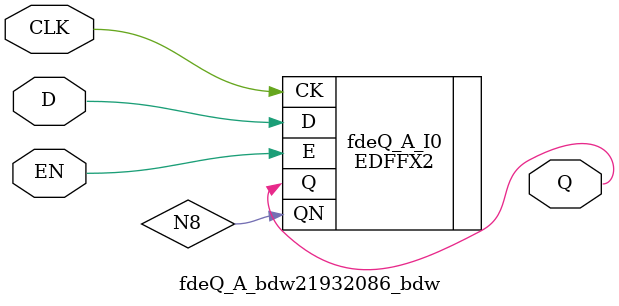
<source format=v>
/*****************************************************************************
    Verilog Hierarchical Gate Level Netlist
    
    Configured at: 22:38:04 KST (+0900), Thursday 31 December 2020
    Configured on: design1
    Configured by: hanji ()
    
    Created by: CellMath Designer 2019.1.01 
*******************************************************************************/
/*****************************************************************************
    Technology library details
    
    name: slow_vdd1v2
    file name(s):
            /usr/cadence/installs/Stratus/tools.lnx86/cellmath/libs/generic.lbf
            /usr/cadence/installs/Stratus/tools.lnx86/cellmath/libs/gencount.lbf
            /usr/cadence/installs/Stratus/share/stratus/techlibs/GPDK045/gsclib045_svt_v4.4/gsclib045/timing/slow_vdd1v2_basicCells.lib
    No wireload model
    op condition: PVT_1P08V_125C
*****************************************************************************/

module fp_add_cynw_cm_float_add2_ieee_E8_M23_5_0 (
	a_sign,
	a_exp,
	a_man,
	b_sign,
	b_exp,
	b_man,
	rm,
	x,
	aclk,
	astall
	); /* architecture "gate_level" */ 
input  a_sign;
input [7:0] a_exp;
input [22:0] a_man;
input  b_sign;
input [7:0] b_exp;
input [22:0] b_man;
input [2:0] rm;
output [31:0] x;
input  aclk;
input  astall;
wire  bdw_enable;
wire [31:0] fp_add_cynw_cm_float_add2_ieee_E8_M23_3_inst_x;
wire  fp_add_cynw_cm_float_add2_ieee_E8_M23_3_inst_inst_cellmath__4,
	fp_add_cynw_cm_float_add2_ieee_E8_M23_3_inst_inst_cellmath__5,
	fp_add_cynw_cm_float_add2_ieee_E8_M23_3_inst_inst_cellmath__6,
	fp_add_cynw_cm_float_add2_ieee_E8_M23_3_inst_inst_cellmath__7,
	fp_add_cynw_cm_float_add2_ieee_E8_M23_3_inst_inst_cellmath__8,
	fp_add_cynw_cm_float_add2_ieee_E8_M23_3_inst_inst_cellmath__9,
	fp_add_cynw_cm_float_add2_ieee_E8_M23_3_inst_inst_cellmath__10,
	fp_add_cynw_cm_float_add2_ieee_E8_M23_3_inst_inst_cellmath__11,
	fp_add_cynw_cm_float_add2_ieee_E8_M23_3_inst_inst_cellmath__12,
	fp_add_cynw_cm_float_add2_ieee_E8_M23_3_inst_inst_cellmath__13,
	fp_add_cynw_cm_float_add2_ieee_E8_M23_3_inst_inst_cellmath__14,
	fp_add_cynw_cm_float_add2_ieee_E8_M23_3_inst_inst_cellmath__15,
	fp_add_cynw_cm_float_add2_ieee_E8_M23_3_inst_inst_cellmath__16,
	fp_add_cynw_cm_float_add2_ieee_E8_M23_3_inst_inst_cellmath__17,
	fp_add_cynw_cm_float_add2_ieee_E8_M23_3_inst_inst_cellmath__18;
wire [8:0] fp_add_cynw_cm_float_add2_ieee_E8_M23_3_inst_inst_cellmath__27;
wire [7:0] fp_add_cynw_cm_float_add2_ieee_E8_M23_3_inst_inst_cellmath__29;
wire  fp_add_cynw_cm_float_add2_ieee_E8_M23_3_inst_inst_cellmath__30,
	fp_add_cynw_cm_float_add2_ieee_E8_M23_3_inst_inst_cellmath__31,
	fp_add_cynw_cm_float_add2_ieee_E8_M23_3_inst_inst_cellmath__32;
wire [49:0] fp_add_cynw_cm_float_add2_ieee_E8_M23_3_inst_inst_cellmath__33;
wire  fp_add_cynw_cm_float_add2_ieee_E8_M23_3_inst_inst_cellmath__34;
wire [7:0] fp_add_cynw_cm_float_add2_ieee_E8_M23_3_inst_inst_cellmath__35;
wire [49:0] fp_add_cynw_cm_float_add2_ieee_E8_M23_3_inst_inst_cellmath__36,
	fp_add_cynw_cm_float_add2_ieee_E8_M23_3_inst_inst_cellmath__37;
wire [25:0] fp_add_cynw_cm_float_add2_ieee_E8_M23_3_inst_inst_cellmath__39;
wire  fp_add_cynw_cm_float_add2_ieee_E8_M23_3_inst_inst_cellmath__42,
	fp_add_cynw_cm_float_add2_ieee_E8_M23_3_inst_inst_cellmath__43,
	fp_add_cynw_cm_float_add2_ieee_E8_M23_3_inst_inst_cellmath__44;
wire [26:0] fp_add_cynw_cm_float_add2_ieee_E8_M23_3_inst_inst_cellmath__45;
wire  fp_add_cynw_cm_float_add2_ieee_E8_M23_3_inst_inst_cellmath__48;
wire [5:0] fp_add_cynw_cm_float_add2_ieee_E8_M23_3_inst_inst_cellmath__49;
wire [24:0] fp_add_cynw_cm_float_add2_ieee_E8_M23_3_inst_inst_cellmath__50;
wire  fp_add_cynw_cm_float_add2_ieee_E8_M23_3_inst_inst_cellmath__54,
	fp_add_cynw_cm_float_add2_ieee_E8_M23_3_inst_inst_cellmath__55;
wire [23:0] fp_add_cynw_cm_float_add2_ieee_E8_M23_3_inst_inst_cellmath__57;
wire [9:0] fp_add_cynw_cm_float_add2_ieee_E8_M23_3_inst_inst_cellmath__59;
wire  fp_add_cynw_cm_float_add2_ieee_E8_M23_3_inst_inst_cellmath__62,
	fp_add_cynw_cm_float_add2_ieee_E8_M23_3_inst_inst_cellmath__63;
wire [22:0] fp_add_cynw_cm_float_add2_ieee_E8_M23_3_inst_inst_cellmath__64;
wire  fp_add_cynw_cm_float_add2_ieee_E8_M23_3_inst_inst_cellmath__66;
wire [7:0] fp_add_cynw_cm_float_add2_ieee_E8_M23_3_inst_inst_cellmath__68;
wire  fp_add_cynw_cm_float_add2_ieee_E8_M23_3_inst_inst_cellmath__70,
	fp_add_cynw_cm_float_add2_ieee_E8_M23_3_inst_inst_cellmath__71,
	fp_add_cynw_cm_float_add2_ieee_E8_M23_3_inst_N547,
	fp_add_cynw_cm_float_add2_ieee_E8_M23_3_inst_N556,
	fp_add_cynw_cm_float_add2_ieee_E8_M23_3_inst_N557,
	fp_add_cynw_cm_float_add2_ieee_E8_M23_3_inst_N558,
	fp_add_cynw_cm_float_add2_ieee_E8_M23_3_inst_N559,
	fp_add_cynw_cm_float_add2_ieee_E8_M23_3_inst_N560,
	fp_add_cynw_cm_float_add2_ieee_E8_M23_3_inst_N561,
	fp_add_cynw_cm_float_add2_ieee_E8_M23_3_inst_N562,
	fp_add_cynw_cm_float_add2_ieee_E8_M23_3_inst_N563,
	fp_add_cynw_cm_float_add2_ieee_E8_M23_3_inst_N565,
	fp_add_cynw_cm_float_add2_ieee_E8_M23_3_inst_N566,
	fp_add_cynw_cm_float_add2_ieee_E8_M23_3_inst_N567,
	fp_add_cynw_cm_float_add2_ieee_E8_M23_3_inst_N568,
	fp_add_cynw_cm_float_add2_ieee_E8_M23_3_inst_N569,
	fp_add_cynw_cm_float_add2_ieee_E8_M23_3_inst_N570,
	fp_add_cynw_cm_float_add2_ieee_E8_M23_3_inst_N571,
	fp_add_cynw_cm_float_add2_ieee_E8_M23_3_inst_N572,
	fp_add_cynw_cm_float_add2_ieee_E8_M23_3_inst_N574,
	fp_add_cynw_cm_float_add2_ieee_E8_M23_3_inst_N575,
	fp_add_cynw_cm_float_add2_ieee_E8_M23_3_inst_N626,
	fp_add_cynw_cm_float_add2_ieee_E8_M23_3_inst_N627,
	fp_add_cynw_cm_float_add2_ieee_E8_M23_3_inst_N628,
	fp_add_cynw_cm_float_add2_ieee_E8_M23_3_inst_N630,
	fp_add_cynw_cm_float_add2_ieee_E8_M23_3_inst_N631,
	fp_add_cynw_cm_float_add2_ieee_E8_M23_3_inst_N632,
	fp_add_cynw_cm_float_add2_ieee_E8_M23_3_inst_N633,
	fp_add_cynw_cm_float_add2_ieee_E8_M23_3_inst_N634,
	fp_add_cynw_cm_float_add2_ieee_E8_M23_3_inst_N635,
	fp_add_cynw_cm_float_add2_ieee_E8_M23_3_inst_N638,
	fp_add_cynw_cm_float_add2_ieee_E8_M23_3_inst_N642,
	fp_add_cynw_cm_float_add2_ieee_E8_M23_3_inst_N645,
	fp_add_cynw_cm_float_add2_ieee_E8_M23_3_inst_N650,
	fp_add_cynw_cm_float_add2_ieee_E8_M23_3_inst_N651,
	fp_add_cynw_cm_float_add2_ieee_E8_M23_3_inst_N652,
	fp_add_cynw_cm_float_add2_ieee_E8_M23_3_inst_N653,
	fp_add_cynw_cm_float_add2_ieee_E8_M23_3_inst_N655,
	fp_add_cynw_cm_float_add2_ieee_E8_M23_3_inst_N658,
	fp_add_cynw_cm_float_add2_ieee_E8_M23_3_inst_N661,
	fp_add_cynw_cm_float_add2_ieee_E8_M23_3_inst_N662,
	fp_add_cynw_cm_float_add2_ieee_E8_M23_3_inst_N663,
	fp_add_cynw_cm_float_add2_ieee_E8_M23_3_inst_N664,
	fp_add_cynw_cm_float_add2_ieee_E8_M23_3_inst_N665,
	fp_add_cynw_cm_float_add2_ieee_E8_M23_3_inst_N666,
	fp_add_cynw_cm_float_add2_ieee_E8_M23_3_inst_N667,
	fp_add_cynw_cm_float_add2_ieee_E8_M23_3_inst_N668,
	fp_add_cynw_cm_float_add2_ieee_E8_M23_3_inst_N669,
	fp_add_cynw_cm_float_add2_ieee_E8_M23_3_inst_N670,
	fp_add_cynw_cm_float_add2_ieee_E8_M23_3_inst_N671,
	fp_add_cynw_cm_float_add2_ieee_E8_M23_3_inst_N672,
	fp_add_cynw_cm_float_add2_ieee_E8_M23_3_inst_N673,
	fp_add_cynw_cm_float_add2_ieee_E8_M23_3_inst_N674,
	fp_add_cynw_cm_float_add2_ieee_E8_M23_3_inst_N675,
	fp_add_cynw_cm_float_add2_ieee_E8_M23_3_inst_N676,
	fp_add_cynw_cm_float_add2_ieee_E8_M23_3_inst_N677,
	fp_add_cynw_cm_float_add2_ieee_E8_M23_3_inst_N706,
	fp_add_cynw_cm_float_add2_ieee_E8_M23_3_inst_N710,
	fp_add_cynw_cm_float_add2_ieee_E8_M23_3_inst_N3083,
	fp_add_cynw_cm_float_add2_ieee_E8_M23_3_inst_N3085,
	fp_add_cynw_cm_float_add2_ieee_E8_M23_3_inst_N3106,
	fp_add_cynw_cm_float_add2_ieee_E8_M23_3_inst_N3114,
	fp_add_cynw_cm_float_add2_ieee_E8_M23_3_inst_N3117,
	fp_add_cynw_cm_float_add2_ieee_E8_M23_3_inst_N3119,
	fp_add_cynw_cm_float_add2_ieee_E8_M23_3_inst_N3123,
	fp_add_cynw_cm_float_add2_ieee_E8_M23_3_inst_N3125,
	fp_add_cynw_cm_float_add2_ieee_E8_M23_3_inst_N3128,
	fp_add_cynw_cm_float_add2_ieee_E8_M23_3_inst_N3134,
	fp_add_cynw_cm_float_add2_ieee_E8_M23_3_inst_N3138,
	fp_add_cynw_cm_float_add2_ieee_E8_M23_3_inst_N3168,
	fp_add_cynw_cm_float_add2_ieee_E8_M23_3_inst_N3170,
	fp_add_cynw_cm_float_add2_ieee_E8_M23_3_inst_N3191,
	fp_add_cynw_cm_float_add2_ieee_E8_M23_3_inst_N3199,
	fp_add_cynw_cm_float_add2_ieee_E8_M23_3_inst_N3202,
	fp_add_cynw_cm_float_add2_ieee_E8_M23_3_inst_N3204,
	fp_add_cynw_cm_float_add2_ieee_E8_M23_3_inst_N3208,
	fp_add_cynw_cm_float_add2_ieee_E8_M23_3_inst_N3210,
	fp_add_cynw_cm_float_add2_ieee_E8_M23_3_inst_N3213,
	fp_add_cynw_cm_float_add2_ieee_E8_M23_3_inst_N3219,
	fp_add_cynw_cm_float_add2_ieee_E8_M23_3_inst_N3223,
	fp_add_cynw_cm_float_add2_ieee_E8_M23_3_inst_N3269,
	fp_add_cynw_cm_float_add2_ieee_E8_M23_3_inst_N3273,
	fp_add_cynw_cm_float_add2_ieee_E8_M23_3_inst_N3291,
	fp_add_cynw_cm_float_add2_ieee_E8_M23_3_inst_N3295,
	fp_add_cynw_cm_float_add2_ieee_E8_M23_3_inst_N3319,
	fp_add_cynw_cm_float_add2_ieee_E8_M23_3_inst_N3321,
	fp_add_cynw_cm_float_add2_ieee_E8_M23_3_inst_N3324,
	fp_add_cynw_cm_float_add2_ieee_E8_M23_3_inst_N3327,
	fp_add_cynw_cm_float_add2_ieee_E8_M23_3_inst_N3331,
	fp_add_cynw_cm_float_add2_ieee_E8_M23_3_inst_N3333,
	fp_add_cynw_cm_float_add2_ieee_E8_M23_3_inst_N3338,
	fp_add_cynw_cm_float_add2_ieee_E8_M23_3_inst_N3343,
	fp_add_cynw_cm_float_add2_ieee_E8_M23_3_inst_N3348,
	fp_add_cynw_cm_float_add2_ieee_E8_M23_3_inst_N3352,
	fp_add_cynw_cm_float_add2_ieee_E8_M23_3_inst_N3358,
	fp_add_cynw_cm_float_add2_ieee_E8_M23_3_inst_N3364,
	fp_add_cynw_cm_float_add2_ieee_E8_M23_3_inst_N3367,
	fp_add_cynw_cm_float_add2_ieee_E8_M23_3_inst_N3403,
	fp_add_cynw_cm_float_add2_ieee_E8_M23_3_inst_N3404,
	fp_add_cynw_cm_float_add2_ieee_E8_M23_3_inst_N3405,
	fp_add_cynw_cm_float_add2_ieee_E8_M23_3_inst_N3406,
	fp_add_cynw_cm_float_add2_ieee_E8_M23_3_inst_N3408,
	fp_add_cynw_cm_float_add2_ieee_E8_M23_3_inst_N3410,
	fp_add_cynw_cm_float_add2_ieee_E8_M23_3_inst_N3412,
	fp_add_cynw_cm_float_add2_ieee_E8_M23_3_inst_N3413,
	fp_add_cynw_cm_float_add2_ieee_E8_M23_3_inst_N3414,
	fp_add_cynw_cm_float_add2_ieee_E8_M23_3_inst_N3415,
	fp_add_cynw_cm_float_add2_ieee_E8_M23_3_inst_N3416,
	fp_add_cynw_cm_float_add2_ieee_E8_M23_3_inst_N3419,
	fp_add_cynw_cm_float_add2_ieee_E8_M23_3_inst_N3420,
	fp_add_cynw_cm_float_add2_ieee_E8_M23_3_inst_N3421,
	fp_add_cynw_cm_float_add2_ieee_E8_M23_3_inst_N3423,
	fp_add_cynw_cm_float_add2_ieee_E8_M23_3_inst_N3424,
	fp_add_cynw_cm_float_add2_ieee_E8_M23_3_inst_N3426,
	fp_add_cynw_cm_float_add2_ieee_E8_M23_3_inst_N3428,
	fp_add_cynw_cm_float_add2_ieee_E8_M23_3_inst_N3430,
	fp_add_cynw_cm_float_add2_ieee_E8_M23_3_inst_N3431,
	fp_add_cynw_cm_float_add2_ieee_E8_M23_3_inst_N3432,
	fp_add_cynw_cm_float_add2_ieee_E8_M23_3_inst_N3433,
	fp_add_cynw_cm_float_add2_ieee_E8_M23_3_inst_N3434,
	fp_add_cynw_cm_float_add2_ieee_E8_M23_3_inst_N3436,
	fp_add_cynw_cm_float_add2_ieee_E8_M23_3_inst_N3437,
	fp_add_cynw_cm_float_add2_ieee_E8_M23_3_inst_N3439,
	fp_add_cynw_cm_float_add2_ieee_E8_M23_3_inst_N3441,
	fp_add_cynw_cm_float_add2_ieee_E8_M23_3_inst_N3443,
	fp_add_cynw_cm_float_add2_ieee_E8_M23_3_inst_N3444,
	fp_add_cynw_cm_float_add2_ieee_E8_M23_3_inst_N3446,
	fp_add_cynw_cm_float_add2_ieee_E8_M23_3_inst_N3447,
	fp_add_cynw_cm_float_add2_ieee_E8_M23_3_inst_N3449,
	fp_add_cynw_cm_float_add2_ieee_E8_M23_3_inst_N3451,
	fp_add_cynw_cm_float_add2_ieee_E8_M23_3_inst_N3453,
	fp_add_cynw_cm_float_add2_ieee_E8_M23_3_inst_N3454,
	fp_add_cynw_cm_float_add2_ieee_E8_M23_3_inst_N3455,
	fp_add_cynw_cm_float_add2_ieee_E8_M23_3_inst_N3457,
	fp_add_cynw_cm_float_add2_ieee_E8_M23_3_inst_N3459,
	fp_add_cynw_cm_float_add2_ieee_E8_M23_3_inst_N3460,
	fp_add_cynw_cm_float_add2_ieee_E8_M23_3_inst_N3461,
	fp_add_cynw_cm_float_add2_ieee_E8_M23_3_inst_N3462,
	fp_add_cynw_cm_float_add2_ieee_E8_M23_3_inst_N3465,
	fp_add_cynw_cm_float_add2_ieee_E8_M23_3_inst_N3467,
	fp_add_cynw_cm_float_add2_ieee_E8_M23_3_inst_N3468,
	fp_add_cynw_cm_float_add2_ieee_E8_M23_3_inst_N3470,
	fp_add_cynw_cm_float_add2_ieee_E8_M23_3_inst_N3471,
	fp_add_cynw_cm_float_add2_ieee_E8_M23_3_inst_N3473,
	fp_add_cynw_cm_float_add2_ieee_E8_M23_3_inst_N3475,
	fp_add_cynw_cm_float_add2_ieee_E8_M23_3_inst_N3477,
	fp_add_cynw_cm_float_add2_ieee_E8_M23_3_inst_N3478,
	fp_add_cynw_cm_float_add2_ieee_E8_M23_3_inst_N3479,
	fp_add_cynw_cm_float_add2_ieee_E8_M23_3_inst_N3480,
	fp_add_cynw_cm_float_add2_ieee_E8_M23_3_inst_N3482,
	fp_add_cynw_cm_float_add2_ieee_E8_M23_3_inst_N3483,
	fp_add_cynw_cm_float_add2_ieee_E8_M23_3_inst_N3485,
	fp_add_cynw_cm_float_add2_ieee_E8_M23_3_inst_N3487,
	fp_add_cynw_cm_float_add2_ieee_E8_M23_3_inst_N3488,
	fp_add_cynw_cm_float_add2_ieee_E8_M23_3_inst_N3489,
	fp_add_cynw_cm_float_add2_ieee_E8_M23_3_inst_N3490,
	fp_add_cynw_cm_float_add2_ieee_E8_M23_3_inst_N3492,
	fp_add_cynw_cm_float_add2_ieee_E8_M23_3_inst_N3494,
	fp_add_cynw_cm_float_add2_ieee_E8_M23_3_inst_N3495,
	fp_add_cynw_cm_float_add2_ieee_E8_M23_3_inst_N3496,
	fp_add_cynw_cm_float_add2_ieee_E8_M23_3_inst_N3498,
	fp_add_cynw_cm_float_add2_ieee_E8_M23_3_inst_N3499,
	fp_add_cynw_cm_float_add2_ieee_E8_M23_3_inst_N3501,
	fp_add_cynw_cm_float_add2_ieee_E8_M23_3_inst_N3502,
	fp_add_cynw_cm_float_add2_ieee_E8_M23_3_inst_N3503,
	fp_add_cynw_cm_float_add2_ieee_E8_M23_3_inst_N3504,
	fp_add_cynw_cm_float_add2_ieee_E8_M23_3_inst_N3505,
	fp_add_cynw_cm_float_add2_ieee_E8_M23_3_inst_N3506,
	fp_add_cynw_cm_float_add2_ieee_E8_M23_3_inst_N3507,
	fp_add_cynw_cm_float_add2_ieee_E8_M23_3_inst_N3508,
	fp_add_cynw_cm_float_add2_ieee_E8_M23_3_inst_N3511,
	fp_add_cynw_cm_float_add2_ieee_E8_M23_3_inst_N3512,
	fp_add_cynw_cm_float_add2_ieee_E8_M23_3_inst_N3513,
	fp_add_cynw_cm_float_add2_ieee_E8_M23_3_inst_N3515,
	fp_add_cynw_cm_float_add2_ieee_E8_M23_3_inst_N3517,
	fp_add_cynw_cm_float_add2_ieee_E8_M23_3_inst_N3518,
	fp_add_cynw_cm_float_add2_ieee_E8_M23_3_inst_N3520,
	fp_add_cynw_cm_float_add2_ieee_E8_M23_3_inst_N3522,
	fp_add_cynw_cm_float_add2_ieee_E8_M23_3_inst_N3524,
	fp_add_cynw_cm_float_add2_ieee_E8_M23_3_inst_N3525,
	fp_add_cynw_cm_float_add2_ieee_E8_M23_3_inst_N3527,
	fp_add_cynw_cm_float_add2_ieee_E8_M23_3_inst_N3528,
	fp_add_cynw_cm_float_add2_ieee_E8_M23_3_inst_N3530,
	fp_add_cynw_cm_float_add2_ieee_E8_M23_3_inst_N3532,
	fp_add_cynw_cm_float_add2_ieee_E8_M23_3_inst_N3534,
	fp_add_cynw_cm_float_add2_ieee_E8_M23_3_inst_N3535,
	fp_add_cynw_cm_float_add2_ieee_E8_M23_3_inst_N3536,
	fp_add_cynw_cm_float_add2_ieee_E8_M23_3_inst_N3537,
	fp_add_cynw_cm_float_add2_ieee_E8_M23_3_inst_N3539,
	fp_add_cynw_cm_float_add2_ieee_E8_M23_3_inst_N3540,
	fp_add_cynw_cm_float_add2_ieee_E8_M23_3_inst_N3541,
	fp_add_cynw_cm_float_add2_ieee_E8_M23_3_inst_N3542,
	fp_add_cynw_cm_float_add2_ieee_E8_M23_3_inst_N3544,
	fp_add_cynw_cm_float_add2_ieee_E8_M23_3_inst_N3546,
	fp_add_cynw_cm_float_add2_ieee_E8_M23_3_inst_N3547,
	fp_add_cynw_cm_float_add2_ieee_E8_M23_3_inst_N3548,
	fp_add_cynw_cm_float_add2_ieee_E8_M23_3_inst_N3550,
	fp_add_cynw_cm_float_add2_ieee_E8_M23_3_inst_N3551,
	fp_add_cynw_cm_float_add2_ieee_E8_M23_3_inst_N3671,
	fp_add_cynw_cm_float_add2_ieee_E8_M23_3_inst_N3678,
	fp_add_cynw_cm_float_add2_ieee_E8_M23_3_inst_N3682,
	fp_add_cynw_cm_float_add2_ieee_E8_M23_3_inst_N3686,
	fp_add_cynw_cm_float_add2_ieee_E8_M23_3_inst_N3688,
	fp_add_cynw_cm_float_add2_ieee_E8_M23_3_inst_N3691,
	fp_add_cynw_cm_float_add2_ieee_E8_M23_3_inst_N3694,
	fp_add_cynw_cm_float_add2_ieee_E8_M23_3_inst_N3698,
	fp_add_cynw_cm_float_add2_ieee_E8_M23_3_inst_N3701,
	fp_add_cynw_cm_float_add2_ieee_E8_M23_3_inst_N3729,
	fp_add_cynw_cm_float_add2_ieee_E8_M23_3_inst_N3730,
	fp_add_cynw_cm_float_add2_ieee_E8_M23_3_inst_N3769,
	fp_add_cynw_cm_float_add2_ieee_E8_M23_3_inst_N3840,
	fp_add_cynw_cm_float_add2_ieee_E8_M23_3_inst_N3842,
	fp_add_cynw_cm_float_add2_ieee_E8_M23_3_inst_N3843,
	fp_add_cynw_cm_float_add2_ieee_E8_M23_3_inst_N3844,
	fp_add_cynw_cm_float_add2_ieee_E8_M23_3_inst_N3846,
	fp_add_cynw_cm_float_add2_ieee_E8_M23_3_inst_N3848,
	fp_add_cynw_cm_float_add2_ieee_E8_M23_3_inst_N3849,
	fp_add_cynw_cm_float_add2_ieee_E8_M23_3_inst_N3851,
	fp_add_cynw_cm_float_add2_ieee_E8_M23_3_inst_N3852,
	fp_add_cynw_cm_float_add2_ieee_E8_M23_3_inst_N3853,
	fp_add_cynw_cm_float_add2_ieee_E8_M23_3_inst_N3855,
	fp_add_cynw_cm_float_add2_ieee_E8_M23_3_inst_N3857,
	fp_add_cynw_cm_float_add2_ieee_E8_M23_3_inst_N3858,
	fp_add_cynw_cm_float_add2_ieee_E8_M23_3_inst_N3859,
	fp_add_cynw_cm_float_add2_ieee_E8_M23_3_inst_N3860,
	fp_add_cynw_cm_float_add2_ieee_E8_M23_3_inst_N3862,
	fp_add_cynw_cm_float_add2_ieee_E8_M23_3_inst_N3864,
	fp_add_cynw_cm_float_add2_ieee_E8_M23_3_inst_N3866,
	fp_add_cynw_cm_float_add2_ieee_E8_M23_3_inst_N3867,
	fp_add_cynw_cm_float_add2_ieee_E8_M23_3_inst_N3868,
	fp_add_cynw_cm_float_add2_ieee_E8_M23_3_inst_N3869,
	fp_add_cynw_cm_float_add2_ieee_E8_M23_3_inst_N3872,
	fp_add_cynw_cm_float_add2_ieee_E8_M23_3_inst_N3874,
	fp_add_cynw_cm_float_add2_ieee_E8_M23_3_inst_N3876,
	fp_add_cynw_cm_float_add2_ieee_E8_M23_3_inst_N3877,
	fp_add_cynw_cm_float_add2_ieee_E8_M23_3_inst_N3879,
	fp_add_cynw_cm_float_add2_ieee_E8_M23_3_inst_N3881,
	fp_add_cynw_cm_float_add2_ieee_E8_M23_3_inst_N3883,
	fp_add_cynw_cm_float_add2_ieee_E8_M23_3_inst_N3884,
	fp_add_cynw_cm_float_add2_ieee_E8_M23_3_inst_N3885,
	fp_add_cynw_cm_float_add2_ieee_E8_M23_3_inst_N3886,
	fp_add_cynw_cm_float_add2_ieee_E8_M23_3_inst_N3889,
	fp_add_cynw_cm_float_add2_ieee_E8_M23_3_inst_N3890,
	fp_add_cynw_cm_float_add2_ieee_E8_M23_3_inst_N3891,
	fp_add_cynw_cm_float_add2_ieee_E8_M23_3_inst_N3892,
	fp_add_cynw_cm_float_add2_ieee_E8_M23_3_inst_N3893,
	fp_add_cynw_cm_float_add2_ieee_E8_M23_3_inst_N3895,
	fp_add_cynw_cm_float_add2_ieee_E8_M23_3_inst_N3896,
	fp_add_cynw_cm_float_add2_ieee_E8_M23_3_inst_N3897,
	fp_add_cynw_cm_float_add2_ieee_E8_M23_3_inst_N3899,
	fp_add_cynw_cm_float_add2_ieee_E8_M23_3_inst_N3901,
	fp_add_cynw_cm_float_add2_ieee_E8_M23_3_inst_N3902,
	fp_add_cynw_cm_float_add2_ieee_E8_M23_3_inst_N3904,
	fp_add_cynw_cm_float_add2_ieee_E8_M23_3_inst_N3906,
	fp_add_cynw_cm_float_add2_ieee_E8_M23_3_inst_N3907,
	fp_add_cynw_cm_float_add2_ieee_E8_M23_3_inst_N3909,
	fp_add_cynw_cm_float_add2_ieee_E8_M23_3_inst_N3911,
	fp_add_cynw_cm_float_add2_ieee_E8_M23_3_inst_N3913,
	fp_add_cynw_cm_float_add2_ieee_E8_M23_3_inst_N3914,
	fp_add_cynw_cm_float_add2_ieee_E8_M23_3_inst_N3915,
	fp_add_cynw_cm_float_add2_ieee_E8_M23_3_inst_N3916,
	fp_add_cynw_cm_float_add2_ieee_E8_M23_3_inst_N3919,
	fp_add_cynw_cm_float_add2_ieee_E8_M23_3_inst_N3920,
	fp_add_cynw_cm_float_add2_ieee_E8_M23_3_inst_N3921,
	fp_add_cynw_cm_float_add2_ieee_E8_M23_3_inst_N3923,
	fp_add_cynw_cm_float_add2_ieee_E8_M23_3_inst_N3925,
	fp_add_cynw_cm_float_add2_ieee_E8_M23_3_inst_N3926,
	fp_add_cynw_cm_float_add2_ieee_E8_M23_3_inst_N3927,
	fp_add_cynw_cm_float_add2_ieee_E8_M23_3_inst_N3928,
	fp_add_cynw_cm_float_add2_ieee_E8_M23_3_inst_N3930,
	fp_add_cynw_cm_float_add2_ieee_E8_M23_3_inst_N3932,
	fp_add_cynw_cm_float_add2_ieee_E8_M23_3_inst_N3934,
	fp_add_cynw_cm_float_add2_ieee_E8_M23_3_inst_N3935,
	fp_add_cynw_cm_float_add2_ieee_E8_M23_3_inst_N3937,
	fp_add_cynw_cm_float_add2_ieee_E8_M23_3_inst_N3939,
	fp_add_cynw_cm_float_add2_ieee_E8_M23_3_inst_N3940,
	fp_add_cynw_cm_float_add2_ieee_E8_M23_3_inst_N3942,
	fp_add_cynw_cm_float_add2_ieee_E8_M23_3_inst_N3945,
	fp_add_cynw_cm_float_add2_ieee_E8_M23_3_inst_N3947,
	fp_add_cynw_cm_float_add2_ieee_E8_M23_3_inst_N3949,
	fp_add_cynw_cm_float_add2_ieee_E8_M23_3_inst_N3950,
	fp_add_cynw_cm_float_add2_ieee_E8_M23_3_inst_N3951,
	fp_add_cynw_cm_float_add2_ieee_E8_M23_3_inst_N3952,
	fp_add_cynw_cm_float_add2_ieee_E8_M23_3_inst_N3954,
	fp_add_cynw_cm_float_add2_ieee_E8_M23_3_inst_N3956,
	fp_add_cynw_cm_float_add2_ieee_E8_M23_3_inst_N3958,
	fp_add_cynw_cm_float_add2_ieee_E8_M23_3_inst_N3959,
	fp_add_cynw_cm_float_add2_ieee_E8_M23_3_inst_N3960,
	fp_add_cynw_cm_float_add2_ieee_E8_M23_3_inst_N3962,
	fp_add_cynw_cm_float_add2_ieee_E8_M23_3_inst_N3964,
	fp_add_cynw_cm_float_add2_ieee_E8_M23_3_inst_N3965,
	fp_add_cynw_cm_float_add2_ieee_E8_M23_3_inst_N3966,
	fp_add_cynw_cm_float_add2_ieee_E8_M23_3_inst_N3968,
	fp_add_cynw_cm_float_add2_ieee_E8_M23_3_inst_N3970,
	fp_add_cynw_cm_float_add2_ieee_E8_M23_3_inst_N3971,
	fp_add_cynw_cm_float_add2_ieee_E8_M23_3_inst_N3973,
	fp_add_cynw_cm_float_add2_ieee_E8_M23_3_inst_N3975,
	fp_add_cynw_cm_float_add2_ieee_E8_M23_3_inst_N3977,
	fp_add_cynw_cm_float_add2_ieee_E8_M23_3_inst_N3978,
	fp_add_cynw_cm_float_add2_ieee_E8_M23_3_inst_N3979,
	fp_add_cynw_cm_float_add2_ieee_E8_M23_3_inst_N3980,
	fp_add_cynw_cm_float_add2_ieee_E8_M23_3_inst_N3983,
	fp_add_cynw_cm_float_add2_ieee_E8_M23_3_inst_N3984,
	fp_add_cynw_cm_float_add2_ieee_E8_M23_3_inst_N3985,
	fp_add_cynw_cm_float_add2_ieee_E8_M23_3_inst_N3986,
	fp_add_cynw_cm_float_add2_ieee_E8_M23_3_inst_N3988,
	fp_add_cynw_cm_float_add2_ieee_E8_M23_3_inst_N3990,
	fp_add_cynw_cm_float_add2_ieee_E8_M23_3_inst_N3992,
	fp_add_cynw_cm_float_add2_ieee_E8_M23_3_inst_N3993,
	fp_add_cynw_cm_float_add2_ieee_E8_M23_3_inst_N3994,
	fp_add_cynw_cm_float_add2_ieee_E8_M23_3_inst_N3996,
	fp_add_cynw_cm_float_add2_ieee_E8_M23_3_inst_N3998,
	fp_add_cynw_cm_float_add2_ieee_E8_M23_3_inst_N3999,
	fp_add_cynw_cm_float_add2_ieee_E8_M23_3_inst_N4001,
	fp_add_cynw_cm_float_add2_ieee_E8_M23_3_inst_N4003,
	fp_add_cynw_cm_float_add2_ieee_E8_M23_3_inst_N4005,
	fp_add_cynw_cm_float_add2_ieee_E8_M23_3_inst_N4006,
	fp_add_cynw_cm_float_add2_ieee_E8_M23_3_inst_N4007,
	fp_add_cynw_cm_float_add2_ieee_E8_M23_3_inst_N4008,
	fp_add_cynw_cm_float_add2_ieee_E8_M23_3_inst_N4011,
	fp_add_cynw_cm_float_add2_ieee_E8_M23_3_inst_N4012,
	fp_add_cynw_cm_float_add2_ieee_E8_M23_3_inst_N4014,
	fp_add_cynw_cm_float_add2_ieee_E8_M23_3_inst_N4016,
	fp_add_cynw_cm_float_add2_ieee_E8_M23_3_inst_N4017,
	fp_add_cynw_cm_float_add2_ieee_E8_M23_3_inst_N4018,
	fp_add_cynw_cm_float_add2_ieee_E8_M23_3_inst_N4019,
	fp_add_cynw_cm_float_add2_ieee_E8_M23_3_inst_N4021,
	fp_add_cynw_cm_float_add2_ieee_E8_M23_3_inst_N4022,
	fp_add_cynw_cm_float_add2_ieee_E8_M23_3_inst_N4024,
	fp_add_cynw_cm_float_add2_ieee_E8_M23_3_inst_N4026,
	fp_add_cynw_cm_float_add2_ieee_E8_M23_3_inst_N4027,
	fp_add_cynw_cm_float_add2_ieee_E8_M23_3_inst_N4029,
	fp_add_cynw_cm_float_add2_ieee_E8_M23_3_inst_N4031,
	fp_add_cynw_cm_float_add2_ieee_E8_M23_3_inst_N4032,
	fp_add_cynw_cm_float_add2_ieee_E8_M23_3_inst_N4033,
	fp_add_cynw_cm_float_add2_ieee_E8_M23_3_inst_N4034,
	fp_add_cynw_cm_float_add2_ieee_E8_M23_3_inst_N4035,
	fp_add_cynw_cm_float_add2_ieee_E8_M23_3_inst_N4037,
	fp_add_cynw_cm_float_add2_ieee_E8_M23_3_inst_N4040,
	fp_add_cynw_cm_float_add2_ieee_E8_M23_3_inst_N4041,
	fp_add_cynw_cm_float_add2_ieee_E8_M23_3_inst_N4042,
	fp_add_cynw_cm_float_add2_ieee_E8_M23_3_inst_N4044,
	fp_add_cynw_cm_float_add2_ieee_E8_M23_3_inst_N4046,
	fp_add_cynw_cm_float_add2_ieee_E8_M23_3_inst_N4047,
	fp_add_cynw_cm_float_add2_ieee_E8_M23_3_inst_N4048,
	fp_add_cynw_cm_float_add2_ieee_E8_M23_3_inst_N4049,
	fp_add_cynw_cm_float_add2_ieee_E8_M23_3_inst_N4051,
	fp_add_cynw_cm_float_add2_ieee_E8_M23_3_inst_N4053,
	fp_add_cynw_cm_float_add2_ieee_E8_M23_3_inst_N4055,
	fp_add_cynw_cm_float_add2_ieee_E8_M23_3_inst_N4056,
	fp_add_cynw_cm_float_add2_ieee_E8_M23_3_inst_N4277,
	fp_add_cynw_cm_float_add2_ieee_E8_M23_3_inst_N4332,
	fp_add_cynw_cm_float_add2_ieee_E8_M23_3_inst_N4333,
	fp_add_cynw_cm_float_add2_ieee_E8_M23_3_inst_N4335,
	fp_add_cynw_cm_float_add2_ieee_E8_M23_3_inst_N4337,
	fp_add_cynw_cm_float_add2_ieee_E8_M23_3_inst_N4339,
	fp_add_cynw_cm_float_add2_ieee_E8_M23_3_inst_N4342,
	fp_add_cynw_cm_float_add2_ieee_E8_M23_3_inst_N4343,
	fp_add_cynw_cm_float_add2_ieee_E8_M23_3_inst_N4346,
	fp_add_cynw_cm_float_add2_ieee_E8_M23_3_inst_N4349,
	fp_add_cynw_cm_float_add2_ieee_E8_M23_3_inst_N4351,
	fp_add_cynw_cm_float_add2_ieee_E8_M23_3_inst_N4353,
	fp_add_cynw_cm_float_add2_ieee_E8_M23_3_inst_N4354,
	fp_add_cynw_cm_float_add2_ieee_E8_M23_3_inst_N4356,
	fp_add_cynw_cm_float_add2_ieee_E8_M23_3_inst_N4362,
	fp_add_cynw_cm_float_add2_ieee_E8_M23_3_inst_N4363,
	fp_add_cynw_cm_float_add2_ieee_E8_M23_3_inst_N4366,
	fp_add_cynw_cm_float_add2_ieee_E8_M23_3_inst_N4371,
	fp_add_cynw_cm_float_add2_ieee_E8_M23_3_inst_N4372,
	fp_add_cynw_cm_float_add2_ieee_E8_M23_3_inst_N4400,
	fp_add_cynw_cm_float_add2_ieee_E8_M23_3_inst_N4578,
	fp_add_cynw_cm_float_add2_ieee_E8_M23_3_inst_N4579,
	fp_add_cynw_cm_float_add2_ieee_E8_M23_3_inst_N4582,
	fp_add_cynw_cm_float_add2_ieee_E8_M23_3_inst_N4583,
	fp_add_cynw_cm_float_add2_ieee_E8_M23_3_inst_N4585,
	fp_add_cynw_cm_float_add2_ieee_E8_M23_3_inst_N4586,
	fp_add_cynw_cm_float_add2_ieee_E8_M23_3_inst_N4589,
	fp_add_cynw_cm_float_add2_ieee_E8_M23_3_inst_N4593,
	fp_add_cynw_cm_float_add2_ieee_E8_M23_3_inst_N4594,
	fp_add_cynw_cm_float_add2_ieee_E8_M23_3_inst_N4595,
	fp_add_cynw_cm_float_add2_ieee_E8_M23_3_inst_N4597,
	fp_add_cynw_cm_float_add2_ieee_E8_M23_3_inst_N4600,
	fp_add_cynw_cm_float_add2_ieee_E8_M23_3_inst_N4603,
	fp_add_cynw_cm_float_add2_ieee_E8_M23_3_inst_N4604,
	fp_add_cynw_cm_float_add2_ieee_E8_M23_3_inst_N4609,
	fp_add_cynw_cm_float_add2_ieee_E8_M23_3_inst_N4610,
	fp_add_cynw_cm_float_add2_ieee_E8_M23_3_inst_N4612,
	fp_add_cynw_cm_float_add2_ieee_E8_M23_3_inst_N4616,
	fp_add_cynw_cm_float_add2_ieee_E8_M23_3_inst_N4618,
	fp_add_cynw_cm_float_add2_ieee_E8_M23_3_inst_N4620,
	fp_add_cynw_cm_float_add2_ieee_E8_M23_3_inst_N4621,
	fp_add_cynw_cm_float_add2_ieee_E8_M23_3_inst_N4624,
	fp_add_cynw_cm_float_add2_ieee_E8_M23_3_inst_N4626,
	fp_add_cynw_cm_float_add2_ieee_E8_M23_3_inst_N4628,
	fp_add_cynw_cm_float_add2_ieee_E8_M23_3_inst_N4635,
	fp_add_cynw_cm_float_add2_ieee_E8_M23_3_inst_N4636,
	fp_add_cynw_cm_float_add2_ieee_E8_M23_3_inst_N4639,
	fp_add_cynw_cm_float_add2_ieee_E8_M23_3_inst_N4643,
	fp_add_cynw_cm_float_add2_ieee_E8_M23_3_inst_N4644,
	fp_add_cynw_cm_float_add2_ieee_E8_M23_3_inst_N4647,
	fp_add_cynw_cm_float_add2_ieee_E8_M23_3_inst_N4648,
	fp_add_cynw_cm_float_add2_ieee_E8_M23_3_inst_N4653,
	fp_add_cynw_cm_float_add2_ieee_E8_M23_3_inst_N4654,
	fp_add_cynw_cm_float_add2_ieee_E8_M23_3_inst_N4657,
	fp_add_cynw_cm_float_add2_ieee_E8_M23_3_inst_N4659,
	fp_add_cynw_cm_float_add2_ieee_E8_M23_3_inst_N4663,
	fp_add_cynw_cm_float_add2_ieee_E8_M23_3_inst_N4664,
	fp_add_cynw_cm_float_add2_ieee_E8_M23_3_inst_N4665,
	fp_add_cynw_cm_float_add2_ieee_E8_M23_3_inst_N4666,
	fp_add_cynw_cm_float_add2_ieee_E8_M23_3_inst_N4667,
	fp_add_cynw_cm_float_add2_ieee_E8_M23_3_inst_N4668,
	fp_add_cynw_cm_float_add2_ieee_E8_M23_3_inst_N4672,
	fp_add_cynw_cm_float_add2_ieee_E8_M23_3_inst_N4673,
	fp_add_cynw_cm_float_add2_ieee_E8_M23_3_inst_N4676,
	fp_add_cynw_cm_float_add2_ieee_E8_M23_3_inst_N4677,
	fp_add_cynw_cm_float_add2_ieee_E8_M23_3_inst_N4679,
	fp_add_cynw_cm_float_add2_ieee_E8_M23_3_inst_N4682,
	fp_add_cynw_cm_float_add2_ieee_E8_M23_3_inst_N4684,
	fp_add_cynw_cm_float_add2_ieee_E8_M23_3_inst_N4687,
	fp_add_cynw_cm_float_add2_ieee_E8_M23_3_inst_N4691,
	fp_add_cynw_cm_float_add2_ieee_E8_M23_3_inst_N4692,
	fp_add_cynw_cm_float_add2_ieee_E8_M23_3_inst_N4695,
	fp_add_cynw_cm_float_add2_ieee_E8_M23_3_inst_N4699,
	fp_add_cynw_cm_float_add2_ieee_E8_M23_3_inst_N4700,
	fp_add_cynw_cm_float_add2_ieee_E8_M23_3_inst_N4701,
	fp_add_cynw_cm_float_add2_ieee_E8_M23_3_inst_N4704,
	fp_add_cynw_cm_float_add2_ieee_E8_M23_3_inst_N4706,
	fp_add_cynw_cm_float_add2_ieee_E8_M23_3_inst_N4707,
	fp_add_cynw_cm_float_add2_ieee_E8_M23_3_inst_N4709,
	fp_add_cynw_cm_float_add2_ieee_E8_M23_3_inst_N4713,
	fp_add_cynw_cm_float_add2_ieee_E8_M23_3_inst_N4717,
	fp_add_cynw_cm_float_add2_ieee_E8_M23_3_inst_N4718,
	fp_add_cynw_cm_float_add2_ieee_E8_M23_3_inst_N4719,
	fp_add_cynw_cm_float_add2_ieee_E8_M23_3_inst_N4722,
	fp_add_cynw_cm_float_add2_ieee_E8_M23_3_inst_N4723,
	fp_add_cynw_cm_float_add2_ieee_E8_M23_3_inst_N4824,
	fp_add_cynw_cm_float_add2_ieee_E8_M23_3_inst_N4826,
	fp_add_cynw_cm_float_add2_ieee_E8_M23_3_inst_N4827,
	fp_add_cynw_cm_float_add2_ieee_E8_M23_3_inst_N4828,
	fp_add_cynw_cm_float_add2_ieee_E8_M23_3_inst_N4829,
	fp_add_cynw_cm_float_add2_ieee_E8_M23_3_inst_N4831,
	fp_add_cynw_cm_float_add2_ieee_E8_M23_3_inst_N4832,
	fp_add_cynw_cm_float_add2_ieee_E8_M23_3_inst_N4835,
	fp_add_cynw_cm_float_add2_ieee_E8_M23_3_inst_N4836,
	fp_add_cynw_cm_float_add2_ieee_E8_M23_3_inst_N4837,
	fp_add_cynw_cm_float_add2_ieee_E8_M23_3_inst_N4838,
	fp_add_cynw_cm_float_add2_ieee_E8_M23_3_inst_N4840,
	fp_add_cynw_cm_float_add2_ieee_E8_M23_3_inst_N4841,
	fp_add_cynw_cm_float_add2_ieee_E8_M23_3_inst_N4842,
	fp_add_cynw_cm_float_add2_ieee_E8_M23_3_inst_N4845,
	fp_add_cynw_cm_float_add2_ieee_E8_M23_3_inst_N4846,
	fp_add_cynw_cm_float_add2_ieee_E8_M23_3_inst_N4847,
	fp_add_cynw_cm_float_add2_ieee_E8_M23_3_inst_N4848,
	fp_add_cynw_cm_float_add2_ieee_E8_M23_3_inst_N4850,
	fp_add_cynw_cm_float_add2_ieee_E8_M23_3_inst_N4852,
	fp_add_cynw_cm_float_add2_ieee_E8_M23_3_inst_N4855,
	fp_add_cynw_cm_float_add2_ieee_E8_M23_3_inst_N4856,
	fp_add_cynw_cm_float_add2_ieee_E8_M23_3_inst_N4857,
	fp_add_cynw_cm_float_add2_ieee_E8_M23_3_inst_N4859,
	fp_add_cynw_cm_float_add2_ieee_E8_M23_3_inst_N4860,
	fp_add_cynw_cm_float_add2_ieee_E8_M23_3_inst_N4862,
	fp_add_cynw_cm_float_add2_ieee_E8_M23_3_inst_N4863,
	fp_add_cynw_cm_float_add2_ieee_E8_M23_3_inst_N4864,
	fp_add_cynw_cm_float_add2_ieee_E8_M23_3_inst_N4866,
	fp_add_cynw_cm_float_add2_ieee_E8_M23_3_inst_N4868,
	fp_add_cynw_cm_float_add2_ieee_E8_M23_3_inst_N4869,
	fp_add_cynw_cm_float_add2_ieee_E8_M23_3_inst_N4870,
	fp_add_cynw_cm_float_add2_ieee_E8_M23_3_inst_N4872,
	fp_add_cynw_cm_float_add2_ieee_E8_M23_3_inst_N4873,
	fp_add_cynw_cm_float_add2_ieee_E8_M23_3_inst_N4874,
	fp_add_cynw_cm_float_add2_ieee_E8_M23_3_inst_N4877,
	fp_add_cynw_cm_float_add2_ieee_E8_M23_3_inst_N4878,
	fp_add_cynw_cm_float_add2_ieee_E8_M23_3_inst_N4880,
	fp_add_cynw_cm_float_add2_ieee_E8_M23_3_inst_N4881,
	fp_add_cynw_cm_float_add2_ieee_E8_M23_3_inst_N4883,
	fp_add_cynw_cm_float_add2_ieee_E8_M23_3_inst_N4885,
	fp_add_cynw_cm_float_add2_ieee_E8_M23_3_inst_N4887,
	fp_add_cynw_cm_float_add2_ieee_E8_M23_3_inst_N4888,
	fp_add_cynw_cm_float_add2_ieee_E8_M23_3_inst_N4889,
	fp_add_cynw_cm_float_add2_ieee_E8_M23_3_inst_N4891,
	fp_add_cynw_cm_float_add2_ieee_E8_M23_3_inst_N4892,
	fp_add_cynw_cm_float_add2_ieee_E8_M23_3_inst_N4893,
	fp_add_cynw_cm_float_add2_ieee_E8_M23_3_inst_N4894,
	fp_add_cynw_cm_float_add2_ieee_E8_M23_3_inst_N4896,
	fp_add_cynw_cm_float_add2_ieee_E8_M23_3_inst_N4898,
	fp_add_cynw_cm_float_add2_ieee_E8_M23_3_inst_N4900,
	fp_add_cynw_cm_float_add2_ieee_E8_M23_3_inst_N4901,
	fp_add_cynw_cm_float_add2_ieee_E8_M23_3_inst_N4902,
	fp_add_cynw_cm_float_add2_ieee_E8_M23_3_inst_N4904,
	fp_add_cynw_cm_float_add2_ieee_E8_M23_3_inst_N4905,
	fp_add_cynw_cm_float_add2_ieee_E8_M23_3_inst_N4907,
	fp_add_cynw_cm_float_add2_ieee_E8_M23_3_inst_N4909,
	fp_add_cynw_cm_float_add2_ieee_E8_M23_3_inst_N4910,
	fp_add_cynw_cm_float_add2_ieee_E8_M23_3_inst_N4911,
	fp_add_cynw_cm_float_add2_ieee_E8_M23_3_inst_N4913,
	fp_add_cynw_cm_float_add2_ieee_E8_M23_3_inst_N4914,
	fp_add_cynw_cm_float_add2_ieee_E8_M23_3_inst_N4917,
	fp_add_cynw_cm_float_add2_ieee_E8_M23_3_inst_N4918,
	fp_add_cynw_cm_float_add2_ieee_E8_M23_3_inst_N5043,
	fp_add_cynw_cm_float_add2_ieee_E8_M23_3_inst_N5064,
	fp_add_cynw_cm_float_add2_ieee_E8_M23_3_inst_N5113,
	fp_add_cynw_cm_float_add2_ieee_E8_M23_3_inst_N5116,
	fp_add_cynw_cm_float_add2_ieee_E8_M23_3_inst_N5122,
	fp_add_cynw_cm_float_add2_ieee_E8_M23_3_inst_N5128,
	fp_add_cynw_cm_float_add2_ieee_E8_M23_3_inst_N5129,
	fp_add_cynw_cm_float_add2_ieee_E8_M23_3_inst_N5131,
	fp_add_cynw_cm_float_add2_ieee_E8_M23_3_inst_N5132,
	fp_add_cynw_cm_float_add2_ieee_E8_M23_3_inst_N5134,
	fp_add_cynw_cm_float_add2_ieee_E8_M23_3_inst_N5135,
	fp_add_cynw_cm_float_add2_ieee_E8_M23_3_inst_N5137,
	fp_add_cynw_cm_float_add2_ieee_E8_M23_3_inst_N5138,
	fp_add_cynw_cm_float_add2_ieee_E8_M23_3_inst_N5139,
	fp_add_cynw_cm_float_add2_ieee_E8_M23_3_inst_N5141,
	fp_add_cynw_cm_float_add2_ieee_E8_M23_3_inst_N5142,
	fp_add_cynw_cm_float_add2_ieee_E8_M23_3_inst_N5143,
	fp_add_cynw_cm_float_add2_ieee_E8_M23_3_inst_N5145,
	fp_add_cynw_cm_float_add2_ieee_E8_M23_3_inst_N5146,
	fp_add_cynw_cm_float_add2_ieee_E8_M23_3_inst_N5148,
	fp_add_cynw_cm_float_add2_ieee_E8_M23_3_inst_N5149,
	fp_add_cynw_cm_float_add2_ieee_E8_M23_3_inst_N5152,
	fp_add_cynw_cm_float_add2_ieee_E8_M23_3_inst_N5155,
	fp_add_cynw_cm_float_add2_ieee_E8_M23_3_inst_N5157,
	fp_add_cynw_cm_float_add2_ieee_E8_M23_3_inst_N5159,
	fp_add_cynw_cm_float_add2_ieee_E8_M23_3_inst_N5161,
	fp_add_cynw_cm_float_add2_ieee_E8_M23_3_inst_N5162,
	fp_add_cynw_cm_float_add2_ieee_E8_M23_3_inst_N5164,
	fp_add_cynw_cm_float_add2_ieee_E8_M23_3_inst_N5165,
	fp_add_cynw_cm_float_add2_ieee_E8_M23_3_inst_N5166,
	fp_add_cynw_cm_float_add2_ieee_E8_M23_3_inst_N5168,
	fp_add_cynw_cm_float_add2_ieee_E8_M23_3_inst_N5169,
	fp_add_cynw_cm_float_add2_ieee_E8_M23_3_inst_N5171,
	fp_add_cynw_cm_float_add2_ieee_E8_M23_3_inst_N5172,
	fp_add_cynw_cm_float_add2_ieee_E8_M23_3_inst_N5174,
	fp_add_cynw_cm_float_add2_ieee_E8_M23_3_inst_N5175,
	fp_add_cynw_cm_float_add2_ieee_E8_M23_3_inst_N5177,
	fp_add_cynw_cm_float_add2_ieee_E8_M23_3_inst_N5178,
	fp_add_cynw_cm_float_add2_ieee_E8_M23_3_inst_N5180,
	fp_add_cynw_cm_float_add2_ieee_E8_M23_3_inst_N5181,
	fp_add_cynw_cm_float_add2_ieee_E8_M23_3_inst_N5183,
	fp_add_cynw_cm_float_add2_ieee_E8_M23_3_inst_N5186,
	fp_add_cynw_cm_float_add2_ieee_E8_M23_3_inst_N5189,
	fp_add_cynw_cm_float_add2_ieee_E8_M23_3_inst_N5191,
	fp_add_cynw_cm_float_add2_ieee_E8_M23_3_inst_N5192,
	fp_add_cynw_cm_float_add2_ieee_E8_M23_3_inst_N5193,
	fp_add_cynw_cm_float_add2_ieee_E8_M23_3_inst_N5195,
	fp_add_cynw_cm_float_add2_ieee_E8_M23_3_inst_N5196,
	fp_add_cynw_cm_float_add2_ieee_E8_M23_3_inst_N5198,
	fp_add_cynw_cm_float_add2_ieee_E8_M23_3_inst_N5199,
	fp_add_cynw_cm_float_add2_ieee_E8_M23_3_inst_N5202,
	fp_add_cynw_cm_float_add2_ieee_E8_M23_3_inst_N5204,
	fp_add_cynw_cm_float_add2_ieee_E8_M23_3_inst_N5205,
	fp_add_cynw_cm_float_add2_ieee_E8_M23_3_inst_N5206,
	fp_add_cynw_cm_float_add2_ieee_E8_M23_3_inst_N5208,
	fp_add_cynw_cm_float_add2_ieee_E8_M23_3_inst_N5210,
	fp_add_cynw_cm_float_add2_ieee_E8_M23_3_inst_N5211,
	fp_add_cynw_cm_float_add2_ieee_E8_M23_3_inst_N5213,
	fp_add_cynw_cm_float_add2_ieee_E8_M23_3_inst_N5214,
	fp_add_cynw_cm_float_add2_ieee_E8_M23_3_inst_N5216,
	fp_add_cynw_cm_float_add2_ieee_E8_M23_3_inst_N5217,
	fp_add_cynw_cm_float_add2_ieee_E8_M23_3_inst_N5218,
	fp_add_cynw_cm_float_add2_ieee_E8_M23_3_inst_N5220,
	fp_add_cynw_cm_float_add2_ieee_E8_M23_3_inst_N5223,
	fp_add_cynw_cm_float_add2_ieee_E8_M23_3_inst_N5226,
	fp_add_cynw_cm_float_add2_ieee_E8_M23_3_inst_N5228,
	fp_add_cynw_cm_float_add2_ieee_E8_M23_3_inst_N5229,
	fp_add_cynw_cm_float_add2_ieee_E8_M23_3_inst_N5231,
	fp_add_cynw_cm_float_add2_ieee_E8_M23_3_inst_N5233,
	fp_add_cynw_cm_float_add2_ieee_E8_M23_3_inst_N5235,
	fp_add_cynw_cm_float_add2_ieee_E8_M23_3_inst_N5236,
	fp_add_cynw_cm_float_add2_ieee_E8_M23_3_inst_N5238,
	fp_add_cynw_cm_float_add2_ieee_E8_M23_3_inst_N5239,
	fp_add_cynw_cm_float_add2_ieee_E8_M23_3_inst_N5240,
	fp_add_cynw_cm_float_add2_ieee_E8_M23_3_inst_N5242,
	fp_add_cynw_cm_float_add2_ieee_E8_M23_3_inst_N5243,
	fp_add_cynw_cm_float_add2_ieee_E8_M23_3_inst_N5245,
	fp_add_cynw_cm_float_add2_ieee_E8_M23_3_inst_N5247,
	fp_add_cynw_cm_float_add2_ieee_E8_M23_3_inst_N5248,
	fp_add_cynw_cm_float_add2_ieee_E8_M23_3_inst_N5251,
	fp_add_cynw_cm_float_add2_ieee_E8_M23_3_inst_N5253,
	fp_add_cynw_cm_float_add2_ieee_E8_M23_3_inst_N5254,
	fp_add_cynw_cm_float_add2_ieee_E8_M23_3_inst_N5257,
	fp_add_cynw_cm_float_add2_ieee_E8_M23_3_inst_N5258,
	fp_add_cynw_cm_float_add2_ieee_E8_M23_3_inst_N5261,
	fp_add_cynw_cm_float_add2_ieee_E8_M23_3_inst_N5263,
	fp_add_cynw_cm_float_add2_ieee_E8_M23_3_inst_N5265,
	fp_add_cynw_cm_float_add2_ieee_E8_M23_3_inst_N5266,
	fp_add_cynw_cm_float_add2_ieee_E8_M23_3_inst_N5267,
	fp_add_cynw_cm_float_add2_ieee_E8_M23_3_inst_N5269,
	fp_add_cynw_cm_float_add2_ieee_E8_M23_3_inst_N5270,
	fp_add_cynw_cm_float_add2_ieee_E8_M23_3_inst_N5272,
	fp_add_cynw_cm_float_add2_ieee_E8_M23_3_inst_N5274,
	fp_add_cynw_cm_float_add2_ieee_E8_M23_3_inst_N5275,
	fp_add_cynw_cm_float_add2_ieee_E8_M23_3_inst_N5278,
	fp_add_cynw_cm_float_add2_ieee_E8_M23_3_inst_N5279,
	fp_add_cynw_cm_float_add2_ieee_E8_M23_3_inst_N5283,
	fp_add_cynw_cm_float_add2_ieee_E8_M23_3_inst_N5284,
	fp_add_cynw_cm_float_add2_ieee_E8_M23_3_inst_N5285,
	fp_add_cynw_cm_float_add2_ieee_E8_M23_3_inst_N5287,
	fp_add_cynw_cm_float_add2_ieee_E8_M23_3_inst_N5288,
	fp_add_cynw_cm_float_add2_ieee_E8_M23_3_inst_N5290,
	fp_add_cynw_cm_float_add2_ieee_E8_M23_3_inst_N5486,
	fp_add_cynw_cm_float_add2_ieee_E8_M23_3_inst_N5532,
	fp_add_cynw_cm_float_add2_ieee_E8_M23_3_inst_N5538,
	fp_add_cynw_cm_float_add2_ieee_E8_M23_3_inst_N5539,
	fp_add_cynw_cm_float_add2_ieee_E8_M23_3_inst_N5542,
	fp_add_cynw_cm_float_add2_ieee_E8_M23_3_inst_N5543,
	fp_add_cynw_cm_float_add2_ieee_E8_M23_3_inst_N5546,
	fp_add_cynw_cm_float_add2_ieee_E8_M23_3_inst_N5553,
	fp_add_cynw_cm_float_add2_ieee_E8_M23_3_inst_N5556,
	fp_add_cynw_cm_float_add2_ieee_E8_M23_3_inst_N5557,
	fp_add_cynw_cm_float_add2_ieee_E8_M23_3_inst_N5561,
	fp_add_cynw_cm_float_add2_ieee_E8_M23_3_inst_N5564,
	fp_add_cynw_cm_float_add2_ieee_E8_M23_3_inst_N5567,
	fp_add_cynw_cm_float_add2_ieee_E8_M23_3_inst_N5568,
	fp_add_cynw_cm_float_add2_ieee_E8_M23_3_inst_N5575,
	fp_add_cynw_cm_float_add2_ieee_E8_M23_3_inst_N5576,
	fp_add_cynw_cm_float_add2_ieee_E8_M23_3_inst_N5579,
	fp_add_cynw_cm_float_add2_ieee_E8_M23_3_inst_N5580,
	fp_add_cynw_cm_float_add2_ieee_E8_M23_3_inst_N5583,
	fp_add_cynw_cm_float_add2_ieee_E8_M23_3_inst_N5587,
	fp_add_cynw_cm_float_add2_ieee_E8_M23_3_inst_N5588,
	fp_add_cynw_cm_float_add2_ieee_E8_M23_3_inst_N5591,
	fp_add_cynw_cm_float_add2_ieee_E8_M23_3_inst_N5594,
	fp_add_cynw_cm_float_add2_ieee_E8_M23_3_inst_N5595,
	fp_add_cynw_cm_float_add2_ieee_E8_M23_3_inst_N5596,
	fp_add_cynw_cm_float_add2_ieee_E8_M23_3_inst_N5600,
	fp_add_cynw_cm_float_add2_ieee_E8_M23_3_inst_N5707,
	fp_add_cynw_cm_float_add2_ieee_E8_M23_3_inst_N5708,
	fp_add_cynw_cm_float_add2_ieee_E8_M23_3_inst_N5716,
	fp_add_cynw_cm_float_add2_ieee_E8_M23_3_inst_N5724,
	fp_add_cynw_cm_float_add2_ieee_E8_M23_3_inst_N5729,
	fp_add_cynw_cm_float_add2_ieee_E8_M23_3_inst_N5736,
	fp_add_cynw_cm_float_add2_ieee_E8_M23_3_inst_N5738,
	fp_add_cynw_cm_float_add2_ieee_E8_M23_3_inst_N5743,
	fp_add_cynw_cm_float_add2_ieee_E8_M23_3_inst_N5746,
	fp_add_cynw_cm_float_add2_ieee_E8_M23_3_inst_N5754,
	fp_add_cynw_cm_float_add2_ieee_E8_M23_3_inst_N5857,
	fp_add_cynw_cm_float_add2_ieee_E8_M23_3_inst_N5869,
	fp_add_cynw_cm_float_add2_ieee_E8_M23_3_inst_N5875,
	fp_add_cynw_cm_float_add2_ieee_E8_M23_3_inst_N5893,
	fp_add_cynw_cm_float_add2_ieee_E8_M23_3_inst_N5912,
	fp_add_cynw_cm_float_add2_ieee_E8_M23_3_inst_N5918,
	fp_add_cynw_cm_float_add2_ieee_E8_M23_3_inst_N5923,
	fp_add_cynw_cm_float_add2_ieee_E8_M23_3_inst_N5926,
	fp_add_cynw_cm_float_add2_ieee_E8_M23_3_inst_N5930,
	fp_add_cynw_cm_float_add2_ieee_E8_M23_3_inst_N5934,
	fp_add_cynw_cm_float_add2_ieee_E8_M23_3_inst_N5939,
	fp_add_cynw_cm_float_add2_ieee_E8_M23_3_inst_N5942,
	fp_add_cynw_cm_float_add2_ieee_E8_M23_3_inst_N5943,
	fp_add_cynw_cm_float_add2_ieee_E8_M23_3_inst_N5947,
	fp_add_cynw_cm_float_add2_ieee_E8_M23_3_inst_N5953,
	fp_add_cynw_cm_float_add2_ieee_E8_M23_3_inst_N5956,
	fp_add_cynw_cm_float_add2_ieee_E8_M23_3_inst_N5961,
	fp_add_cynw_cm_float_add2_ieee_E8_M23_3_inst_N5966,
	fp_add_cynw_cm_float_add2_ieee_E8_M23_3_inst_N5969,
	fp_add_cynw_cm_float_add2_ieee_E8_M23_3_inst_N5973,
	fp_add_cynw_cm_float_add2_ieee_E8_M23_3_inst_N5978,
	fp_add_cynw_cm_float_add2_ieee_E8_M23_3_inst_N5982,
	fp_add_cynw_cm_float_add2_ieee_E8_M23_3_inst_N5986,
	fp_add_cynw_cm_float_add2_ieee_E8_M23_3_inst_N5990,
	fp_add_cynw_cm_float_add2_ieee_E8_M23_3_inst_N5995,
	fp_add_cynw_cm_float_add2_ieee_E8_M23_3_inst_N5997,
	fp_add_cynw_cm_float_add2_ieee_E8_M23_3_inst_N5999,
	fp_add_cynw_cm_float_add2_ieee_E8_M23_3_inst_N6003,
	fp_add_cynw_cm_float_add2_ieee_E8_M23_3_inst_N6008,
	fp_add_cynw_cm_float_add2_ieee_E8_M23_3_inst_N6011,
	fp_add_cynw_cm_float_add2_ieee_E8_M23_3_inst_N8056,
	fp_add_cynw_cm_float_add2_ieee_E8_M23_3_inst_N8072,
	fp_add_cynw_cm_float_add2_ieee_E8_M23_3_inst_N8080,
	fp_add_cynw_cm_float_add2_ieee_E8_M23_3_inst_N8086,
	fp_add_cynw_cm_float_add2_ieee_E8_M23_3_inst_N8092,
	fp_add_cynw_cm_float_add2_ieee_E8_M23_3_inst_N8098,
	fp_add_cynw_cm_float_add2_ieee_E8_M23_3_inst_N8139,
	fp_add_cynw_cm_float_add2_ieee_E8_M23_3_inst_N8174,
	fp_add_cynw_cm_float_add2_ieee_E8_M23_3_inst_N8177,
	fp_add_cynw_cm_float_add2_ieee_E8_M23_3_inst_N8178,
	fp_add_cynw_cm_float_add2_ieee_E8_M23_3_inst_N8179,
	fp_add_cynw_cm_float_add2_ieee_E8_M23_3_inst_N8180,
	fp_add_cynw_cm_float_add2_ieee_E8_M23_3_inst_N8182,
	fp_add_cynw_cm_float_add2_ieee_E8_M23_3_inst_N8183,
	fp_add_cynw_cm_float_add2_ieee_E8_M23_3_inst_N8184,
	fp_add_cynw_cm_float_add2_ieee_E8_M23_3_inst_N8185,
	fp_add_cynw_cm_float_add2_ieee_E8_M23_3_inst_N8186,
	fp_add_cynw_cm_float_add2_ieee_E8_M23_3_inst_N8188,
	fp_add_cynw_cm_float_add2_ieee_E8_M23_3_inst_N8194,
	fp_add_cynw_cm_float_add2_ieee_E8_M23_3_inst_N8202,
	fp_add_cynw_cm_float_add2_ieee_E8_M23_3_inst_N8208,
	fp_add_cynw_cm_float_add2_ieee_E8_M23_3_inst_N8222,
	fp_add_cynw_cm_float_add2_ieee_E8_M23_3_inst_N8229,
	fp_add_cynw_cm_float_add2_ieee_E8_M23_3_inst_N8236,
	fp_add_cynw_cm_float_add2_ieee_E8_M23_3_inst_N8243,
	fp_add_cynw_cm_float_add2_ieee_E8_M23_3_inst_N8250,
	fp_add_cynw_cm_float_add2_ieee_E8_M23_3_inst_N8257,
	fp_add_cynw_cm_float_add2_ieee_E8_M23_3_inst_N13058,
	fp_add_cynw_cm_float_add2_ieee_E8_M23_3_inst_N13145,
	fp_add_cynw_cm_float_add2_ieee_E8_M23_3_inst_N13146,
	fp_add_cynw_cm_float_add2_ieee_E8_M23_3_inst_N13147,
	fp_add_cynw_cm_float_add2_ieee_E8_M23_3_inst_N13148,
	fp_add_cynw_cm_float_add2_ieee_E8_M23_3_inst_N13149,
	fp_add_cynw_cm_float_add2_ieee_E8_M23_3_inst_N13150,
	fp_add_cynw_cm_float_add2_ieee_E8_M23_3_inst_N13151,
	fp_add_cynw_cm_float_add2_ieee_E8_M23_3_inst_N13152,
	fp_add_cynw_cm_float_add2_ieee_E8_M23_3_inst_N13268,
	fp_add_cynw_cm_float_add2_ieee_E8_M23_3_inst_N13269,
	fp_add_cynw_cm_float_add2_ieee_E8_M23_3_inst_N13272,
	fp_add_cynw_cm_float_add2_ieee_E8_M23_3_inst_N13275,
	fp_add_cynw_cm_float_add2_ieee_E8_M23_3_inst_N13280,
	fp_add_cynw_cm_float_add2_ieee_E8_M23_3_inst_N13284,
	fp_add_cynw_cm_float_add2_ieee_E8_M23_3_inst_N13294,
	fp_add_cynw_cm_float_add2_ieee_E8_M23_3_inst_N13298,
	fp_add_cynw_cm_float_add2_ieee_E8_M23_3_inst_N13305,
	fp_add_cynw_cm_float_add2_ieee_E8_M23_3_inst_N13309,
	fp_add_cynw_cm_float_add2_ieee_E8_M23_3_inst_N13312,
	fp_add_cynw_cm_float_add2_ieee_E8_M23_3_inst_N13314,
	fp_add_cynw_cm_float_add2_ieee_E8_M23_3_inst_N13350,
	fp_add_cynw_cm_float_add2_ieee_E8_M23_3_inst_N13352,
	fp_add_cynw_cm_float_add2_ieee_E8_M23_3_inst_N13354,
	fp_add_cynw_cm_float_add2_ieee_E8_M23_3_inst_N13359,
	fp_add_cynw_cm_float_add2_ieee_E8_M23_3_inst_N13362,
	fp_add_cynw_cm_float_add2_ieee_E8_M23_3_inst_N13365,
	fp_add_cynw_cm_float_add2_ieee_E8_M23_3_inst_N13366,
	fp_add_cynw_cm_float_add2_ieee_E8_M23_3_inst_N13367,
	fp_add_cynw_cm_float_add2_ieee_E8_M23_3_inst_N13369,
	fp_add_cynw_cm_float_add2_ieee_E8_M23_3_inst_N13371,
	fp_add_cynw_cm_float_add2_ieee_E8_M23_3_inst_N13372,
	fp_add_cynw_cm_float_add2_ieee_E8_M23_3_inst_N13375,
	fp_add_cynw_cm_float_add2_ieee_E8_M23_3_inst_N13376,
	fp_add_cynw_cm_float_add2_ieee_E8_M23_3_inst_N13378,
	fp_add_cynw_cm_float_add2_ieee_E8_M23_3_inst_N13380,
	fp_add_cynw_cm_float_add2_ieee_E8_M23_3_inst_N13384,
	fp_add_cynw_cm_float_add2_ieee_E8_M23_3_inst_N13385,
	fp_add_cynw_cm_float_add2_ieee_E8_M23_3_inst_N13387,
	fp_add_cynw_cm_float_add2_ieee_E8_M23_3_inst_N13388,
	fp_add_cynw_cm_float_add2_ieee_E8_M23_3_inst_N13389,
	fp_add_cynw_cm_float_add2_ieee_E8_M23_3_inst_N13392,
	fp_add_cynw_cm_float_add2_ieee_E8_M23_3_inst_N13433,
	fp_add_cynw_cm_float_add2_ieee_E8_M23_3_inst_N13439,
	fp_add_cynw_cm_float_add2_ieee_E8_M23_3_inst_N13446,
	fp_add_cynw_cm_float_add2_ieee_E8_M23_3_inst_N13468,
	fp_add_cynw_cm_float_add2_ieee_E8_M23_3_inst_N13469,
	fp_add_cynw_cm_float_add2_ieee_E8_M23_3_inst_N13472,
	fp_add_cynw_cm_float_add2_ieee_E8_M23_3_inst_N13475,
	fp_add_cynw_cm_float_add2_ieee_E8_M23_3_inst_N13478,
	fp_add_cynw_cm_float_add2_ieee_E8_M23_3_inst_N13479,
	fp_add_cynw_cm_float_add2_ieee_E8_M23_3_inst_N13483,
	fp_add_cynw_cm_float_add2_ieee_E8_M23_3_inst_N13485,
	fp_add_cynw_cm_float_add2_ieee_E8_M23_3_inst_N13486,
	fp_add_cynw_cm_float_add2_ieee_E8_M23_3_inst_N13489,
	fp_add_cynw_cm_float_add2_ieee_E8_M23_3_inst_N13493,
	fp_add_cynw_cm_float_add2_ieee_E8_M23_3_inst_N13499,
	fp_add_cynw_cm_float_add2_ieee_E8_M23_3_inst_N13500,
	fp_add_cynw_cm_float_add2_ieee_E8_M23_3_inst_N13503,
	fp_add_cynw_cm_float_add2_ieee_E8_M23_3_inst_N13504,
	fp_add_cynw_cm_float_add2_ieee_E8_M23_3_inst_N13512,
	fp_add_cynw_cm_float_add2_ieee_E8_M23_3_inst_N13513,
	fp_add_cynw_cm_float_add2_ieee_E8_M23_3_inst_N13515,
	fp_add_cynw_cm_float_add2_ieee_E8_M23_3_inst_N13518,
	fp_add_cynw_cm_float_add2_ieee_E8_M23_3_inst_N13519,
	fp_add_cynw_cm_float_add2_ieee_E8_M23_3_inst_N13523,
	fp_add_cynw_cm_float_add2_ieee_E8_M23_3_inst_N13528,
	fp_add_cynw_cm_float_add2_ieee_E8_M23_3_inst_N13533,
	fp_add_cynw_cm_float_add2_ieee_E8_M23_3_inst_N13535,
	fp_add_cynw_cm_float_add2_ieee_E8_M23_3_inst_N13540,
	fp_add_cynw_cm_float_add2_ieee_E8_M23_3_inst_N13593,
	fp_add_cynw_cm_float_add2_ieee_E8_M23_3_inst_N13596,
	fp_add_cynw_cm_float_add2_ieee_E8_M23_3_inst_N13597,
	fp_add_cynw_cm_float_add2_ieee_E8_M23_3_inst_N13599,
	fp_add_cynw_cm_float_add2_ieee_E8_M23_3_inst_N13601,
	fp_add_cynw_cm_float_add2_ieee_E8_M23_3_inst_N13604,
	fp_add_cynw_cm_float_add2_ieee_E8_M23_3_inst_N13606,
	fp_add_cynw_cm_float_add2_ieee_E8_M23_3_inst_N13607,
	fp_add_cynw_cm_float_add2_ieee_E8_M23_3_inst_N13608,
	fp_add_cynw_cm_float_add2_ieee_E8_M23_3_inst_N13610,
	fp_add_cynw_cm_float_add2_ieee_E8_M23_3_inst_N13611,
	fp_add_cynw_cm_float_add2_ieee_E8_M23_3_inst_N13613,
	fp_add_cynw_cm_float_add2_ieee_E8_M23_3_inst_N13615,
	fp_add_cynw_cm_float_add2_ieee_E8_M23_3_inst_N13617,
	fp_add_cynw_cm_float_add2_ieee_E8_M23_3_inst_N13621,
	fp_add_cynw_cm_float_add2_ieee_E8_M23_3_inst_N13627,
	fp_add_cynw_cm_float_add2_ieee_E8_M23_3_inst_N13629,
	fp_add_cynw_cm_float_add2_ieee_E8_M23_3_inst_N13634,
	fp_add_cynw_cm_float_add2_ieee_E8_M23_3_inst_N13635,
	fp_add_cynw_cm_float_add2_ieee_E8_M23_3_inst_N13681,
	fp_add_cynw_cm_float_add2_ieee_E8_M23_3_inst_N13683,
	fp_add_cynw_cm_float_add2_ieee_E8_M23_3_inst_N13685,
	fp_add_cynw_cm_float_add2_ieee_E8_M23_3_inst_N13686,
	fp_add_cynw_cm_float_add2_ieee_E8_M23_3_inst_N13692,
	fp_add_cynw_cm_float_add2_ieee_E8_M23_3_inst_N13695,
	fp_add_cynw_cm_float_add2_ieee_E8_M23_3_inst_N13697,
	fp_add_cynw_cm_float_add2_ieee_E8_M23_3_inst_N13699,
	fp_add_cynw_cm_float_add2_ieee_E8_M23_3_inst_N13701,
	fp_add_cynw_cm_float_add2_ieee_E8_M23_3_inst_N13706,
	fp_add_cynw_cm_float_add2_ieee_E8_M23_3_inst_N13707,
	fp_add_cynw_cm_float_add2_ieee_E8_M23_3_inst_N13710,
	fp_add_cynw_cm_float_add2_ieee_E8_M23_3_inst_N13719,
	fp_add_cynw_cm_float_add2_ieee_E8_M23_3_inst_N13722,
	fp_add_cynw_cm_float_add2_ieee_E8_M23_3_inst_N13730,
	fp_add_cynw_cm_float_add2_ieee_E8_M23_3_inst_N13732,
	fp_add_cynw_cm_float_add2_ieee_E8_M23_3_inst_N13734,
	fp_add_cynw_cm_float_add2_ieee_E8_M23_3_inst_N13738,
	fp_add_cynw_cm_float_add2_ieee_E8_M23_3_inst_N13740,
	fp_add_cynw_cm_float_add2_ieee_E8_M23_3_inst_N13742,
	fp_add_cynw_cm_float_add2_ieee_E8_M23_3_inst_N13744,
	fp_add_cynw_cm_float_add2_ieee_E8_M23_3_inst_N13746,
	fp_add_cynw_cm_float_add2_ieee_E8_M23_3_inst_N13754,
	fp_add_cynw_cm_float_add2_ieee_E8_M23_3_inst_N13806,
	fp_add_cynw_cm_float_add2_ieee_E8_M23_3_inst_N13813,
	fp_add_cynw_cm_float_add2_ieee_E8_M23_3_inst_N13816,
	fp_add_cynw_cm_float_add2_ieee_E8_M23_3_inst_N13828,
	fp_add_cynw_cm_float_add2_ieee_E8_M23_3_inst_N13835,
	fp_add_cynw_cm_float_add2_ieee_E8_M23_3_inst_N13842,
	fp_add_cynw_cm_float_add2_ieee_E8_M23_3_inst_N13849,
	fp_add_cynw_cm_float_add2_ieee_E8_M23_3_inst_N13856,
	fp_add_cynw_cm_float_add2_ieee_E8_M23_3_inst_N13858,
	fp_add_cynw_cm_float_add2_ieee_E8_M23_3_inst_N13864,
	fp_add_cynw_cm_float_add2_ieee_E8_M23_3_inst_N13872,
	fp_add_cynw_cm_float_add2_ieee_E8_M23_3_inst_N13877,
	fp_add_cynw_cm_float_add2_ieee_E8_M23_3_inst_N13881,
	fp_add_cynw_cm_float_add2_ieee_E8_M23_3_inst_N13889,
	fp_add_cynw_cm_float_add2_ieee_E8_M23_3_inst_N13894,
	fp_add_cynw_cm_float_add2_ieee_E8_M23_3_inst_N13899,
	fp_add_cynw_cm_float_add2_ieee_E8_M23_3_inst_N13904,
	fp_add_cynw_cm_float_add2_ieee_E8_M23_3_inst_N13908,
	fp_add_cynw_cm_float_add2_ieee_E8_M23_3_inst_N13916;
wire N5507,N5514,N5521,N5528,N5535,N5542,N5549 
	,N5556,N5563,N5570,N5577,N5584,N5591,N5598,N5605 
	,N5612,N5619,N5626,N5633,N5640,N5647,N5654,N5718 
	,N5720,N5956,N5972,N5974,N5998,N6000,N6007,N6014 
	,N6021,N6028,N6035,N6042,N6049,N6056,N6063,N6070 
	,N6077,N6084,N6091,N6098,N6105,N6112,N6119,N6126 
	,N6133,N6140,N6147,N6154,N6299,N6304,N6430,N6439 
	,N6448,N6457,N6466,N6475,N6484,N6493,N6502,N6511 
	,N6520,N6529,N6538,N6547,N6565,N6574,N6583,N6592 
	,N6601,N6655,N6671,N6673,N6837,N6842,N6946,N7014 
	,N7038,N7040,N7068,N7070,N7083,N7091,N7099,N7128 
	,N7139,N7141,N7149,N7151,N7158,N7167,N7169,N7185 
	,N7187,N7203,N7205,N7221,N7223,N7230,N7239,N7241 
	,N7248,N7257,N7259,N7270,N7272,N7427,N7429,N7501 
	,N7505,N7661,N7663,N7931,N7933,N8017,N8100,N8102 
	,N8104,N8110,N8203,N8480,N8521,N8528,N8536,N8578 
	,N8941,N8990,N9246,N9251,N9260,N9267,N9274,N9281 
	,N9288,N9295,N9302,N9310,N9318,N9326,N9334,N9342 
	,N9350,N9358,N9366,N9374,N9382,N9390,N9398,N9404 
	,N9406,N9422,N9431,N9433,N9437,N9445,N9453,N9461 
	,N9469,N9477,N9485,N9493,N9501,N9509,N9517,N9525 
	,N9533,N9541,N9549,N9557,N9565,N9576,N10111,N10116 
	,N10123,N10157,N10159,N10166,N10168,N10173,N10175,N10193 
	,N10610,N10611,N10666,N10671;
EDFFHQX1 x_reg_L1_12__retimed_I5171 (.Q(N10193), .D(fp_add_cynw_cm_float_add2_ieee_E8_M23_3_inst_inst_cellmath__57[23]), .E(bdw_enable), .CK(aclk));
EDFFHQX1 x_reg_L1_14__retimed_I5162 (.Q(N10175), .D(fp_add_cynw_cm_float_add2_ieee_E8_M23_3_inst_inst_cellmath__57[14]), .E(bdw_enable), .CK(aclk));
EDFFHQX1 x_reg_L1_20__retimed_I5161 (.Q(N10173), .D(fp_add_cynw_cm_float_add2_ieee_E8_M23_3_inst_inst_cellmath__57[20]), .E(bdw_enable), .CK(aclk));
EDFFHQX1 x_reg_L0_22__retimed_I5159 (.Q(N10168), .D(fp_add_cynw_cm_float_add2_ieee_E8_M23_3_inst_N13627), .E(bdw_enable), .CK(aclk));
EDFFHQX1 x_reg_L0_22__retimed_I5158 (.Q(N10166), .D(fp_add_cynw_cm_float_add2_ieee_E8_M23_3_inst_N13596), .E(bdw_enable), .CK(aclk));
EDFFHQX1 x_reg_L0_22__retimed_I5156 (.Q(N10159), .D(fp_add_cynw_cm_float_add2_ieee_E8_M23_3_inst_N4684), .E(bdw_enable), .CK(aclk));
EDFFHQX1 x_reg_L0_22__retimed_I5155 (.Q(N10157), .D(fp_add_cynw_cm_float_add2_ieee_E8_M23_3_inst_N4706), .E(bdw_enable), .CK(aclk));
EDFFHQX1 x_reg_L0_22__retimed_I5141 (.Q(N10123), .D(fp_add_cynw_cm_float_add2_ieee_E8_M23_3_inst_inst_cellmath__29[3]), .E(bdw_enable), .CK(aclk));
EDFFHQX1 x_reg_L0_22__retimed_I5139 (.Q(N10116), .D(fp_add_cynw_cm_float_add2_ieee_E8_M23_3_inst_inst_cellmath__29[7]), .E(bdw_enable), .CK(aclk));
EDFFHQX1 x_reg_L0_22__retimed_I5137 (.Q(N10111), .D(fp_add_cynw_cm_float_add2_ieee_E8_M23_3_inst_inst_cellmath__29[4]), .E(bdw_enable), .CK(aclk));
EDFFHQX1 x_reg_L0_22__retimed_I4892 (.Q(N9576), .D(fp_add_cynw_cm_float_add2_ieee_E8_M23_3_inst_N13621), .E(bdw_enable), .CK(aclk));
EDFFHQX1 x_reg_L0_22__retimed_I4888 (.Q(N9565), .D(fp_add_cynw_cm_float_add2_ieee_E8_M23_3_inst_N4719), .E(bdw_enable), .CK(aclk));
EDFFHQX1 x_reg_L0_22__retimed_I4885 (.Q(N9557), .D(fp_add_cynw_cm_float_add2_ieee_E8_M23_3_inst_N4647), .E(bdw_enable), .CK(aclk));
EDFFHQX1 x_reg_L0_22__retimed_I4882 (.Q(N9549), .D(fp_add_cynw_cm_float_add2_ieee_E8_M23_3_inst_N4579), .E(bdw_enable), .CK(aclk));
EDFFHQX1 x_reg_L0_22__retimed_I4879 (.Q(N9541), .D(fp_add_cynw_cm_float_add2_ieee_E8_M23_3_inst_N4653), .E(bdw_enable), .CK(aclk));
EDFFHQX1 x_reg_L0_22__retimed_I4876 (.Q(N9533), .D(fp_add_cynw_cm_float_add2_ieee_E8_M23_3_inst_N4589), .E(bdw_enable), .CK(aclk));
EDFFHQX1 x_reg_L0_22__retimed_I4873 (.Q(N9525), .D(fp_add_cynw_cm_float_add2_ieee_E8_M23_3_inst_N4663), .E(bdw_enable), .CK(aclk));
EDFFHQX1 x_reg_L0_22__retimed_I4870 (.Q(N9517), .D(fp_add_cynw_cm_float_add2_ieee_E8_M23_3_inst_N4595), .E(bdw_enable), .CK(aclk));
EDFFHQX1 x_reg_L0_22__retimed_I4867 (.Q(N9509), .D(fp_add_cynw_cm_float_add2_ieee_E8_M23_3_inst_N4673), .E(bdw_enable), .CK(aclk));
EDFFHQX1 x_reg_L0_22__retimed_I4864 (.Q(N9501), .D(fp_add_cynw_cm_float_add2_ieee_E8_M23_3_inst_N4603), .E(bdw_enable), .CK(aclk));
EDFFHQX1 x_reg_L0_22__retimed_I4861 (.Q(N9493), .D(fp_add_cynw_cm_float_add2_ieee_E8_M23_3_inst_N4679), .E(bdw_enable), .CK(aclk));
EDFFHQX1 x_reg_L0_22__retimed_I4858 (.Q(N9485), .D(fp_add_cynw_cm_float_add2_ieee_E8_M23_3_inst_N4609), .E(bdw_enable), .CK(aclk));
EDFFHQX1 x_reg_L0_22__retimed_I4855 (.Q(N9477), .D(fp_add_cynw_cm_float_add2_ieee_E8_M23_3_inst_N4687), .E(bdw_enable), .CK(aclk));
EDFFHQX1 x_reg_L0_22__retimed_I4852 (.Q(N9469), .D(fp_add_cynw_cm_float_add2_ieee_E8_M23_3_inst_N4618), .E(bdw_enable), .CK(aclk));
EDFFHQX1 x_reg_L0_22__retimed_I4849 (.Q(N9461), .D(fp_add_cynw_cm_float_add2_ieee_E8_M23_3_inst_N4695), .E(bdw_enable), .CK(aclk));
EDFFHQX1 x_reg_L0_22__retimed_I4846 (.Q(N9453), .D(fp_add_cynw_cm_float_add2_ieee_E8_M23_3_inst_N4626), .E(bdw_enable), .CK(aclk));
EDFFHQX1 x_reg_L0_22__retimed_I4843 (.Q(N9445), .D(fp_add_cynw_cm_float_add2_ieee_E8_M23_3_inst_N4704), .E(bdw_enable), .CK(aclk));
EDFFHQX1 x_reg_L0_22__retimed_I4840 (.Q(N9437), .D(fp_add_cynw_cm_float_add2_ieee_E8_M23_3_inst_N8257), .E(bdw_enable), .CK(aclk));
EDFFHQX1 x_reg_L0_22__retimed_I4839 (.Q(N9433), .D(fp_add_cynw_cm_float_add2_ieee_E8_M23_3_inst_N13634), .E(bdw_enable), .CK(aclk));
EDFFHQX1 x_reg_L0_22__retimed_I4838 (.Q(N9431), .D(fp_add_cynw_cm_float_add2_ieee_E8_M23_3_inst_N13613), .E(bdw_enable), .CK(aclk));
EDFFHQX1 x_reg_L0_22__retimed_I4834 (.Q(N9422), .D(fp_add_cynw_cm_float_add2_ieee_E8_M23_3_inst_N13604), .E(bdw_enable), .CK(aclk));
EDFFHQX1 x_reg_L0_22__retimed_I4829 (.Q(N9406), .D(fp_add_cynw_cm_float_add2_ieee_E8_M23_3_inst_N4604), .E(bdw_enable), .CK(aclk));
EDFFHQX1 x_reg_L0_22__retimed_I4828 (.Q(N9404), .D(fp_add_cynw_cm_float_add2_ieee_E8_M23_3_inst_N4667), .E(bdw_enable), .CK(aclk));
EDFFHQX1 x_reg_L0_22__retimed_I4827 (.Q(N9398), .D(fp_add_cynw_cm_float_add2_ieee_E8_M23_3_inst_N4586), .E(bdw_enable), .CK(aclk));
EDFFHQX1 x_reg_L0_22__retimed_I4825 (.Q(N9390), .D(fp_add_cynw_cm_float_add2_ieee_E8_M23_3_inst_N4668), .E(bdw_enable), .CK(aclk));
EDFFHQX1 x_reg_L0_22__retimed_I4823 (.Q(N9382), .D(fp_add_cynw_cm_float_add2_ieee_E8_M23_3_inst_N4648), .E(bdw_enable), .CK(aclk));
EDFFHQX1 x_reg_L0_22__retimed_I4821 (.Q(N9374), .D(fp_add_cynw_cm_float_add2_ieee_E8_M23_3_inst_N4713), .E(bdw_enable), .CK(aclk));
EDFFHQX1 x_reg_L0_22__retimed_I4819 (.Q(N9366), .D(fp_add_cynw_cm_float_add2_ieee_E8_M23_3_inst_N4628), .E(bdw_enable), .CK(aclk));
EDFFHQX1 x_reg_L0_22__retimed_I4817 (.Q(N9358), .D(fp_add_cynw_cm_float_add2_ieee_E8_M23_3_inst_N4692), .E(bdw_enable), .CK(aclk));
EDFFHQX1 x_reg_L0_22__retimed_I4815 (.Q(N9350), .D(fp_add_cynw_cm_float_add2_ieee_E8_M23_3_inst_N4610), .E(bdw_enable), .CK(aclk));
EDFFHQX1 x_reg_L0_22__retimed_I4813 (.Q(N9342), .D(fp_add_cynw_cm_float_add2_ieee_E8_M23_3_inst_N4676), .E(bdw_enable), .CK(aclk));
EDFFHQX1 x_reg_L0_22__retimed_I4811 (.Q(N9334), .D(fp_add_cynw_cm_float_add2_ieee_E8_M23_3_inst_N4593), .E(bdw_enable), .CK(aclk));
EDFFHQX1 x_reg_L0_22__retimed_I4809 (.Q(N9326), .D(fp_add_cynw_cm_float_add2_ieee_E8_M23_3_inst_N4654), .E(bdw_enable), .CK(aclk));
EDFFHQX1 x_reg_L0_22__retimed_I4807 (.Q(N9318), .D(fp_add_cynw_cm_float_add2_ieee_E8_M23_3_inst_N4722), .E(bdw_enable), .CK(aclk));
EDFFHQX1 x_reg_L0_22__retimed_I4805 (.Q(N9310), .D(fp_add_cynw_cm_float_add2_ieee_E8_M23_3_inst_N4636), .E(bdw_enable), .CK(aclk));
EDFFHQX1 x_reg_L0_22__retimed_I4803 (.Q(N9302), .D(fp_add_cynw_cm_float_add2_ieee_E8_M23_3_inst_N4700), .E(bdw_enable), .CK(aclk));
EDFFHQX1 x_reg_L0_22__retimed_I4801 (.Q(N9295), .D(fp_add_cynw_cm_float_add2_ieee_E8_M23_3_inst_N4620), .E(bdw_enable), .CK(aclk));
EDFFHQX1 x_reg_L0_22__retimed_I4799 (.Q(N9288), .D(fp_add_cynw_cm_float_add2_ieee_E8_M23_3_inst_N4682), .E(bdw_enable), .CK(aclk));
EDFFHQX1 x_reg_L0_22__retimed_I4797 (.Q(N9281), .D(fp_add_cynw_cm_float_add2_ieee_E8_M23_3_inst_N4600), .E(bdw_enable), .CK(aclk));
EDFFHQX1 x_reg_L0_22__retimed_I4795 (.Q(N9274), .D(fp_add_cynw_cm_float_add2_ieee_E8_M23_3_inst_N4665), .E(bdw_enable), .CK(aclk));
EDFFHQX1 x_reg_L0_22__retimed_I4793 (.Q(N9267), .D(fp_add_cynw_cm_float_add2_ieee_E8_M23_3_inst_N4582), .E(bdw_enable), .CK(aclk));
EDFFHQX1 x_reg_L0_22__retimed_I4791 (.Q(N9260), .D(fp_add_cynw_cm_float_add2_ieee_E8_M23_3_inst_N4644), .E(bdw_enable), .CK(aclk));
EDFFHQX1 x_reg_L0_22__retimed_I4788 (.Q(N9251), .D(fp_add_cynw_cm_float_add2_ieee_E8_M23_3_inst_inst_cellmath__39[25]), .E(bdw_enable), .CK(aclk));
EDFFHQX1 x_reg_L0_22__retimed_I4787 (.Q(N9246), .D(fp_add_cynw_cm_float_add2_ieee_E8_M23_3_inst_N4677), .E(bdw_enable), .CK(aclk));
EDFFHQX1 x_reg_L0_22__retimed_I4696 (.Q(N8990), .D(fp_add_cynw_cm_float_add2_ieee_E8_M23_3_inst_N4848), .E(bdw_enable), .CK(aclk));
EDFFHQX1 x_reg_L0_22__retimed_I4678 (.Q(N8941), .D(fp_add_cynw_cm_float_add2_ieee_E8_M23_3_inst_N4827), .E(bdw_enable), .CK(aclk));
EDFFHQX1 x_reg_L0_22__retimed_I4607 (.Q(N8578), .D(fp_add_cynw_cm_float_add2_ieee_E8_M23_3_inst_N5486), .E(bdw_enable), .CK(aclk));
EDFFHQX1 x_reg_L0_22__retimed_I4593 (.Q(N8536), .D(fp_add_cynw_cm_float_add2_ieee_E8_M23_3_inst_inst_cellmath__45[0]), .E(bdw_enable), .CK(aclk));
EDFFHQX1 x_reg_L0_22__retimed_I4590 (.Q(N8528), .D(fp_add_cynw_cm_float_add2_ieee_E8_M23_3_inst_inst_cellmath__45[1]), .E(bdw_enable), .CK(aclk));
EDFFHQX1 x_reg_L0_22__retimed_I4587 (.Q(N8521), .D(fp_add_cynw_cm_float_add2_ieee_E8_M23_3_inst_inst_cellmath__45[2]), .E(bdw_enable), .CK(aclk));
EDFFHQX1 x_reg_L0_22__retimed_I4570 (.Q(N8480), .D(fp_add_cynw_cm_float_add2_ieee_E8_M23_3_inst_inst_cellmath__42), .E(bdw_enable), .CK(aclk));
EDFFHQX1 x_reg_L0_22__retimed_I4480 (.Q(N8203), .D(fp_add_cynw_cm_float_add2_ieee_E8_M23_3_inst_inst_cellmath__4), .E(bdw_enable), .CK(aclk));
EDFFHQX1 x_reg_L0_22__retimed_I4443 (.Q(N8110), .D(fp_add_cynw_cm_float_add2_ieee_E8_M23_3_inst_inst_cellmath__43), .E(bdw_enable), .CK(aclk));
EDFFHQX1 x_reg_L0_22__retimed_I4441 (.Q(N8104), .D(fp_add_cynw_cm_float_add2_ieee_E8_M23_3_inst_inst_cellmath__8), .E(bdw_enable), .CK(aclk));
EDFFHQX1 x_reg_L0_22__retimed_I4440 (.Q(N8102), .D(fp_add_cynw_cm_float_add2_ieee_E8_M23_3_inst_N635), .E(bdw_enable), .CK(aclk));
EDFFHQX1 x_reg_L0_22__retimed_I4439 (.Q(N8100), .D(fp_add_cynw_cm_float_add2_ieee_E8_M23_3_inst_N634), .E(bdw_enable), .CK(aclk));
EDFFHQX1 x_reg_L0_22__retimed_I4406 (.Q(N8017), .D(fp_add_cynw_cm_float_add2_ieee_E8_M23_3_inst_N638), .E(bdw_enable), .CK(aclk));
EDFFHQX1 x_reg_L1_21__retimed_I4373 (.Q(N7933), .D(fp_add_cynw_cm_float_add2_ieee_E8_M23_3_inst_inst_cellmath__50[23]), .E(bdw_enable), .CK(aclk));
EDFFHQX1 x_reg_L1_21__retimed_I4372 (.Q(N7931), .D(fp_add_cynw_cm_float_add2_ieee_E8_M23_3_inst_N5564), .E(bdw_enable), .CK(aclk));
EDFFHQX1 x_reg_L1_22__retimed_I4270 (.Q(N7663), .D(fp_add_cynw_cm_float_add2_ieee_E8_M23_3_inst_inst_cellmath__50[24]), .E(bdw_enable), .CK(aclk));
EDFFHQX1 x_reg_L1_22__retimed_I4269 (.Q(N7661), .D(fp_add_cynw_cm_float_add2_ieee_E8_M23_3_inst_N5575), .E(bdw_enable), .CK(aclk));
fdeQ_A_bdw21932086_bdw x_reg_L1_12__retimed_I4208 (.Q(N7505), .D(fp_add_cynw_cm_float_add2_ieee_E8_M23_3_inst_inst_cellmath__45[25]), .EN(bdw_enable), .CLK(aclk));
EDFFHQX1 x_reg_L1_12__retimed_I4206 (.Q(N7501), .D(fp_add_cynw_cm_float_add2_ieee_E8_M23_3_inst_inst_cellmath__45[24]), .E(bdw_enable), .CK(aclk));
EDFFHQX1 x_reg_L1_12__retimed_I4178 (.Q(N7429), .D(N7070), .E(bdw_enable), .CK(aclk));
EDFFHQX1 x_reg_L1_12__retimed_I4177 (.Q(N7427), .D(N7068), .E(bdw_enable), .CK(aclk));
EDFFHQX1 x_reg_L1_23__retimed_I4115 (.Q(N7272), .D(fp_add_cynw_cm_float_add2_ieee_E8_M23_3_inst_N5247), .E(bdw_enable), .CK(aclk));
EDFFHQX1 x_reg_L1_23__retimed_I4114 (.Q(N7270), .D(N7248), .E(bdw_enable), .CK(aclk));
EDFFHQX1 x_reg_L1_24__retimed_I4111 (.Q(N7259), .D(fp_add_cynw_cm_float_add2_ieee_E8_M23_3_inst_N5135), .E(bdw_enable), .CK(aclk));
EDFFHQX1 x_reg_L1_24__retimed_I4110 (.Q(N7257), .D(N7230), .E(bdw_enable), .CK(aclk));
EDFFHQX1 x_reg_L0_22__retimed_I4107 (.Q(N7248), .D(fp_add_cynw_cm_float_add2_ieee_E8_M23_3_inst_inst_cellmath__29[0]), .E(bdw_enable), .CK(aclk));
EDFFHQX1 x_reg_L1_25__retimed_I4105 (.Q(N7241), .D(fp_add_cynw_cm_float_add2_ieee_E8_M23_3_inst_N5191), .E(bdw_enable), .CK(aclk));
EDFFHQX1 x_reg_L1_25__retimed_I4104 (.Q(N7239), .D(fp_add_cynw_cm_float_add2_ieee_E8_M23_3_inst_N5729), .E(bdw_enable), .CK(aclk));
EDFFHQX1 x_reg_L0_22__retimed_I4101 (.Q(N7230), .D(fp_add_cynw_cm_float_add2_ieee_E8_M23_3_inst_N5738), .E(bdw_enable), .CK(aclk));
EDFFHQX1 x_reg_L1_26__retimed_I4099 (.Q(N7223), .D(fp_add_cynw_cm_float_add2_ieee_E8_M23_3_inst_N5754), .E(bdw_enable), .CK(aclk));
EDFFHQX1 x_reg_L1_26__retimed_I4098 (.Q(N7221), .D(fp_add_cynw_cm_float_add2_ieee_E8_M23_3_inst_N5270), .E(bdw_enable), .CK(aclk));
EDFFHQX1 x_reg_L1_27__retimed_I4093 (.Q(N7205), .D(fp_add_cynw_cm_float_add2_ieee_E8_M23_3_inst_N5142), .E(bdw_enable), .CK(aclk));
EDFFHQX1 x_reg_L1_27__retimed_I4092 (.Q(N7203), .D(fp_add_cynw_cm_float_add2_ieee_E8_M23_3_inst_N5724), .E(bdw_enable), .CK(aclk));
EDFFHQX1 x_reg_L1_28__retimed_I4087 (.Q(N7187), .D(fp_add_cynw_cm_float_add2_ieee_E8_M23_3_inst_N5736), .E(bdw_enable), .CK(aclk));
EDFFHQX1 x_reg_L1_28__retimed_I4086 (.Q(N7185), .D(N7158), .E(bdw_enable), .CK(aclk));
EDFFHQX1 x_reg_L1_29__retimed_I4081 (.Q(N7169), .D(N7141), .E(bdw_enable), .CK(aclk));
EDFFHQX1 x_reg_L1_29__retimed_I4080 (.Q(N7167), .D(N7139), .E(bdw_enable), .CK(aclk));
EDFFHQX1 x_reg_L0_22__retimed_I4077 (.Q(N7158), .D(fp_add_cynw_cm_float_add2_ieee_E8_M23_3_inst_N5746), .E(bdw_enable), .CK(aclk));
EDFFHQX1 x_reg_L1_30__retimed_I4075 (.Q(N7151), .D(N7128), .E(bdw_enable), .CK(aclk));
EDFFHQX1 x_reg_L1_30__retimed_I4074 (.Q(N7149), .D(fp_add_cynw_cm_float_add2_ieee_E8_M23_3_inst_N13446), .E(bdw_enable), .CK(aclk));
EDFFHQX1 x_reg_L0_22__retimed_I4072 (.Q(N7141), .D(fp_add_cynw_cm_float_add2_ieee_E8_M23_3_inst_N13439), .E(bdw_enable), .CK(aclk));
EDFFHQX1 x_reg_L0_22__retimed_I4071 (.Q(N7139), .D(fp_add_cynw_cm_float_add2_ieee_E8_M23_3_inst_inst_cellmath__29[5]), .E(bdw_enable), .CK(aclk));
EDFFHQX1 x_reg_L0_22__retimed_I4068 (.Q(N7128), .D(fp_add_cynw_cm_float_add2_ieee_E8_M23_3_inst_inst_cellmath__29[6]), .E(bdw_enable), .CK(aclk));
EDFFHQX1 x_reg_L1_12__retimed_I4058 (.Q(N7099), .D(N7014), .E(bdw_enable), .CK(aclk));
EDFFHQX1 x_reg_L1_12__retimed_I4056 (.Q(N7091), .D(fp_add_cynw_cm_float_add2_ieee_E8_M23_3_inst_N13742), .E(bdw_enable), .CK(aclk));
EDFFHQX1 x_reg_L1_12__retimed_I4053 (.Q(N7083), .D(N10116), .E(bdw_enable), .CK(aclk));
EDFFHQX1 x_reg_L0_22__retimed_I4049 (.Q(N7070), .D(fp_add_cynw_cm_float_add2_ieee_E8_M23_3_inst_inst_cellmath__29[2]), .E(bdw_enable), .CK(aclk));
EDFFHQX1 x_reg_L0_22__retimed_I4048 (.Q(N7068), .D(fp_add_cynw_cm_float_add2_ieee_E8_M23_3_inst_inst_cellmath__29[1]), .E(bdw_enable), .CK(aclk));
EDFFHQX1 x_reg_L1_12__retimed_I4036 (.Q(N7040), .D(fp_add_cynw_cm_float_add2_ieee_E8_M23_3_inst_inst_cellmath__49[5]), .E(bdw_enable), .CK(aclk));
EDFFHQX1 x_reg_L1_12__retimed_I4035 (.Q(N7038), .D(N6946), .E(bdw_enable), .CK(aclk));
EDFFHQX1 x_reg_L0_22__retimed_I4026 (.Q(N7014), .D(fp_add_cynw_cm_float_add2_ieee_E8_M23_3_inst_N13707), .E(bdw_enable), .CK(aclk));
EDFFHQX1 x_reg_L0_22__retimed_I3999 (.Q(N6946), .D(fp_add_cynw_cm_float_add2_ieee_E8_M23_3_inst_N13681), .E(bdw_enable), .CK(aclk));
EDFFHQX1 x_reg_L1_23__retimed_I3965 (.Q(N6842), .D(N6304), .E(bdw_enable), .CK(aclk));
EDFFHQX1 x_reg_L1_22__retimed_I3963 (.Q(N6837), .D(N6299), .E(bdw_enable), .CK(aclk));
EDFFHQX1 x_reg_L1_23__retimed_I3927 (.Q(N6673), .D(N5974), .E(bdw_enable), .CK(aclk));
EDFFHQX1 x_reg_L1_23__retimed_I3926 (.Q(N6671), .D(N5972), .E(bdw_enable), .CK(aclk));
EDFFHQX1 x_reg_L1_22__retimed_I3923 (.Q(N6655), .D(N5956), .E(bdw_enable), .CK(aclk));
EDFFHQX1 x_reg_L1_19__retimed_I3909 (.Q(N6601), .D(fp_add_cynw_cm_float_add2_ieee_E8_M23_3_inst_inst_cellmath__57[19]), .E(bdw_enable), .CK(aclk));
EDFFHQX1 x_reg_L1_18__retimed_I3905 (.Q(N6592), .D(fp_add_cynw_cm_float_add2_ieee_E8_M23_3_inst_inst_cellmath__57[18]), .E(bdw_enable), .CK(aclk));
EDFFHQX1 x_reg_L1_17__retimed_I3901 (.Q(N6583), .D(fp_add_cynw_cm_float_add2_ieee_E8_M23_3_inst_inst_cellmath__57[17]), .E(bdw_enable), .CK(aclk));
EDFFHQX1 x_reg_L1_16__retimed_I3897 (.Q(N6574), .D(fp_add_cynw_cm_float_add2_ieee_E8_M23_3_inst_inst_cellmath__57[16]), .E(bdw_enable), .CK(aclk));
EDFFHQX1 x_reg_L1_15__retimed_I3893 (.Q(N6565), .D(fp_add_cynw_cm_float_add2_ieee_E8_M23_3_inst_inst_cellmath__57[15]), .E(bdw_enable), .CK(aclk));
EDFFHQX1 x_reg_L1_13__retimed_I3885 (.Q(N6547), .D(fp_add_cynw_cm_float_add2_ieee_E8_M23_3_inst_inst_cellmath__57[13]), .E(bdw_enable), .CK(aclk));
EDFFHQX1 x_reg_L1_12__retimed_I3881 (.Q(N6538), .D(fp_add_cynw_cm_float_add2_ieee_E8_M23_3_inst_inst_cellmath__57[12]), .E(bdw_enable), .CK(aclk));
EDFFHQX1 x_reg_L1_11__retimed_I3877 (.Q(N6529), .D(fp_add_cynw_cm_float_add2_ieee_E8_M23_3_inst_inst_cellmath__57[11]), .E(bdw_enable), .CK(aclk));
EDFFHQX1 x_reg_L1_10__retimed_I3873 (.Q(N6520), .D(fp_add_cynw_cm_float_add2_ieee_E8_M23_3_inst_inst_cellmath__57[10]), .E(bdw_enable), .CK(aclk));
EDFFHQX1 x_reg_L1_9__retimed_I3869 (.Q(N6511), .D(fp_add_cynw_cm_float_add2_ieee_E8_M23_3_inst_inst_cellmath__57[9]), .E(bdw_enable), .CK(aclk));
EDFFHQX1 x_reg_L1_8__retimed_I3865 (.Q(N6502), .D(fp_add_cynw_cm_float_add2_ieee_E8_M23_3_inst_inst_cellmath__57[8]), .E(bdw_enable), .CK(aclk));
EDFFHQX1 x_reg_L1_7__retimed_I3861 (.Q(N6493), .D(fp_add_cynw_cm_float_add2_ieee_E8_M23_3_inst_inst_cellmath__57[7]), .E(bdw_enable), .CK(aclk));
EDFFHQX1 x_reg_L1_6__retimed_I3857 (.Q(N6484), .D(fp_add_cynw_cm_float_add2_ieee_E8_M23_3_inst_inst_cellmath__57[6]), .E(bdw_enable), .CK(aclk));
EDFFHQX1 x_reg_L1_5__retimed_I3853 (.Q(N6475), .D(fp_add_cynw_cm_float_add2_ieee_E8_M23_3_inst_inst_cellmath__57[5]), .E(bdw_enable), .CK(aclk));
EDFFHQX1 x_reg_L1_4__retimed_I3849 (.Q(N6466), .D(fp_add_cynw_cm_float_add2_ieee_E8_M23_3_inst_inst_cellmath__57[4]), .E(bdw_enable), .CK(aclk));
EDFFHQX1 x_reg_L1_3__retimed_I3845 (.Q(N6457), .D(fp_add_cynw_cm_float_add2_ieee_E8_M23_3_inst_inst_cellmath__57[3]), .E(bdw_enable), .CK(aclk));
EDFFHQX1 x_reg_L1_2__retimed_I3841 (.Q(N6448), .D(fp_add_cynw_cm_float_add2_ieee_E8_M23_3_inst_inst_cellmath__57[2]), .E(bdw_enable), .CK(aclk));
EDFFHQX1 x_reg_L1_1__retimed_I3837 (.Q(N6439), .D(fp_add_cynw_cm_float_add2_ieee_E8_M23_3_inst_inst_cellmath__57[1]), .E(bdw_enable), .CK(aclk));
EDFFHQX1 x_reg_L1_0__retimed_I3833 (.Q(N6430), .D(fp_add_cynw_cm_float_add2_ieee_E8_M23_3_inst_inst_cellmath__57[0]), .E(bdw_enable), .CK(aclk));
EDFFHQX1 x_reg_L0_23__retimed_I3782 (.Q(N6304), .D(fp_add_cynw_cm_float_add2_ieee_E8_M23_3_inst_N650), .E(bdw_enable), .CK(aclk));
EDFFHQX1 x_reg_L0_7__retimed_I3780 (.Q(N6299), .D(fp_add_cynw_cm_float_add2_ieee_E8_M23_3_inst_N5912), .E(bdw_enable), .CK(aclk));
EDFFHQX1 x_reg_L1_0__retimed_I3747 (.Q(N6154), .D(N5654), .E(bdw_enable), .CK(aclk));
EDFFHQX1 x_reg_L1_1__retimed_I3744 (.Q(N6147), .D(N5647), .E(bdw_enable), .CK(aclk));
EDFFHQX1 x_reg_L1_2__retimed_I3741 (.Q(N6140), .D(N5640), .E(bdw_enable), .CK(aclk));
EDFFHQX1 x_reg_L1_3__retimed_I3738 (.Q(N6133), .D(N5633), .E(bdw_enable), .CK(aclk));
EDFFHQX1 x_reg_L1_4__retimed_I3735 (.Q(N6126), .D(N5626), .E(bdw_enable), .CK(aclk));
EDFFHQX1 x_reg_L1_5__retimed_I3732 (.Q(N6119), .D(N5619), .E(bdw_enable), .CK(aclk));
EDFFHQX1 x_reg_L1_6__retimed_I3729 (.Q(N6112), .D(N5612), .E(bdw_enable), .CK(aclk));
EDFFHQX1 x_reg_L1_7__retimed_I3726 (.Q(N6105), .D(N5605), .E(bdw_enable), .CK(aclk));
EDFFHQX1 x_reg_L1_8__retimed_I3723 (.Q(N6098), .D(N5598), .E(bdw_enable), .CK(aclk));
EDFFHQX1 x_reg_L1_9__retimed_I3720 (.Q(N6091), .D(N5591), .E(bdw_enable), .CK(aclk));
EDFFHQX1 x_reg_L1_10__retimed_I3717 (.Q(N6084), .D(N5584), .E(bdw_enable), .CK(aclk));
EDFFHQX1 x_reg_L1_11__retimed_I3714 (.Q(N6077), .D(N5577), .E(bdw_enable), .CK(aclk));
EDFFHQX1 x_reg_L1_12__retimed_I3711 (.Q(N6070), .D(N5570), .E(bdw_enable), .CK(aclk));
EDFFHQX1 x_reg_L1_13__retimed_I3708 (.Q(N6063), .D(N5563), .E(bdw_enable), .CK(aclk));
EDFFHQX1 x_reg_L1_14__retimed_I3705 (.Q(N6056), .D(N5556), .E(bdw_enable), .CK(aclk));
EDFFHQX1 x_reg_L1_15__retimed_I3702 (.Q(N6049), .D(N5549), .E(bdw_enable), .CK(aclk));
EDFFHQX1 x_reg_L1_16__retimed_I3699 (.Q(N6042), .D(N5542), .E(bdw_enable), .CK(aclk));
EDFFHQX1 x_reg_L1_17__retimed_I3696 (.Q(N6035), .D(N5535), .E(bdw_enable), .CK(aclk));
EDFFHQX1 x_reg_L1_18__retimed_I3693 (.Q(N6028), .D(N5528), .E(bdw_enable), .CK(aclk));
EDFFHQX1 x_reg_L1_19__retimed_I3690 (.Q(N6021), .D(N5521), .E(bdw_enable), .CK(aclk));
EDFFHQX1 x_reg_L1_20__retimed_I3687 (.Q(N6014), .D(N5514), .E(bdw_enable), .CK(aclk));
EDFFHQX1 x_reg_L1_21__retimed_I3684 (.Q(N6007), .D(N5507), .E(bdw_enable), .CK(aclk));
EDFFHQX1 x_reg_L0_31__retimed_I3681 (.Q(N6000), .D(fp_add_cynw_cm_float_add2_ieee_E8_M23_3_inst_inst_cellmath__6), .E(bdw_enable), .CK(aclk));
EDFFHQX1 x_reg_L0_31__retimed_I3680 (.Q(N5998), .D(fp_add_cynw_cm_float_add2_ieee_E8_M23_3_inst_inst_cellmath__48), .E(bdw_enable), .CK(aclk));
EDFFHQX1 x_reg_L0_23__retimed_I3672 (.Q(N5974), .D(fp_add_cynw_cm_float_add2_ieee_E8_M23_3_inst_inst_cellmath__12), .E(bdw_enable), .CK(aclk));
EDFFHQX1 x_reg_L0_23__retimed_I3671 (.Q(N5972), .D(fp_add_cynw_cm_float_add2_ieee_E8_M23_3_inst_inst_cellmath__17), .E(bdw_enable), .CK(aclk));
EDFFHQX1 x_reg_L0_22__retimed_I3668 (.Q(N5956), .D(fp_add_cynw_cm_float_add2_ieee_E8_M23_3_inst_inst_cellmath__63), .E(bdw_enable), .CK(aclk));
EDFFHQX1 x_reg_L0_31__retimed_I3573 (.Q(N5720), .D(fp_add_cynw_cm_float_add2_ieee_E8_M23_3_inst_N5113), .E(bdw_enable), .CK(aclk));
EDFFHQX1 x_reg_L0_31__retimed_I3572 (.Q(N5718), .D(fp_add_cynw_cm_float_add2_ieee_E8_M23_3_inst_N5122), .E(bdw_enable), .CK(aclk));
EDFFHQX1 x_reg_L0_0__retimed_I3545 (.Q(N5654), .D(fp_add_cynw_cm_float_add2_ieee_E8_M23_3_inst_inst_cellmath__64[0]), .E(bdw_enable), .CK(aclk));
EDFFHQX1 x_reg_L0_1__retimed_I3542 (.Q(N5647), .D(fp_add_cynw_cm_float_add2_ieee_E8_M23_3_inst_inst_cellmath__64[1]), .E(bdw_enable), .CK(aclk));
EDFFHQX1 x_reg_L0_2__retimed_I3539 (.Q(N5640), .D(fp_add_cynw_cm_float_add2_ieee_E8_M23_3_inst_inst_cellmath__64[2]), .E(bdw_enable), .CK(aclk));
EDFFHQX1 x_reg_L0_3__retimed_I3536 (.Q(N5633), .D(fp_add_cynw_cm_float_add2_ieee_E8_M23_3_inst_inst_cellmath__64[3]), .E(bdw_enable), .CK(aclk));
EDFFHQX1 x_reg_L0_4__retimed_I3533 (.Q(N5626), .D(fp_add_cynw_cm_float_add2_ieee_E8_M23_3_inst_inst_cellmath__64[4]), .E(bdw_enable), .CK(aclk));
EDFFHQX1 x_reg_L0_5__retimed_I3530 (.Q(N5619), .D(fp_add_cynw_cm_float_add2_ieee_E8_M23_3_inst_inst_cellmath__64[5]), .E(bdw_enable), .CK(aclk));
EDFFHQX1 x_reg_L0_6__retimed_I3527 (.Q(N5612), .D(fp_add_cynw_cm_float_add2_ieee_E8_M23_3_inst_inst_cellmath__64[6]), .E(bdw_enable), .CK(aclk));
EDFFHQX1 x_reg_L0_7__retimed_I3524 (.Q(N5605), .D(fp_add_cynw_cm_float_add2_ieee_E8_M23_3_inst_inst_cellmath__64[7]), .E(bdw_enable), .CK(aclk));
EDFFHQX1 x_reg_L0_8__retimed_I3521 (.Q(N5598), .D(fp_add_cynw_cm_float_add2_ieee_E8_M23_3_inst_inst_cellmath__64[8]), .E(bdw_enable), .CK(aclk));
EDFFHQX1 x_reg_L0_9__retimed_I3518 (.Q(N5591), .D(fp_add_cynw_cm_float_add2_ieee_E8_M23_3_inst_inst_cellmath__64[9]), .E(bdw_enable), .CK(aclk));
EDFFHQX1 x_reg_L0_10__retimed_I3515 (.Q(N5584), .D(fp_add_cynw_cm_float_add2_ieee_E8_M23_3_inst_inst_cellmath__64[10]), .E(bdw_enable), .CK(aclk));
EDFFHQX1 x_reg_L0_11__retimed_I3512 (.Q(N5577), .D(fp_add_cynw_cm_float_add2_ieee_E8_M23_3_inst_inst_cellmath__64[11]), .E(bdw_enable), .CK(aclk));
EDFFHQX1 x_reg_L0_12__retimed_I3509 (.Q(N5570), .D(fp_add_cynw_cm_float_add2_ieee_E8_M23_3_inst_inst_cellmath__64[12]), .E(bdw_enable), .CK(aclk));
EDFFHQX1 x_reg_L0_13__retimed_I3506 (.Q(N5563), .D(fp_add_cynw_cm_float_add2_ieee_E8_M23_3_inst_inst_cellmath__64[13]), .E(bdw_enable), .CK(aclk));
EDFFHQX1 x_reg_L0_14__retimed_I3503 (.Q(N5556), .D(fp_add_cynw_cm_float_add2_ieee_E8_M23_3_inst_inst_cellmath__64[14]), .E(bdw_enable), .CK(aclk));
EDFFHQX1 x_reg_L0_15__retimed_I3500 (.Q(N5549), .D(fp_add_cynw_cm_float_add2_ieee_E8_M23_3_inst_inst_cellmath__64[15]), .E(bdw_enable), .CK(aclk));
EDFFHQX1 x_reg_L0_16__retimed_I3497 (.Q(N5542), .D(fp_add_cynw_cm_float_add2_ieee_E8_M23_3_inst_inst_cellmath__64[16]), .E(bdw_enable), .CK(aclk));
EDFFHQX1 x_reg_L0_17__retimed_I3494 (.Q(N5535), .D(fp_add_cynw_cm_float_add2_ieee_E8_M23_3_inst_inst_cellmath__64[17]), .E(bdw_enable), .CK(aclk));
EDFFHQX1 x_reg_L0_18__retimed_I3491 (.Q(N5528), .D(fp_add_cynw_cm_float_add2_ieee_E8_M23_3_inst_inst_cellmath__64[18]), .E(bdw_enable), .CK(aclk));
EDFFHQX1 x_reg_L0_19__retimed_I3488 (.Q(N5521), .D(fp_add_cynw_cm_float_add2_ieee_E8_M23_3_inst_inst_cellmath__64[19]), .E(bdw_enable), .CK(aclk));
EDFFHQX1 x_reg_L0_20__retimed_I3485 (.Q(N5514), .D(fp_add_cynw_cm_float_add2_ieee_E8_M23_3_inst_inst_cellmath__64[20]), .E(bdw_enable), .CK(aclk));
EDFFHQX1 x_reg_L0_21__retimed_I3482 (.Q(N5507), .D(fp_add_cynw_cm_float_add2_ieee_E8_M23_3_inst_inst_cellmath__64[21]), .E(bdw_enable), .CK(aclk));
INVX3 fp_add_cynw_cm_float_add2_ieee_E8_M23_5_I0 (.Y(bdw_enable), .A(astall));
NAND2XL fp_add_cynw_cm_float_add2_ieee_E8_M23_5_I1 (.Y(fp_add_cynw_cm_float_add2_ieee_E8_M23_3_inst_N3083), .A(a_exp[0]), .B(a_exp[1]));
AND4XL fp_add_cynw_cm_float_add2_ieee_E8_M23_5_I2 (.Y(fp_add_cynw_cm_float_add2_ieee_E8_M23_3_inst_N3085), .A(a_exp[5]), .B(a_exp[4]), .C(a_exp[3]), .D(a_exp[2]));
NAND3XL fp_add_cynw_cm_float_add2_ieee_E8_M23_5_I3 (.Y(fp_add_cynw_cm_float_add2_ieee_E8_M23_3_inst_N8194), .A(a_exp[7]), .B(a_exp[6]), .C(fp_add_cynw_cm_float_add2_ieee_E8_M23_3_inst_N3085));
NOR2XL fp_add_cynw_cm_float_add2_ieee_E8_M23_5_I4 (.Y(fp_add_cynw_cm_float_add2_ieee_E8_M23_3_inst_inst_cellmath__9), .A(fp_add_cynw_cm_float_add2_ieee_E8_M23_3_inst_N3083), .B(fp_add_cynw_cm_float_add2_ieee_E8_M23_3_inst_N8194));
OR4X1 fp_add_cynw_cm_float_add2_ieee_E8_M23_5_I5 (.Y(fp_add_cynw_cm_float_add2_ieee_E8_M23_3_inst_N3119), .A(a_man[22]), .B(a_man[20]), .C(a_man[21]), .D(a_man[19]));
NOR4X1 fp_add_cynw_cm_float_add2_ieee_E8_M23_5_I6 (.Y(fp_add_cynw_cm_float_add2_ieee_E8_M23_3_inst_N3123), .A(a_man[0]), .B(a_man[1]), .C(a_man[2]), .D(fp_add_cynw_cm_float_add2_ieee_E8_M23_3_inst_N3119));
NOR2XL fp_add_cynw_cm_float_add2_ieee_E8_M23_5_I7 (.Y(fp_add_cynw_cm_float_add2_ieee_E8_M23_3_inst_N3106), .A(a_man[10]), .B(a_man[9]));
NOR2XL fp_add_cynw_cm_float_add2_ieee_E8_M23_5_I8 (.Y(fp_add_cynw_cm_float_add2_ieee_E8_M23_3_inst_N3125), .A(a_man[6]), .B(a_man[5]));
NOR2XL fp_add_cynw_cm_float_add2_ieee_E8_M23_5_I9 (.Y(fp_add_cynw_cm_float_add2_ieee_E8_M23_3_inst_N3114), .A(a_man[8]), .B(a_man[7]));
NOR2XL fp_add_cynw_cm_float_add2_ieee_E8_M23_5_I10 (.Y(fp_add_cynw_cm_float_add2_ieee_E8_M23_3_inst_N3134), .A(a_man[4]), .B(a_man[3]));
NAND4XL fp_add_cynw_cm_float_add2_ieee_E8_M23_5_I11 (.Y(fp_add_cynw_cm_float_add2_ieee_E8_M23_3_inst_N3117), .A(fp_add_cynw_cm_float_add2_ieee_E8_M23_3_inst_N3106), .B(fp_add_cynw_cm_float_add2_ieee_E8_M23_3_inst_N3125), .C(fp_add_cynw_cm_float_add2_ieee_E8_M23_3_inst_N3114), .D(fp_add_cynw_cm_float_add2_ieee_E8_M23_3_inst_N3134));
OR4X1 fp_add_cynw_cm_float_add2_ieee_E8_M23_5_I12 (.Y(fp_add_cynw_cm_float_add2_ieee_E8_M23_3_inst_N3128), .A(a_man[18]), .B(a_man[16]), .C(a_man[17]), .D(a_man[15]));
OR4X1 fp_add_cynw_cm_float_add2_ieee_E8_M23_5_I13 (.Y(fp_add_cynw_cm_float_add2_ieee_E8_M23_3_inst_N3138), .A(a_man[14]), .B(a_man[12]), .C(a_man[13]), .D(a_man[11]));
NOR4BX1 fp_add_cynw_cm_float_add2_ieee_E8_M23_5_I14 (.Y(fp_add_cynw_cm_float_add2_ieee_E8_M23_3_inst_inst_cellmath__10), .AN(fp_add_cynw_cm_float_add2_ieee_E8_M23_3_inst_N3123), .B(fp_add_cynw_cm_float_add2_ieee_E8_M23_3_inst_N3117), .C(fp_add_cynw_cm_float_add2_ieee_E8_M23_3_inst_N3128), .D(fp_add_cynw_cm_float_add2_ieee_E8_M23_3_inst_N3138));
NOR2BX1 fp_add_cynw_cm_float_add2_ieee_E8_M23_5_I15 (.Y(fp_add_cynw_cm_float_add2_ieee_E8_M23_3_inst_inst_cellmath__13), .AN(fp_add_cynw_cm_float_add2_ieee_E8_M23_3_inst_inst_cellmath__9), .B(fp_add_cynw_cm_float_add2_ieee_E8_M23_3_inst_inst_cellmath__10));
NAND2XL fp_add_cynw_cm_float_add2_ieee_E8_M23_5_I16 (.Y(fp_add_cynw_cm_float_add2_ieee_E8_M23_3_inst_N3168), .A(b_exp[0]), .B(b_exp[1]));
AND4XL fp_add_cynw_cm_float_add2_ieee_E8_M23_5_I17 (.Y(fp_add_cynw_cm_float_add2_ieee_E8_M23_3_inst_N3170), .A(b_exp[5]), .B(b_exp[4]), .C(b_exp[3]), .D(b_exp[2]));
NAND3XL fp_add_cynw_cm_float_add2_ieee_E8_M23_5_I18 (.Y(fp_add_cynw_cm_float_add2_ieee_E8_M23_3_inst_N8202), .A(b_exp[7]), .B(b_exp[6]), .C(fp_add_cynw_cm_float_add2_ieee_E8_M23_3_inst_N3170));
NOR2XL fp_add_cynw_cm_float_add2_ieee_E8_M23_5_I19 (.Y(fp_add_cynw_cm_float_add2_ieee_E8_M23_3_inst_inst_cellmath__14), .A(fp_add_cynw_cm_float_add2_ieee_E8_M23_3_inst_N3168), .B(fp_add_cynw_cm_float_add2_ieee_E8_M23_3_inst_N8202));
OR4X1 fp_add_cynw_cm_float_add2_ieee_E8_M23_5_I20 (.Y(fp_add_cynw_cm_float_add2_ieee_E8_M23_3_inst_N3204), .A(b_man[22]), .B(b_man[20]), .C(b_man[21]), .D(b_man[19]));
NOR4X1 fp_add_cynw_cm_float_add2_ieee_E8_M23_5_I21 (.Y(fp_add_cynw_cm_float_add2_ieee_E8_M23_3_inst_N3208), .A(b_man[0]), .B(b_man[1]), .C(b_man[2]), .D(fp_add_cynw_cm_float_add2_ieee_E8_M23_3_inst_N3204));
NOR2XL fp_add_cynw_cm_float_add2_ieee_E8_M23_5_I22 (.Y(fp_add_cynw_cm_float_add2_ieee_E8_M23_3_inst_N3191), .A(b_man[10]), .B(b_man[9]));
NOR2XL fp_add_cynw_cm_float_add2_ieee_E8_M23_5_I23 (.Y(fp_add_cynw_cm_float_add2_ieee_E8_M23_3_inst_N3210), .A(b_man[6]), .B(b_man[5]));
NOR2XL fp_add_cynw_cm_float_add2_ieee_E8_M23_5_I24 (.Y(fp_add_cynw_cm_float_add2_ieee_E8_M23_3_inst_N3199), .A(b_man[8]), .B(b_man[7]));
NOR2XL fp_add_cynw_cm_float_add2_ieee_E8_M23_5_I25 (.Y(fp_add_cynw_cm_float_add2_ieee_E8_M23_3_inst_N3219), .A(b_man[4]), .B(b_man[3]));
NAND4XL fp_add_cynw_cm_float_add2_ieee_E8_M23_5_I26 (.Y(fp_add_cynw_cm_float_add2_ieee_E8_M23_3_inst_N3202), .A(fp_add_cynw_cm_float_add2_ieee_E8_M23_3_inst_N3191), .B(fp_add_cynw_cm_float_add2_ieee_E8_M23_3_inst_N3210), .C(fp_add_cynw_cm_float_add2_ieee_E8_M23_3_inst_N3199), .D(fp_add_cynw_cm_float_add2_ieee_E8_M23_3_inst_N3219));
OR4X1 fp_add_cynw_cm_float_add2_ieee_E8_M23_5_I27 (.Y(fp_add_cynw_cm_float_add2_ieee_E8_M23_3_inst_N3213), .A(b_man[18]), .B(b_man[16]), .C(b_man[17]), .D(b_man[15]));
OR4X1 fp_add_cynw_cm_float_add2_ieee_E8_M23_5_I28 (.Y(fp_add_cynw_cm_float_add2_ieee_E8_M23_3_inst_N3223), .A(b_man[14]), .B(b_man[12]), .C(b_man[13]), .D(b_man[11]));
NOR4BX1 fp_add_cynw_cm_float_add2_ieee_E8_M23_5_I29 (.Y(fp_add_cynw_cm_float_add2_ieee_E8_M23_3_inst_inst_cellmath__15), .AN(fp_add_cynw_cm_float_add2_ieee_E8_M23_3_inst_N3208), .B(fp_add_cynw_cm_float_add2_ieee_E8_M23_3_inst_N3202), .C(fp_add_cynw_cm_float_add2_ieee_E8_M23_3_inst_N3213), .D(fp_add_cynw_cm_float_add2_ieee_E8_M23_3_inst_N3223));
NOR2BX1 fp_add_cynw_cm_float_add2_ieee_E8_M23_5_I30 (.Y(fp_add_cynw_cm_float_add2_ieee_E8_M23_3_inst_inst_cellmath__18), .AN(fp_add_cynw_cm_float_add2_ieee_E8_M23_3_inst_inst_cellmath__14), .B(fp_add_cynw_cm_float_add2_ieee_E8_M23_3_inst_inst_cellmath__15));
AND2XL fp_add_cynw_cm_float_add2_ieee_E8_M23_5_I31 (.Y(fp_add_cynw_cm_float_add2_ieee_E8_M23_3_inst_inst_cellmath__17), .A(fp_add_cynw_cm_float_add2_ieee_E8_M23_3_inst_inst_cellmath__14), .B(fp_add_cynw_cm_float_add2_ieee_E8_M23_3_inst_inst_cellmath__15));
AND2XL fp_add_cynw_cm_float_add2_ieee_E8_M23_5_I32 (.Y(fp_add_cynw_cm_float_add2_ieee_E8_M23_3_inst_inst_cellmath__12), .A(fp_add_cynw_cm_float_add2_ieee_E8_M23_3_inst_inst_cellmath__9), .B(fp_add_cynw_cm_float_add2_ieee_E8_M23_3_inst_inst_cellmath__10));
XOR2XL fp_add_cynw_cm_float_add2_ieee_E8_M23_5_I33 (.Y(fp_add_cynw_cm_float_add2_ieee_E8_M23_3_inst_inst_cellmath__39[25]), .A(a_sign), .B(b_sign));
AND3XL fp_add_cynw_cm_float_add2_ieee_E8_M23_5_I34 (.Y(fp_add_cynw_cm_float_add2_ieee_E8_M23_3_inst_N547), .A(fp_add_cynw_cm_float_add2_ieee_E8_M23_3_inst_inst_cellmath__17), .B(fp_add_cynw_cm_float_add2_ieee_E8_M23_3_inst_inst_cellmath__12), .C(fp_add_cynw_cm_float_add2_ieee_E8_M23_3_inst_inst_cellmath__39[25]));
OR3X1 fp_add_cynw_cm_float_add2_ieee_E8_M23_5_I35 (.Y(fp_add_cynw_cm_float_add2_ieee_E8_M23_3_inst_inst_cellmath__63), .A(fp_add_cynw_cm_float_add2_ieee_E8_M23_3_inst_inst_cellmath__13), .B(fp_add_cynw_cm_float_add2_ieee_E8_M23_3_inst_inst_cellmath__18), .C(fp_add_cynw_cm_float_add2_ieee_E8_M23_3_inst_N547));
INVXL fp_add_cynw_cm_float_add2_ieee_E8_M23_5_I36 (.Y(fp_add_cynw_cm_float_add2_ieee_E8_M23_3_inst_N563), .A(b_exp[7]));
INVXL fp_add_cynw_cm_float_add2_ieee_E8_M23_5_I37 (.Y(fp_add_cynw_cm_float_add2_ieee_E8_M23_3_inst_N562), .A(b_exp[6]));
INVXL fp_add_cynw_cm_float_add2_ieee_E8_M23_5_I38 (.Y(fp_add_cynw_cm_float_add2_ieee_E8_M23_3_inst_N561), .A(b_exp[5]));
INVXL fp_add_cynw_cm_float_add2_ieee_E8_M23_5_I39 (.Y(fp_add_cynw_cm_float_add2_ieee_E8_M23_3_inst_N560), .A(b_exp[4]));
INVXL fp_add_cynw_cm_float_add2_ieee_E8_M23_5_I40 (.Y(fp_add_cynw_cm_float_add2_ieee_E8_M23_3_inst_N559), .A(b_exp[3]));
INVXL fp_add_cynw_cm_float_add2_ieee_E8_M23_5_I41 (.Y(fp_add_cynw_cm_float_add2_ieee_E8_M23_3_inst_N558), .A(b_exp[2]));
INVX1 fp_add_cynw_cm_float_add2_ieee_E8_M23_5_I42 (.Y(fp_add_cynw_cm_float_add2_ieee_E8_M23_3_inst_N557), .A(b_exp[1]));
INVX1 fp_add_cynw_cm_float_add2_ieee_E8_M23_5_I43 (.Y(fp_add_cynw_cm_float_add2_ieee_E8_M23_3_inst_N556), .A(b_exp[0]));
NOR2X1 fp_add_cynw_cm_float_add2_ieee_E8_M23_5_I44 (.Y(fp_add_cynw_cm_float_add2_ieee_E8_M23_3_inst_N8056), .A(a_exp[0]), .B(fp_add_cynw_cm_float_add2_ieee_E8_M23_3_inst_N556));
INVX1 fp_add_cynw_cm_float_add2_ieee_E8_M23_5_I45 (.Y(fp_add_cynw_cm_float_add2_ieee_E8_M23_3_inst_N3333), .A(fp_add_cynw_cm_float_add2_ieee_E8_M23_3_inst_N8056));
ADDFX1 fp_add_cynw_cm_float_add2_ieee_E8_M23_5_I46 (.CO(fp_add_cynw_cm_float_add2_ieee_E8_M23_3_inst_N3327), .S(fp_add_cynw_cm_float_add2_ieee_E8_M23_3_inst_inst_cellmath__27[1]), .A(fp_add_cynw_cm_float_add2_ieee_E8_M23_3_inst_N557), .B(a_exp[1]), .CI(fp_add_cynw_cm_float_add2_ieee_E8_M23_3_inst_N3333));
ADDFX1 fp_add_cynw_cm_float_add2_ieee_E8_M23_5_I47 (.CO(fp_add_cynw_cm_float_add2_ieee_E8_M23_3_inst_N3348), .S(fp_add_cynw_cm_float_add2_ieee_E8_M23_3_inst_inst_cellmath__27[2]), .A(fp_add_cynw_cm_float_add2_ieee_E8_M23_3_inst_N558), .B(a_exp[2]), .CI(fp_add_cynw_cm_float_add2_ieee_E8_M23_3_inst_N3327));
ADDFXL fp_add_cynw_cm_float_add2_ieee_E8_M23_5_I48 (.CO(fp_add_cynw_cm_float_add2_ieee_E8_M23_3_inst_N3319), .S(fp_add_cynw_cm_float_add2_ieee_E8_M23_3_inst_inst_cellmath__27[3]), .A(fp_add_cynw_cm_float_add2_ieee_E8_M23_3_inst_N559), .B(a_exp[3]), .CI(fp_add_cynw_cm_float_add2_ieee_E8_M23_3_inst_N3348));
ADDFXL fp_add_cynw_cm_float_add2_ieee_E8_M23_5_I49 (.CO(fp_add_cynw_cm_float_add2_ieee_E8_M23_3_inst_N3343), .S(fp_add_cynw_cm_float_add2_ieee_E8_M23_3_inst_inst_cellmath__27[4]), .A(fp_add_cynw_cm_float_add2_ieee_E8_M23_3_inst_N560), .B(a_exp[4]), .CI(fp_add_cynw_cm_float_add2_ieee_E8_M23_3_inst_N3319));
ADDFXL fp_add_cynw_cm_float_add2_ieee_E8_M23_5_I50 (.CO(fp_add_cynw_cm_float_add2_ieee_E8_M23_3_inst_N13816), .S(fp_add_cynw_cm_float_add2_ieee_E8_M23_3_inst_inst_cellmath__27[5]), .A(fp_add_cynw_cm_float_add2_ieee_E8_M23_3_inst_N561), .B(a_exp[5]), .CI(fp_add_cynw_cm_float_add2_ieee_E8_M23_3_inst_N3343));
ADDFXL fp_add_cynw_cm_float_add2_ieee_E8_M23_5_I51 (.CO(fp_add_cynw_cm_float_add2_ieee_E8_M23_3_inst_N13806), .S(fp_add_cynw_cm_float_add2_ieee_E8_M23_3_inst_inst_cellmath__27[6]), .A(fp_add_cynw_cm_float_add2_ieee_E8_M23_3_inst_N562), .B(a_exp[6]), .CI(fp_add_cynw_cm_float_add2_ieee_E8_M23_3_inst_N13816));
ADDFX1 fp_add_cynw_cm_float_add2_ieee_E8_M23_5_I52 (.CO(fp_add_cynw_cm_float_add2_ieee_E8_M23_3_inst_N13813), .S(fp_add_cynw_cm_float_add2_ieee_E8_M23_3_inst_inst_cellmath__27[7]), .A(fp_add_cynw_cm_float_add2_ieee_E8_M23_3_inst_N563), .B(a_exp[7]), .CI(fp_add_cynw_cm_float_add2_ieee_E8_M23_3_inst_N13806));
INVX3 fp_add_cynw_cm_float_add2_ieee_E8_M23_5_I53 (.Y(fp_add_cynw_cm_float_add2_ieee_E8_M23_3_inst_inst_cellmath__27[8]), .A(fp_add_cynw_cm_float_add2_ieee_E8_M23_3_inst_N13813));
INVXL fp_add_cynw_cm_float_add2_ieee_E8_M23_5_I54 (.Y(fp_add_cynw_cm_float_add2_ieee_E8_M23_3_inst_N3457), .A(a_man[22]));
OR2XL fp_add_cynw_cm_float_add2_ieee_E8_M23_5_I55 (.Y(fp_add_cynw_cm_float_add2_ieee_E8_M23_3_inst_N3475), .A(b_man[22]), .B(fp_add_cynw_cm_float_add2_ieee_E8_M23_3_inst_N3457));
INVXL fp_add_cynw_cm_float_add2_ieee_E8_M23_5_I56 (.Y(fp_add_cynw_cm_float_add2_ieee_E8_M23_3_inst_N3544), .A(a_man[21]));
NOR2XL fp_add_cynw_cm_float_add2_ieee_E8_M23_5_I57 (.Y(fp_add_cynw_cm_float_add2_ieee_E8_M23_3_inst_N3426), .A(b_man[21]), .B(fp_add_cynw_cm_float_add2_ieee_E8_M23_3_inst_N3544));
INVXL fp_add_cynw_cm_float_add2_ieee_E8_M23_5_I58 (.Y(fp_add_cynw_cm_float_add2_ieee_E8_M23_3_inst_N3478), .A(a_man[20]));
NOR2XL fp_add_cynw_cm_float_add2_ieee_E8_M23_5_I59 (.Y(fp_add_cynw_cm_float_add2_ieee_E8_M23_3_inst_N3479), .A(b_man[20]), .B(fp_add_cynw_cm_float_add2_ieee_E8_M23_3_inst_N3478));
NOR2XL fp_add_cynw_cm_float_add2_ieee_E8_M23_5_I60 (.Y(fp_add_cynw_cm_float_add2_ieee_E8_M23_3_inst_N3505), .A(fp_add_cynw_cm_float_add2_ieee_E8_M23_3_inst_N3426), .B(fp_add_cynw_cm_float_add2_ieee_E8_M23_3_inst_N3479));
NAND2XL fp_add_cynw_cm_float_add2_ieee_E8_M23_5_I61 (.Y(fp_add_cynw_cm_float_add2_ieee_E8_M23_3_inst_N3541), .A(fp_add_cynw_cm_float_add2_ieee_E8_M23_3_inst_N3475), .B(fp_add_cynw_cm_float_add2_ieee_E8_M23_3_inst_N3505));
INVXL fp_add_cynw_cm_float_add2_ieee_E8_M23_5_I62 (.Y(fp_add_cynw_cm_float_add2_ieee_E8_M23_3_inst_N3410), .A(a_man[19]));
NOR2XL fp_add_cynw_cm_float_add2_ieee_E8_M23_5_I63 (.Y(fp_add_cynw_cm_float_add2_ieee_E8_M23_3_inst_N3530), .A(b_man[19]), .B(fp_add_cynw_cm_float_add2_ieee_E8_M23_3_inst_N3410));
INVXL fp_add_cynw_cm_float_add2_ieee_E8_M23_5_I64 (.Y(fp_add_cynw_cm_float_add2_ieee_E8_M23_3_inst_N3498), .A(a_man[18]));
NOR2XL fp_add_cynw_cm_float_add2_ieee_E8_M23_5_I65 (.Y(fp_add_cynw_cm_float_add2_ieee_E8_M23_3_inst_N3433), .A(b_man[18]), .B(fp_add_cynw_cm_float_add2_ieee_E8_M23_3_inst_N3498));
NOR2XL fp_add_cynw_cm_float_add2_ieee_E8_M23_5_I66 (.Y(fp_add_cynw_cm_float_add2_ieee_E8_M23_3_inst_N3420), .A(fp_add_cynw_cm_float_add2_ieee_E8_M23_3_inst_N3530), .B(fp_add_cynw_cm_float_add2_ieee_E8_M23_3_inst_N3433));
INVXL fp_add_cynw_cm_float_add2_ieee_E8_M23_5_I67 (.Y(fp_add_cynw_cm_float_add2_ieee_E8_M23_3_inst_N3431), .A(a_man[17]));
NOR2XL fp_add_cynw_cm_float_add2_ieee_E8_M23_5_I68 (.Y(fp_add_cynw_cm_float_add2_ieee_E8_M23_3_inst_N3485), .A(b_man[17]), .B(fp_add_cynw_cm_float_add2_ieee_E8_M23_3_inst_N3431));
INVXL fp_add_cynw_cm_float_add2_ieee_E8_M23_5_I69 (.Y(fp_add_cynw_cm_float_add2_ieee_E8_M23_3_inst_N3515), .A(a_man[16]));
NOR2XL fp_add_cynw_cm_float_add2_ieee_E8_M23_5_I70 (.Y(fp_add_cynw_cm_float_add2_ieee_E8_M23_3_inst_N3537), .A(b_man[16]), .B(fp_add_cynw_cm_float_add2_ieee_E8_M23_3_inst_N3515));
NOR2XL fp_add_cynw_cm_float_add2_ieee_E8_M23_5_I71 (.Y(fp_add_cynw_cm_float_add2_ieee_E8_M23_3_inst_N3487), .A(fp_add_cynw_cm_float_add2_ieee_E8_M23_3_inst_N3485), .B(fp_add_cynw_cm_float_add2_ieee_E8_M23_3_inst_N3537));
NAND3BXL fp_add_cynw_cm_float_add2_ieee_E8_M23_5_I72 (.Y(fp_add_cynw_cm_float_add2_ieee_E8_M23_3_inst_N3447), .AN(fp_add_cynw_cm_float_add2_ieee_E8_M23_3_inst_N3541), .B(fp_add_cynw_cm_float_add2_ieee_E8_M23_3_inst_N3420), .C(fp_add_cynw_cm_float_add2_ieee_E8_M23_3_inst_N3487));
INVXL fp_add_cynw_cm_float_add2_ieee_E8_M23_5_I73 (.Y(fp_add_cynw_cm_float_add2_ieee_E8_M23_3_inst_N3489), .A(a_man[11]));
NOR2XL fp_add_cynw_cm_float_add2_ieee_E8_M23_5_I74 (.Y(fp_add_cynw_cm_float_add2_ieee_E8_M23_3_inst_N3496), .A(b_man[11]), .B(fp_add_cynw_cm_float_add2_ieee_E8_M23_3_inst_N3489));
INVXL fp_add_cynw_cm_float_add2_ieee_E8_M23_5_I75 (.Y(fp_add_cynw_cm_float_add2_ieee_E8_M23_3_inst_N3421), .A(a_man[10]));
NOR2XL fp_add_cynw_cm_float_add2_ieee_E8_M23_5_I76 (.Y(fp_add_cynw_cm_float_add2_ieee_E8_M23_3_inst_N3550), .A(b_man[10]), .B(fp_add_cynw_cm_float_add2_ieee_E8_M23_3_inst_N3421));
NOR2XL fp_add_cynw_cm_float_add2_ieee_E8_M23_5_I77 (.Y(fp_add_cynw_cm_float_add2_ieee_E8_M23_3_inst_N3532), .A(fp_add_cynw_cm_float_add2_ieee_E8_M23_3_inst_N3496), .B(fp_add_cynw_cm_float_add2_ieee_E8_M23_3_inst_N3550));
INVXL fp_add_cynw_cm_float_add2_ieee_E8_M23_5_I78 (.Y(fp_add_cynw_cm_float_add2_ieee_E8_M23_3_inst_N3507), .A(a_man[9]));
NOR2XL fp_add_cynw_cm_float_add2_ieee_E8_M23_5_I79 (.Y(fp_add_cynw_cm_float_add2_ieee_E8_M23_3_inst_N3451), .A(b_man[9]), .B(fp_add_cynw_cm_float_add2_ieee_E8_M23_3_inst_N3507));
INVXL fp_add_cynw_cm_float_add2_ieee_E8_M23_5_I80 (.Y(fp_add_cynw_cm_float_add2_ieee_E8_M23_3_inst_N3453), .A(a_man[15]));
NOR2XL fp_add_cynw_cm_float_add2_ieee_E8_M23_5_I81 (.Y(fp_add_cynw_cm_float_add2_ieee_E8_M23_3_inst_N3439), .A(b_man[15]), .B(fp_add_cynw_cm_float_add2_ieee_E8_M23_3_inst_N3453));
INVXL fp_add_cynw_cm_float_add2_ieee_E8_M23_5_I82 (.Y(fp_add_cynw_cm_float_add2_ieee_E8_M23_3_inst_N3535), .A(a_man[14]));
NOR2XL fp_add_cynw_cm_float_add2_ieee_E8_M23_5_I83 (.Y(fp_add_cynw_cm_float_add2_ieee_E8_M23_3_inst_N3492), .A(b_man[14]), .B(fp_add_cynw_cm_float_add2_ieee_E8_M23_3_inst_N3535));
NOR2XL fp_add_cynw_cm_float_add2_ieee_E8_M23_5_I84 (.Y(fp_add_cynw_cm_float_add2_ieee_E8_M23_3_inst_N3403), .A(fp_add_cynw_cm_float_add2_ieee_E8_M23_3_inst_N3439), .B(fp_add_cynw_cm_float_add2_ieee_E8_M23_3_inst_N3492));
INVXL fp_add_cynw_cm_float_add2_ieee_E8_M23_5_I85 (.Y(fp_add_cynw_cm_float_add2_ieee_E8_M23_3_inst_N3468), .A(a_man[13]));
NOR2XL fp_add_cynw_cm_float_add2_ieee_E8_M23_5_I86 (.Y(fp_add_cynw_cm_float_add2_ieee_E8_M23_3_inst_N3542), .A(b_man[13]), .B(fp_add_cynw_cm_float_add2_ieee_E8_M23_3_inst_N3468));
INVXL fp_add_cynw_cm_float_add2_ieee_E8_M23_5_I87 (.Y(fp_add_cynw_cm_float_add2_ieee_E8_M23_3_inst_N3405), .A(a_man[12]));
NOR2XL fp_add_cynw_cm_float_add2_ieee_E8_M23_5_I88 (.Y(fp_add_cynw_cm_float_add2_ieee_E8_M23_3_inst_N3446), .A(b_man[12]), .B(fp_add_cynw_cm_float_add2_ieee_E8_M23_3_inst_N3405));
NOR2XL fp_add_cynw_cm_float_add2_ieee_E8_M23_5_I89 (.Y(fp_add_cynw_cm_float_add2_ieee_E8_M23_3_inst_N3467), .A(fp_add_cynw_cm_float_add2_ieee_E8_M23_3_inst_N3542), .B(fp_add_cynw_cm_float_add2_ieee_E8_M23_3_inst_N3446));
NAND2XL fp_add_cynw_cm_float_add2_ieee_E8_M23_5_I90 (.Y(fp_add_cynw_cm_float_add2_ieee_E8_M23_3_inst_N3522), .A(fp_add_cynw_cm_float_add2_ieee_E8_M23_3_inst_N3403), .B(fp_add_cynw_cm_float_add2_ieee_E8_M23_3_inst_N3467));
INVXL fp_add_cynw_cm_float_add2_ieee_E8_M23_5_I91 (.Y(fp_add_cynw_cm_float_add2_ieee_E8_M23_3_inst_N3444), .A(a_man[8]));
NOR2XL fp_add_cynw_cm_float_add2_ieee_E8_M23_5_I92 (.Y(fp_add_cynw_cm_float_add2_ieee_E8_M23_3_inst_N3503), .A(b_man[8]), .B(fp_add_cynw_cm_float_add2_ieee_E8_M23_3_inst_N3444));
NOR4BX1 fp_add_cynw_cm_float_add2_ieee_E8_M23_5_I93 (.Y(fp_add_cynw_cm_float_add2_ieee_E8_M23_3_inst_N3551), .AN(fp_add_cynw_cm_float_add2_ieee_E8_M23_3_inst_N3532), .B(fp_add_cynw_cm_float_add2_ieee_E8_M23_3_inst_N3451), .C(fp_add_cynw_cm_float_add2_ieee_E8_M23_3_inst_N3522), .D(fp_add_cynw_cm_float_add2_ieee_E8_M23_3_inst_N3503));
INVXL fp_add_cynw_cm_float_add2_ieee_E8_M23_5_I94 (.Y(fp_add_cynw_cm_float_add2_ieee_E8_M23_3_inst_N3525), .A(a_man[7]));
NOR2XL fp_add_cynw_cm_float_add2_ieee_E8_M23_5_I95 (.Y(fp_add_cynw_cm_float_add2_ieee_E8_M23_3_inst_N3404), .A(b_man[7]), .B(fp_add_cynw_cm_float_add2_ieee_E8_M23_3_inst_N3525));
INVXL fp_add_cynw_cm_float_add2_ieee_E8_M23_5_I96 (.Y(fp_add_cynw_cm_float_add2_ieee_E8_M23_3_inst_N3461), .A(a_man[6]));
NOR2XL fp_add_cynw_cm_float_add2_ieee_E8_M23_5_I97 (.Y(fp_add_cynw_cm_float_add2_ieee_E8_M23_3_inst_N3455), .A(b_man[6]), .B(fp_add_cynw_cm_float_add2_ieee_E8_M23_3_inst_N3461));
NOR2XL fp_add_cynw_cm_float_add2_ieee_E8_M23_5_I98 (.Y(fp_add_cynw_cm_float_add2_ieee_E8_M23_3_inst_N3513), .A(fp_add_cynw_cm_float_add2_ieee_E8_M23_3_inst_N3404), .B(fp_add_cynw_cm_float_add2_ieee_E8_M23_3_inst_N3455));
INVXL fp_add_cynw_cm_float_add2_ieee_E8_M23_5_I99 (.Y(fp_add_cynw_cm_float_add2_ieee_E8_M23_3_inst_N3547), .A(a_man[5]));
NOR2XL fp_add_cynw_cm_float_add2_ieee_E8_M23_5_I100 (.Y(fp_add_cynw_cm_float_add2_ieee_E8_M23_3_inst_N3506), .A(b_man[5]), .B(fp_add_cynw_cm_float_add2_ieee_E8_M23_3_inst_N3547));
INVXL fp_add_cynw_cm_float_add2_ieee_E8_M23_5_I101 (.Y(fp_add_cynw_cm_float_add2_ieee_E8_M23_3_inst_N3480), .A(a_man[4]));
NOR2XL fp_add_cynw_cm_float_add2_ieee_E8_M23_5_I102 (.Y(fp_add_cynw_cm_float_add2_ieee_E8_M23_3_inst_N3408), .A(b_man[4]), .B(fp_add_cynw_cm_float_add2_ieee_E8_M23_3_inst_N3480));
NOR2XL fp_add_cynw_cm_float_add2_ieee_E8_M23_5_I103 (.Y(fp_add_cynw_cm_float_add2_ieee_E8_M23_3_inst_N3428), .A(fp_add_cynw_cm_float_add2_ieee_E8_M23_3_inst_N3506), .B(fp_add_cynw_cm_float_add2_ieee_E8_M23_3_inst_N3408));
NAND2XL fp_add_cynw_cm_float_add2_ieee_E8_M23_5_I104 (.Y(fp_add_cynw_cm_float_add2_ieee_E8_M23_3_inst_N3504), .A(fp_add_cynw_cm_float_add2_ieee_E8_M23_3_inst_N3513), .B(fp_add_cynw_cm_float_add2_ieee_E8_M23_3_inst_N3428));
INVXL fp_add_cynw_cm_float_add2_ieee_E8_M23_5_I105 (.Y(fp_add_cynw_cm_float_add2_ieee_E8_M23_3_inst_N3415), .A(a_man[3]));
NOR2XL fp_add_cynw_cm_float_add2_ieee_E8_M23_5_I106 (.Y(fp_add_cynw_cm_float_add2_ieee_E8_M23_3_inst_N3460), .A(b_man[3]), .B(fp_add_cynw_cm_float_add2_ieee_E8_M23_3_inst_N3415));
INVXL fp_add_cynw_cm_float_add2_ieee_E8_M23_5_I107 (.Y(fp_add_cynw_cm_float_add2_ieee_E8_M23_3_inst_N3501), .A(a_man[2]));
NOR2XL fp_add_cynw_cm_float_add2_ieee_E8_M23_5_I108 (.Y(fp_add_cynw_cm_float_add2_ieee_E8_M23_3_inst_N3512), .A(b_man[2]), .B(fp_add_cynw_cm_float_add2_ieee_E8_M23_3_inst_N3501));
NOR2XL fp_add_cynw_cm_float_add2_ieee_E8_M23_5_I109 (.Y(fp_add_cynw_cm_float_add2_ieee_E8_M23_3_inst_N3495), .A(fp_add_cynw_cm_float_add2_ieee_E8_M23_3_inst_N3460), .B(fp_add_cynw_cm_float_add2_ieee_E8_M23_3_inst_N3512));
INVXL fp_add_cynw_cm_float_add2_ieee_E8_M23_5_I110 (.Y(fp_add_cynw_cm_float_add2_ieee_E8_M23_3_inst_N3441), .A(b_man[0]));
INVXL fp_add_cynw_cm_float_add2_ieee_E8_M23_5_I111 (.Y(fp_add_cynw_cm_float_add2_ieee_E8_M23_3_inst_N3434), .A(a_man[1]));
NOR2XL fp_add_cynw_cm_float_add2_ieee_E8_M23_5_I112 (.Y(fp_add_cynw_cm_float_add2_ieee_E8_M23_3_inst_N3414), .A(b_man[1]), .B(fp_add_cynw_cm_float_add2_ieee_E8_M23_3_inst_N3434));
NAND2XL fp_add_cynw_cm_float_add2_ieee_E8_M23_5_I113 (.Y(fp_add_cynw_cm_float_add2_ieee_E8_M23_3_inst_N3449), .A(b_man[1]), .B(fp_add_cynw_cm_float_add2_ieee_E8_M23_3_inst_N3434));
OAI31X1 fp_add_cynw_cm_float_add2_ieee_E8_M23_5_I114 (.Y(fp_add_cynw_cm_float_add2_ieee_E8_M23_3_inst_N3527), .A0(fp_add_cynw_cm_float_add2_ieee_E8_M23_3_inst_N3441), .A1(a_man[0]), .A2(fp_add_cynw_cm_float_add2_ieee_E8_M23_3_inst_N3414), .B0(fp_add_cynw_cm_float_add2_ieee_E8_M23_3_inst_N3449));
NAND2XL fp_add_cynw_cm_float_add2_ieee_E8_M23_5_I115 (.Y(fp_add_cynw_cm_float_add2_ieee_E8_M23_3_inst_N3546), .A(b_man[2]), .B(fp_add_cynw_cm_float_add2_ieee_E8_M23_3_inst_N3501));
NAND2XL fp_add_cynw_cm_float_add2_ieee_E8_M23_5_I116 (.Y(fp_add_cynw_cm_float_add2_ieee_E8_M23_3_inst_N3494), .A(b_man[3]), .B(fp_add_cynw_cm_float_add2_ieee_E8_M23_3_inst_N3415));
OAI21XL fp_add_cynw_cm_float_add2_ieee_E8_M23_5_I117 (.Y(fp_add_cynw_cm_float_add2_ieee_E8_M23_3_inst_N3462), .A0(fp_add_cynw_cm_float_add2_ieee_E8_M23_3_inst_N3460), .A1(fp_add_cynw_cm_float_add2_ieee_E8_M23_3_inst_N3546), .B0(fp_add_cynw_cm_float_add2_ieee_E8_M23_3_inst_N3494));
AOI21XL fp_add_cynw_cm_float_add2_ieee_E8_M23_5_I118 (.Y(fp_add_cynw_cm_float_add2_ieee_E8_M23_3_inst_N3536), .A0(fp_add_cynw_cm_float_add2_ieee_E8_M23_3_inst_N3495), .A1(fp_add_cynw_cm_float_add2_ieee_E8_M23_3_inst_N3527), .B0(fp_add_cynw_cm_float_add2_ieee_E8_M23_3_inst_N3462));
NAND2XL fp_add_cynw_cm_float_add2_ieee_E8_M23_5_I119 (.Y(fp_add_cynw_cm_float_add2_ieee_E8_M23_3_inst_N3443), .A(b_man[4]), .B(fp_add_cynw_cm_float_add2_ieee_E8_M23_3_inst_N3480));
NAND2XL fp_add_cynw_cm_float_add2_ieee_E8_M23_5_I120 (.Y(fp_add_cynw_cm_float_add2_ieee_E8_M23_3_inst_N3540), .A(b_man[5]), .B(fp_add_cynw_cm_float_add2_ieee_E8_M23_3_inst_N3547));
OAI21XL fp_add_cynw_cm_float_add2_ieee_E8_M23_5_I121 (.Y(fp_add_cynw_cm_float_add2_ieee_E8_M23_3_inst_N3548), .A0(fp_add_cynw_cm_float_add2_ieee_E8_M23_3_inst_N3506), .A1(fp_add_cynw_cm_float_add2_ieee_E8_M23_3_inst_N3443), .B0(fp_add_cynw_cm_float_add2_ieee_E8_M23_3_inst_N3540));
NAND2XL fp_add_cynw_cm_float_add2_ieee_E8_M23_5_I122 (.Y(fp_add_cynw_cm_float_add2_ieee_E8_M23_3_inst_N3488), .A(b_man[6]), .B(fp_add_cynw_cm_float_add2_ieee_E8_M23_3_inst_N3461));
NAND2XL fp_add_cynw_cm_float_add2_ieee_E8_M23_5_I123 (.Y(fp_add_cynw_cm_float_add2_ieee_E8_M23_3_inst_N3437), .A(b_man[7]), .B(fp_add_cynw_cm_float_add2_ieee_E8_M23_3_inst_N3525));
OAI21XL fp_add_cynw_cm_float_add2_ieee_E8_M23_5_I124 (.Y(fp_add_cynw_cm_float_add2_ieee_E8_M23_3_inst_N3482), .A0(fp_add_cynw_cm_float_add2_ieee_E8_M23_3_inst_N3404), .A1(fp_add_cynw_cm_float_add2_ieee_E8_M23_3_inst_N3488), .B0(fp_add_cynw_cm_float_add2_ieee_E8_M23_3_inst_N3437));
AOI21XL fp_add_cynw_cm_float_add2_ieee_E8_M23_5_I125 (.Y(fp_add_cynw_cm_float_add2_ieee_E8_M23_3_inst_N3470), .A0(fp_add_cynw_cm_float_add2_ieee_E8_M23_3_inst_N3513), .A1(fp_add_cynw_cm_float_add2_ieee_E8_M23_3_inst_N3548), .B0(fp_add_cynw_cm_float_add2_ieee_E8_M23_3_inst_N3482));
OAI21XL fp_add_cynw_cm_float_add2_ieee_E8_M23_5_I126 (.Y(fp_add_cynw_cm_float_add2_ieee_E8_M23_3_inst_N3432), .A0(fp_add_cynw_cm_float_add2_ieee_E8_M23_3_inst_N3504), .A1(fp_add_cynw_cm_float_add2_ieee_E8_M23_3_inst_N3536), .B0(fp_add_cynw_cm_float_add2_ieee_E8_M23_3_inst_N3470));
NAND2XL fp_add_cynw_cm_float_add2_ieee_E8_M23_5_I127 (.Y(fp_add_cynw_cm_float_add2_ieee_E8_M23_3_inst_N3534), .A(b_man[8]), .B(fp_add_cynw_cm_float_add2_ieee_E8_M23_3_inst_N3444));
NAND2XL fp_add_cynw_cm_float_add2_ieee_E8_M23_5_I128 (.Y(fp_add_cynw_cm_float_add2_ieee_E8_M23_3_inst_N3483), .A(b_man[9]), .B(fp_add_cynw_cm_float_add2_ieee_E8_M23_3_inst_N3507));
OAI21XL fp_add_cynw_cm_float_add2_ieee_E8_M23_5_I129 (.Y(fp_add_cynw_cm_float_add2_ieee_E8_M23_3_inst_N3416), .A0(fp_add_cynw_cm_float_add2_ieee_E8_M23_3_inst_N3451), .A1(fp_add_cynw_cm_float_add2_ieee_E8_M23_3_inst_N3534), .B0(fp_add_cynw_cm_float_add2_ieee_E8_M23_3_inst_N3483));
NAND2XL fp_add_cynw_cm_float_add2_ieee_E8_M23_5_I130 (.Y(fp_add_cynw_cm_float_add2_ieee_E8_M23_3_inst_N3430), .A(b_man[10]), .B(fp_add_cynw_cm_float_add2_ieee_E8_M23_3_inst_N3421));
NAND2XL fp_add_cynw_cm_float_add2_ieee_E8_M23_5_I131 (.Y(fp_add_cynw_cm_float_add2_ieee_E8_M23_3_inst_N3528), .A(b_man[11]), .B(fp_add_cynw_cm_float_add2_ieee_E8_M23_3_inst_N3489));
OAI21XL fp_add_cynw_cm_float_add2_ieee_E8_M23_5_I132 (.Y(fp_add_cynw_cm_float_add2_ieee_E8_M23_3_inst_N3502), .A0(fp_add_cynw_cm_float_add2_ieee_E8_M23_3_inst_N3496), .A1(fp_add_cynw_cm_float_add2_ieee_E8_M23_3_inst_N3430), .B0(fp_add_cynw_cm_float_add2_ieee_E8_M23_3_inst_N3528));
AOI21XL fp_add_cynw_cm_float_add2_ieee_E8_M23_5_I133 (.Y(fp_add_cynw_cm_float_add2_ieee_E8_M23_3_inst_N3406), .A0(fp_add_cynw_cm_float_add2_ieee_E8_M23_3_inst_N3532), .A1(fp_add_cynw_cm_float_add2_ieee_E8_M23_3_inst_N3416), .B0(fp_add_cynw_cm_float_add2_ieee_E8_M23_3_inst_N3502));
NAND2XL fp_add_cynw_cm_float_add2_ieee_E8_M23_5_I134 (.Y(fp_add_cynw_cm_float_add2_ieee_E8_M23_3_inst_N3477), .A(b_man[12]), .B(fp_add_cynw_cm_float_add2_ieee_E8_M23_3_inst_N3405));
NAND2XL fp_add_cynw_cm_float_add2_ieee_E8_M23_5_I135 (.Y(fp_add_cynw_cm_float_add2_ieee_E8_M23_3_inst_N3424), .A(b_man[13]), .B(fp_add_cynw_cm_float_add2_ieee_E8_M23_3_inst_N3468));
OAI21XL fp_add_cynw_cm_float_add2_ieee_E8_M23_5_I136 (.Y(fp_add_cynw_cm_float_add2_ieee_E8_M23_3_inst_N3436), .A0(fp_add_cynw_cm_float_add2_ieee_E8_M23_3_inst_N3542), .A1(fp_add_cynw_cm_float_add2_ieee_E8_M23_3_inst_N3477), .B0(fp_add_cynw_cm_float_add2_ieee_E8_M23_3_inst_N3424));
NAND2XL fp_add_cynw_cm_float_add2_ieee_E8_M23_5_I137 (.Y(fp_add_cynw_cm_float_add2_ieee_E8_M23_3_inst_N3524), .A(b_man[14]), .B(fp_add_cynw_cm_float_add2_ieee_E8_M23_3_inst_N3535));
NAND2XL fp_add_cynw_cm_float_add2_ieee_E8_M23_5_I138 (.Y(fp_add_cynw_cm_float_add2_ieee_E8_M23_3_inst_N3471), .A(b_man[15]), .B(fp_add_cynw_cm_float_add2_ieee_E8_M23_3_inst_N3453));
OAI21XL fp_add_cynw_cm_float_add2_ieee_E8_M23_5_I139 (.Y(fp_add_cynw_cm_float_add2_ieee_E8_M23_3_inst_N3520), .A0(fp_add_cynw_cm_float_add2_ieee_E8_M23_3_inst_N3439), .A1(fp_add_cynw_cm_float_add2_ieee_E8_M23_3_inst_N3524), .B0(fp_add_cynw_cm_float_add2_ieee_E8_M23_3_inst_N3471));
AOI21XL fp_add_cynw_cm_float_add2_ieee_E8_M23_5_I140 (.Y(fp_add_cynw_cm_float_add2_ieee_E8_M23_3_inst_N3490), .A0(fp_add_cynw_cm_float_add2_ieee_E8_M23_3_inst_N3403), .A1(fp_add_cynw_cm_float_add2_ieee_E8_M23_3_inst_N3436), .B0(fp_add_cynw_cm_float_add2_ieee_E8_M23_3_inst_N3520));
OAI21XL fp_add_cynw_cm_float_add2_ieee_E8_M23_5_I141 (.Y(fp_add_cynw_cm_float_add2_ieee_E8_M23_3_inst_N3517), .A0(fp_add_cynw_cm_float_add2_ieee_E8_M23_3_inst_N3522), .A1(fp_add_cynw_cm_float_add2_ieee_E8_M23_3_inst_N3406), .B0(fp_add_cynw_cm_float_add2_ieee_E8_M23_3_inst_N3490));
AOI21XL fp_add_cynw_cm_float_add2_ieee_E8_M23_5_I142 (.Y(fp_add_cynw_cm_float_add2_ieee_E8_M23_3_inst_N3499), .A0(fp_add_cynw_cm_float_add2_ieee_E8_M23_3_inst_N3551), .A1(fp_add_cynw_cm_float_add2_ieee_E8_M23_3_inst_N3432), .B0(fp_add_cynw_cm_float_add2_ieee_E8_M23_3_inst_N3517));
NAND2XL fp_add_cynw_cm_float_add2_ieee_E8_M23_5_I143 (.Y(fp_add_cynw_cm_float_add2_ieee_E8_M23_3_inst_N3419), .A(b_man[16]), .B(fp_add_cynw_cm_float_add2_ieee_E8_M23_3_inst_N3515));
NAND2XL fp_add_cynw_cm_float_add2_ieee_E8_M23_5_I144 (.Y(fp_add_cynw_cm_float_add2_ieee_E8_M23_3_inst_N3518), .A(b_man[17]), .B(fp_add_cynw_cm_float_add2_ieee_E8_M23_3_inst_N3431));
OAI21XL fp_add_cynw_cm_float_add2_ieee_E8_M23_5_I145 (.Y(fp_add_cynw_cm_float_add2_ieee_E8_M23_3_inst_N3454), .A0(fp_add_cynw_cm_float_add2_ieee_E8_M23_3_inst_N3485), .A1(fp_add_cynw_cm_float_add2_ieee_E8_M23_3_inst_N3419), .B0(fp_add_cynw_cm_float_add2_ieee_E8_M23_3_inst_N3518));
NAND2XL fp_add_cynw_cm_float_add2_ieee_E8_M23_5_I146 (.Y(fp_add_cynw_cm_float_add2_ieee_E8_M23_3_inst_N3465), .A(b_man[18]), .B(fp_add_cynw_cm_float_add2_ieee_E8_M23_3_inst_N3498));
NAND2XL fp_add_cynw_cm_float_add2_ieee_E8_M23_5_I147 (.Y(fp_add_cynw_cm_float_add2_ieee_E8_M23_3_inst_N3413), .A(b_man[19]), .B(fp_add_cynw_cm_float_add2_ieee_E8_M23_3_inst_N3410));
OAI21XL fp_add_cynw_cm_float_add2_ieee_E8_M23_5_I148 (.Y(fp_add_cynw_cm_float_add2_ieee_E8_M23_3_inst_N3539), .A0(fp_add_cynw_cm_float_add2_ieee_E8_M23_3_inst_N3530), .A1(fp_add_cynw_cm_float_add2_ieee_E8_M23_3_inst_N3465), .B0(fp_add_cynw_cm_float_add2_ieee_E8_M23_3_inst_N3413));
AOI21XL fp_add_cynw_cm_float_add2_ieee_E8_M23_5_I149 (.Y(fp_add_cynw_cm_float_add2_ieee_E8_M23_3_inst_N3423), .A0(fp_add_cynw_cm_float_add2_ieee_E8_M23_3_inst_N3420), .A1(fp_add_cynw_cm_float_add2_ieee_E8_M23_3_inst_N3454), .B0(fp_add_cynw_cm_float_add2_ieee_E8_M23_3_inst_N3539));
NAND2XL fp_add_cynw_cm_float_add2_ieee_E8_M23_5_I150 (.Y(fp_add_cynw_cm_float_add2_ieee_E8_M23_3_inst_N3511), .A(b_man[20]), .B(fp_add_cynw_cm_float_add2_ieee_E8_M23_3_inst_N3478));
NAND2XL fp_add_cynw_cm_float_add2_ieee_E8_M23_5_I151 (.Y(fp_add_cynw_cm_float_add2_ieee_E8_M23_3_inst_N3459), .A(b_man[21]), .B(fp_add_cynw_cm_float_add2_ieee_E8_M23_3_inst_N3544));
OAI21XL fp_add_cynw_cm_float_add2_ieee_E8_M23_5_I152 (.Y(fp_add_cynw_cm_float_add2_ieee_E8_M23_3_inst_N3473), .A0(fp_add_cynw_cm_float_add2_ieee_E8_M23_3_inst_N3426), .A1(fp_add_cynw_cm_float_add2_ieee_E8_M23_3_inst_N3511), .B0(fp_add_cynw_cm_float_add2_ieee_E8_M23_3_inst_N3459));
AOI22XL fp_add_cynw_cm_float_add2_ieee_E8_M23_5_I153 (.Y(fp_add_cynw_cm_float_add2_ieee_E8_M23_3_inst_N3508), .A0(fp_add_cynw_cm_float_add2_ieee_E8_M23_3_inst_N3475), .A1(fp_add_cynw_cm_float_add2_ieee_E8_M23_3_inst_N3473), .B0(b_man[22]), .B1(fp_add_cynw_cm_float_add2_ieee_E8_M23_3_inst_N3457));
OA21X1 fp_add_cynw_cm_float_add2_ieee_E8_M23_5_I154 (.Y(fp_add_cynw_cm_float_add2_ieee_E8_M23_3_inst_N3412), .A0(fp_add_cynw_cm_float_add2_ieee_E8_M23_3_inst_N3541), .A1(fp_add_cynw_cm_float_add2_ieee_E8_M23_3_inst_N3423), .B0(fp_add_cynw_cm_float_add2_ieee_E8_M23_3_inst_N3508));
OAI21XL fp_add_cynw_cm_float_add2_ieee_E8_M23_5_I155 (.Y(fp_add_cynw_cm_float_add2_ieee_E8_M23_3_inst_inst_cellmath__34), .A0(fp_add_cynw_cm_float_add2_ieee_E8_M23_3_inst_N3447), .A1(fp_add_cynw_cm_float_add2_ieee_E8_M23_3_inst_N3499), .B0(fp_add_cynw_cm_float_add2_ieee_E8_M23_3_inst_N3412));
ADDHX1 fp_add_cynw_cm_float_add2_ieee_E8_M23_5_I156 (.CO(fp_add_cynw_cm_float_add2_ieee_E8_M23_3_inst_N3321), .S(fp_add_cynw_cm_float_add2_ieee_E8_M23_3_inst_N565), .A(a_exp[0]), .B(fp_add_cynw_cm_float_add2_ieee_E8_M23_3_inst_N556));
ADDFX1 fp_add_cynw_cm_float_add2_ieee_E8_M23_5_I157 (.CO(fp_add_cynw_cm_float_add2_ieee_E8_M23_3_inst_N3364), .S(fp_add_cynw_cm_float_add2_ieee_E8_M23_3_inst_N566), .A(fp_add_cynw_cm_float_add2_ieee_E8_M23_3_inst_N557), .B(a_exp[1]), .CI(fp_add_cynw_cm_float_add2_ieee_E8_M23_3_inst_N3321));
ADDFX1 fp_add_cynw_cm_float_add2_ieee_E8_M23_5_I158 (.CO(fp_add_cynw_cm_float_add2_ieee_E8_M23_3_inst_N3338), .S(fp_add_cynw_cm_float_add2_ieee_E8_M23_3_inst_N567), .A(fp_add_cynw_cm_float_add2_ieee_E8_M23_3_inst_N558), .B(a_exp[2]), .CI(fp_add_cynw_cm_float_add2_ieee_E8_M23_3_inst_N3364));
ADDFX1 fp_add_cynw_cm_float_add2_ieee_E8_M23_5_I159 (.CO(fp_add_cynw_cm_float_add2_ieee_E8_M23_3_inst_N3358), .S(fp_add_cynw_cm_float_add2_ieee_E8_M23_3_inst_N568), .A(fp_add_cynw_cm_float_add2_ieee_E8_M23_3_inst_N559), .B(a_exp[3]), .CI(fp_add_cynw_cm_float_add2_ieee_E8_M23_3_inst_N3338));
ADDFX1 fp_add_cynw_cm_float_add2_ieee_E8_M23_5_I160 (.CO(fp_add_cynw_cm_float_add2_ieee_E8_M23_3_inst_N3331), .S(fp_add_cynw_cm_float_add2_ieee_E8_M23_3_inst_N569), .A(fp_add_cynw_cm_float_add2_ieee_E8_M23_3_inst_N560), .B(a_exp[4]), .CI(fp_add_cynw_cm_float_add2_ieee_E8_M23_3_inst_N3358));
ADDFX1 fp_add_cynw_cm_float_add2_ieee_E8_M23_5_I161 (.CO(fp_add_cynw_cm_float_add2_ieee_E8_M23_3_inst_N3352), .S(fp_add_cynw_cm_float_add2_ieee_E8_M23_3_inst_N570), .A(fp_add_cynw_cm_float_add2_ieee_E8_M23_3_inst_N561), .B(a_exp[5]), .CI(fp_add_cynw_cm_float_add2_ieee_E8_M23_3_inst_N3331));
ADDFHXL fp_add_cynw_cm_float_add2_ieee_E8_M23_5_I162 (.CO(fp_add_cynw_cm_float_add2_ieee_E8_M23_3_inst_N3324), .S(fp_add_cynw_cm_float_add2_ieee_E8_M23_3_inst_N571), .A(fp_add_cynw_cm_float_add2_ieee_E8_M23_3_inst_N562), .B(a_exp[6]), .CI(fp_add_cynw_cm_float_add2_ieee_E8_M23_3_inst_N3352));
ADDFXL fp_add_cynw_cm_float_add2_ieee_E8_M23_5_I163 (.CO(fp_add_cynw_cm_float_add2_ieee_E8_M23_3_inst_N3367), .S(fp_add_cynw_cm_float_add2_ieee_E8_M23_3_inst_N572), .A(a_exp[7]), .B(fp_add_cynw_cm_float_add2_ieee_E8_M23_3_inst_N563), .CI(fp_add_cynw_cm_float_add2_ieee_E8_M23_3_inst_N3324));
NOR2BX1 fp_add_cynw_cm_float_add2_ieee_E8_M23_5_I164 (.Y(fp_add_cynw_cm_float_add2_ieee_E8_M23_3_inst_N575), .AN(fp_add_cynw_cm_float_add2_ieee_E8_M23_3_inst_inst_cellmath__34), .B(fp_add_cynw_cm_float_add2_ieee_E8_M23_3_inst_N3367));
NOR2X4 fp_add_cynw_cm_float_add2_ieee_E8_M23_5_I165 (.Y(fp_add_cynw_cm_float_add2_ieee_E8_M23_3_inst_inst_cellmath__32), .A(fp_add_cynw_cm_float_add2_ieee_E8_M23_3_inst_inst_cellmath__27[8]), .B(fp_add_cynw_cm_float_add2_ieee_E8_M23_3_inst_N575));
CLKINVX8 fp_add_cynw_cm_float_add2_ieee_E8_M23_5_I166 (.Y(fp_add_cynw_cm_float_add2_ieee_E8_M23_3_inst_N3769), .A(fp_add_cynw_cm_float_add2_ieee_E8_M23_3_inst_inst_cellmath__32));
INVX1 fp_add_cynw_cm_float_add2_ieee_E8_M23_5_I167 (.Y(fp_add_cynw_cm_float_add2_ieee_E8_M23_3_inst_N13145), .A(fp_add_cynw_cm_float_add2_ieee_E8_M23_3_inst_N3769));
INVXL fp_add_cynw_cm_float_add2_ieee_E8_M23_5_I168 (.Y(fp_add_cynw_cm_float_add2_ieee_E8_M23_3_inst_N13149), .A(fp_add_cynw_cm_float_add2_ieee_E8_M23_3_inst_N13145));
MX2XL fp_add_cynw_cm_float_add2_ieee_E8_M23_5_I169 (.Y(fp_add_cynw_cm_float_add2_ieee_E8_M23_3_inst_N662), .A(a_man[7]), .B(b_man[7]), .S0(fp_add_cynw_cm_float_add2_ieee_E8_M23_3_inst_N13149));
INVX1 fp_add_cynw_cm_float_add2_ieee_E8_M23_5_I170 (.Y(fp_add_cynw_cm_float_add2_ieee_E8_M23_3_inst_N4400), .A(fp_add_cynw_cm_float_add2_ieee_E8_M23_3_inst_inst_cellmath__39[25]));
OR4X1 fp_add_cynw_cm_float_add2_ieee_E8_M23_5_I171 (.Y(fp_add_cynw_cm_float_add2_ieee_E8_M23_3_inst_N3269), .A(a_exp[0]), .B(a_exp[7]), .C(a_exp[1]), .D(a_exp[6]));
OR4X1 fp_add_cynw_cm_float_add2_ieee_E8_M23_5_I172 (.Y(fp_add_cynw_cm_float_add2_ieee_E8_M23_3_inst_N3273), .A(a_exp[5]), .B(a_exp[3]), .C(a_exp[4]), .D(a_exp[2]));
NOR2XL fp_add_cynw_cm_float_add2_ieee_E8_M23_5_I173 (.Y(fp_add_cynw_cm_float_add2_ieee_E8_M23_3_inst_inst_cellmath__11), .A(fp_add_cynw_cm_float_add2_ieee_E8_M23_3_inst_N3269), .B(fp_add_cynw_cm_float_add2_ieee_E8_M23_3_inst_N3273));
OR4X1 fp_add_cynw_cm_float_add2_ieee_E8_M23_5_I174 (.Y(fp_add_cynw_cm_float_add2_ieee_E8_M23_3_inst_N3291), .A(b_exp[0]), .B(b_exp[7]), .C(b_exp[1]), .D(b_exp[6]));
OR4X1 fp_add_cynw_cm_float_add2_ieee_E8_M23_5_I175 (.Y(fp_add_cynw_cm_float_add2_ieee_E8_M23_3_inst_N3295), .A(b_exp[5]), .B(b_exp[3]), .C(b_exp[4]), .D(b_exp[2]));
NOR2XL fp_add_cynw_cm_float_add2_ieee_E8_M23_5_I176 (.Y(fp_add_cynw_cm_float_add2_ieee_E8_M23_3_inst_inst_cellmath__16), .A(fp_add_cynw_cm_float_add2_ieee_E8_M23_3_inst_N3291), .B(fp_add_cynw_cm_float_add2_ieee_E8_M23_3_inst_N3295));
OR2X1 fp_add_cynw_cm_float_add2_ieee_E8_M23_5_I177 (.Y(fp_add_cynw_cm_float_add2_ieee_E8_M23_3_inst_inst_cellmath__31), .A(fp_add_cynw_cm_float_add2_ieee_E8_M23_3_inst_inst_cellmath__11), .B(fp_add_cynw_cm_float_add2_ieee_E8_M23_3_inst_inst_cellmath__16));
INVX2 fp_add_cynw_cm_float_add2_ieee_E8_M23_5_I178 (.Y(fp_add_cynw_cm_float_add2_ieee_E8_M23_3_inst_N3688), .A(fp_add_cynw_cm_float_add2_ieee_E8_M23_3_inst_inst_cellmath__27[8]));
INVXL fp_add_cynw_cm_float_add2_ieee_E8_M23_5_I179 (.Y(fp_add_cynw_cm_float_add2_ieee_E8_M23_3_inst_N3701), .A(fp_add_cynw_cm_float_add2_ieee_E8_M23_3_inst_inst_cellmath__27[7]));
AOI22XL fp_add_cynw_cm_float_add2_ieee_E8_M23_5_I180 (.Y(fp_add_cynw_cm_float_add2_ieee_E8_M23_3_inst_inst_cellmath__35[7]), .A0(fp_add_cynw_cm_float_add2_ieee_E8_M23_3_inst_N3688), .A1(fp_add_cynw_cm_float_add2_ieee_E8_M23_3_inst_N3701), .B0(fp_add_cynw_cm_float_add2_ieee_E8_M23_3_inst_N572), .B1(fp_add_cynw_cm_float_add2_ieee_E8_M23_3_inst_inst_cellmath__27[8]));
INVXL fp_add_cynw_cm_float_add2_ieee_E8_M23_5_I181 (.Y(fp_add_cynw_cm_float_add2_ieee_E8_M23_3_inst_N3691), .A(fp_add_cynw_cm_float_add2_ieee_E8_M23_3_inst_inst_cellmath__27[1]));
AOI22X1 fp_add_cynw_cm_float_add2_ieee_E8_M23_5_I182 (.Y(fp_add_cynw_cm_float_add2_ieee_E8_M23_3_inst_inst_cellmath__35[1]), .A0(fp_add_cynw_cm_float_add2_ieee_E8_M23_3_inst_N3691), .A1(fp_add_cynw_cm_float_add2_ieee_E8_M23_3_inst_N3688), .B0(fp_add_cynw_cm_float_add2_ieee_E8_M23_3_inst_N566), .B1(fp_add_cynw_cm_float_add2_ieee_E8_M23_3_inst_inst_cellmath__27[8]));
INVXL fp_add_cynw_cm_float_add2_ieee_E8_M23_5_I183 (.Y(fp_add_cynw_cm_float_add2_ieee_E8_M23_3_inst_N3698), .A(fp_add_cynw_cm_float_add2_ieee_E8_M23_3_inst_inst_cellmath__27[2]));
AOI22X2 fp_add_cynw_cm_float_add2_ieee_E8_M23_5_I184 (.Y(fp_add_cynw_cm_float_add2_ieee_E8_M23_3_inst_inst_cellmath__35[2]), .A0(fp_add_cynw_cm_float_add2_ieee_E8_M23_3_inst_N3698), .A1(fp_add_cynw_cm_float_add2_ieee_E8_M23_3_inst_N3688), .B0(fp_add_cynw_cm_float_add2_ieee_E8_M23_3_inst_N567), .B1(fp_add_cynw_cm_float_add2_ieee_E8_M23_3_inst_inst_cellmath__27[8]));
INVXL fp_add_cynw_cm_float_add2_ieee_E8_M23_5_I185 (.Y(fp_add_cynw_cm_float_add2_ieee_E8_M23_3_inst_N3678), .A(fp_add_cynw_cm_float_add2_ieee_E8_M23_3_inst_inst_cellmath__27[4]));
AOI22XL fp_add_cynw_cm_float_add2_ieee_E8_M23_5_I186 (.Y(fp_add_cynw_cm_float_add2_ieee_E8_M23_3_inst_inst_cellmath__35[4]), .A0(fp_add_cynw_cm_float_add2_ieee_E8_M23_3_inst_N3678), .A1(fp_add_cynw_cm_float_add2_ieee_E8_M23_3_inst_N3688), .B0(fp_add_cynw_cm_float_add2_ieee_E8_M23_3_inst_N569), .B1(fp_add_cynw_cm_float_add2_ieee_E8_M23_3_inst_inst_cellmath__27[8]));
INVXL fp_add_cynw_cm_float_add2_ieee_E8_M23_5_I187 (.Y(fp_add_cynw_cm_float_add2_ieee_E8_M23_3_inst_N3671), .A(fp_add_cynw_cm_float_add2_ieee_E8_M23_3_inst_inst_cellmath__27[3]));
AOI22XL fp_add_cynw_cm_float_add2_ieee_E8_M23_5_I188 (.Y(fp_add_cynw_cm_float_add2_ieee_E8_M23_3_inst_inst_cellmath__35[3]), .A0(fp_add_cynw_cm_float_add2_ieee_E8_M23_3_inst_N3671), .A1(fp_add_cynw_cm_float_add2_ieee_E8_M23_3_inst_N3688), .B0(fp_add_cynw_cm_float_add2_ieee_E8_M23_3_inst_N568), .B1(fp_add_cynw_cm_float_add2_ieee_E8_M23_3_inst_inst_cellmath__27[8]));
OAI211X1 fp_add_cynw_cm_float_add2_ieee_E8_M23_5_I189 (.Y(fp_add_cynw_cm_float_add2_ieee_E8_M23_3_inst_N3730), .A0(fp_add_cynw_cm_float_add2_ieee_E8_M23_3_inst_inst_cellmath__35[1]), .A1(fp_add_cynw_cm_float_add2_ieee_E8_M23_3_inst_inst_cellmath__35[2]), .B0(fp_add_cynw_cm_float_add2_ieee_E8_M23_3_inst_inst_cellmath__35[4]), .C0(fp_add_cynw_cm_float_add2_ieee_E8_M23_3_inst_inst_cellmath__35[3]));
INVXL fp_add_cynw_cm_float_add2_ieee_E8_M23_5_I190 (.Y(fp_add_cynw_cm_float_add2_ieee_E8_M23_3_inst_N3694), .A(fp_add_cynw_cm_float_add2_ieee_E8_M23_3_inst_inst_cellmath__27[6]));
AOI22XL fp_add_cynw_cm_float_add2_ieee_E8_M23_5_I191 (.Y(fp_add_cynw_cm_float_add2_ieee_E8_M23_3_inst_inst_cellmath__35[6]), .A0(fp_add_cynw_cm_float_add2_ieee_E8_M23_3_inst_N3694), .A1(fp_add_cynw_cm_float_add2_ieee_E8_M23_3_inst_N3688), .B0(fp_add_cynw_cm_float_add2_ieee_E8_M23_3_inst_N571), .B1(fp_add_cynw_cm_float_add2_ieee_E8_M23_3_inst_inst_cellmath__27[8]));
INVXL fp_add_cynw_cm_float_add2_ieee_E8_M23_5_I192 (.Y(fp_add_cynw_cm_float_add2_ieee_E8_M23_3_inst_N3686), .A(fp_add_cynw_cm_float_add2_ieee_E8_M23_3_inst_inst_cellmath__27[5]));
AOI22XL fp_add_cynw_cm_float_add2_ieee_E8_M23_5_I193 (.Y(fp_add_cynw_cm_float_add2_ieee_E8_M23_3_inst_inst_cellmath__35[5]), .A0(fp_add_cynw_cm_float_add2_ieee_E8_M23_3_inst_N3686), .A1(fp_add_cynw_cm_float_add2_ieee_E8_M23_3_inst_N3688), .B0(fp_add_cynw_cm_float_add2_ieee_E8_M23_3_inst_N570), .B1(fp_add_cynw_cm_float_add2_ieee_E8_M23_3_inst_inst_cellmath__27[8]));
NOR3BX1 fp_add_cynw_cm_float_add2_ieee_E8_M23_5_I194 (.Y(fp_add_cynw_cm_float_add2_ieee_E8_M23_3_inst_N3729), .AN(fp_add_cynw_cm_float_add2_ieee_E8_M23_3_inst_N3730), .B(fp_add_cynw_cm_float_add2_ieee_E8_M23_3_inst_inst_cellmath__35[6]), .C(fp_add_cynw_cm_float_add2_ieee_E8_M23_3_inst_inst_cellmath__35[5]));
NAND2BX1 fp_add_cynw_cm_float_add2_ieee_E8_M23_5_I195 (.Y(fp_add_cynw_cm_float_add2_ieee_E8_M23_3_inst_inst_cellmath__30), .AN(fp_add_cynw_cm_float_add2_ieee_E8_M23_3_inst_inst_cellmath__35[7]), .B(fp_add_cynw_cm_float_add2_ieee_E8_M23_3_inst_N3729));
NOR2X1 fp_add_cynw_cm_float_add2_ieee_E8_M23_5_I196 (.Y(fp_add_cynw_cm_float_add2_ieee_E8_M23_3_inst_N4277), .A(fp_add_cynw_cm_float_add2_ieee_E8_M23_3_inst_inst_cellmath__31), .B(fp_add_cynw_cm_float_add2_ieee_E8_M23_3_inst_inst_cellmath__30));
INVX2 fp_add_cynw_cm_float_add2_ieee_E8_M23_5_I197 (.Y(fp_add_cynw_cm_float_add2_ieee_E8_M23_3_inst_N3842), .A(fp_add_cynw_cm_float_add2_ieee_E8_M23_3_inst_inst_cellmath__35[3]));
XOR2XL fp_add_cynw_cm_float_add2_ieee_E8_M23_5_I198 (.Y(fp_add_cynw_cm_float_add2_ieee_E8_M23_3_inst_N3682), .A(fp_add_cynw_cm_float_add2_ieee_E8_M23_3_inst_N556), .B(a_exp[0]));
AOI22X2 fp_add_cynw_cm_float_add2_ieee_E8_M23_5_I199 (.Y(fp_add_cynw_cm_float_add2_ieee_E8_M23_3_inst_inst_cellmath__35[0]), .A0(fp_add_cynw_cm_float_add2_ieee_E8_M23_3_inst_N3682), .A1(fp_add_cynw_cm_float_add2_ieee_E8_M23_3_inst_N3688), .B0(fp_add_cynw_cm_float_add2_ieee_E8_M23_3_inst_N565), .B1(fp_add_cynw_cm_float_add2_ieee_E8_M23_3_inst_inst_cellmath__27[8]));
INVX3 fp_add_cynw_cm_float_add2_ieee_E8_M23_5_I200 (.Y(fp_add_cynw_cm_float_add2_ieee_E8_M23_3_inst_N4021), .A(fp_add_cynw_cm_float_add2_ieee_E8_M23_3_inst_inst_cellmath__35[0]));
INVX2 fp_add_cynw_cm_float_add2_ieee_E8_M23_5_I201 (.Y(fp_add_cynw_cm_float_add2_ieee_E8_M23_3_inst_N3851), .A(fp_add_cynw_cm_float_add2_ieee_E8_M23_3_inst_inst_cellmath__35[2]));
NAND2XL fp_add_cynw_cm_float_add2_ieee_E8_M23_5_I202 (.Y(fp_add_cynw_cm_float_add2_ieee_E8_M23_3_inst_N3960), .A(fp_add_cynw_cm_float_add2_ieee_E8_M23_3_inst_N4021), .B(fp_add_cynw_cm_float_add2_ieee_E8_M23_3_inst_N3851));
INVX2 fp_add_cynw_cm_float_add2_ieee_E8_M23_5_I203 (.Y(fp_add_cynw_cm_float_add2_ieee_E8_M23_3_inst_N3992), .A(fp_add_cynw_cm_float_add2_ieee_E8_M23_3_inst_inst_cellmath__35[1]));
INVX2 fp_add_cynw_cm_float_add2_ieee_E8_M23_5_I204 (.Y(fp_add_cynw_cm_float_add2_ieee_E8_M23_3_inst_N4041), .A(fp_add_cynw_cm_float_add2_ieee_E8_M23_3_inst_N3992));
NOR2XL fp_add_cynw_cm_float_add2_ieee_E8_M23_5_I205 (.Y(fp_add_cynw_cm_float_add2_ieee_E8_M23_3_inst_N4037), .A(fp_add_cynw_cm_float_add2_ieee_E8_M23_3_inst_N3960), .B(fp_add_cynw_cm_float_add2_ieee_E8_M23_3_inst_N4041));
INVX2 fp_add_cynw_cm_float_add2_ieee_E8_M23_5_I206 (.Y(fp_add_cynw_cm_float_add2_ieee_E8_M23_3_inst_N3920), .A(fp_add_cynw_cm_float_add2_ieee_E8_M23_3_inst_inst_cellmath__35[4]));
INVX2 fp_add_cynw_cm_float_add2_ieee_E8_M23_5_I207 (.Y(fp_add_cynw_cm_float_add2_ieee_E8_M23_3_inst_N3964), .A(fp_add_cynw_cm_float_add2_ieee_E8_M23_3_inst_N3920));
MX2XL fp_add_cynw_cm_float_add2_ieee_E8_M23_5_I208 (.Y(fp_add_cynw_cm_float_add2_ieee_E8_M23_3_inst_inst_cellmath__36[38]), .A(b_man[12]), .B(a_man[12]), .S0(fp_add_cynw_cm_float_add2_ieee_E8_M23_3_inst_N3769));
MXI2XL fp_add_cynw_cm_float_add2_ieee_E8_M23_5_I209 (.Y(fp_add_cynw_cm_float_add2_ieee_E8_M23_3_inst_N13828), .A(b_man[11]), .B(a_man[11]), .S0(fp_add_cynw_cm_float_add2_ieee_E8_M23_3_inst_N3769));
INVXL fp_add_cynw_cm_float_add2_ieee_E8_M23_5_I210 (.Y(fp_add_cynw_cm_float_add2_ieee_E8_M23_3_inst_inst_cellmath__36[37]), .A(fp_add_cynw_cm_float_add2_ieee_E8_M23_3_inst_N13828));
MX2XL fp_add_cynw_cm_float_add2_ieee_E8_M23_5_I211 (.Y(fp_add_cynw_cm_float_add2_ieee_E8_M23_3_inst_N3858), .A(fp_add_cynw_cm_float_add2_ieee_E8_M23_3_inst_inst_cellmath__36[38]), .B(fp_add_cynw_cm_float_add2_ieee_E8_M23_3_inst_inst_cellmath__36[37]), .S0(fp_add_cynw_cm_float_add2_ieee_E8_M23_3_inst_N4021));
INVX3 fp_add_cynw_cm_float_add2_ieee_E8_M23_5_I212 (.Y(fp_add_cynw_cm_float_add2_ieee_E8_M23_3_inst_N3901), .A(fp_add_cynw_cm_float_add2_ieee_E8_M23_3_inst_N3851));
MX2XL fp_add_cynw_cm_float_add2_ieee_E8_M23_5_I213 (.Y(fp_add_cynw_cm_float_add2_ieee_E8_M23_3_inst_inst_cellmath__36[34]), .A(b_man[8]), .B(a_man[8]), .S0(fp_add_cynw_cm_float_add2_ieee_E8_M23_3_inst_N3769));
MX2XL fp_add_cynw_cm_float_add2_ieee_E8_M23_5_I214 (.Y(fp_add_cynw_cm_float_add2_ieee_E8_M23_3_inst_inst_cellmath__36[33]), .A(b_man[7]), .B(a_man[7]), .S0(fp_add_cynw_cm_float_add2_ieee_E8_M23_3_inst_N3769));
MX2XL fp_add_cynw_cm_float_add2_ieee_E8_M23_5_I215 (.Y(fp_add_cynw_cm_float_add2_ieee_E8_M23_3_inst_N3884), .A(fp_add_cynw_cm_float_add2_ieee_E8_M23_3_inst_inst_cellmath__36[34]), .B(fp_add_cynw_cm_float_add2_ieee_E8_M23_3_inst_inst_cellmath__36[33]), .S0(fp_add_cynw_cm_float_add2_ieee_E8_M23_3_inst_N4021));
AOI22X1 fp_add_cynw_cm_float_add2_ieee_E8_M23_5_I216 (.Y(fp_add_cynw_cm_float_add2_ieee_E8_M23_3_inst_N3932), .A0(fp_add_cynw_cm_float_add2_ieee_E8_M23_3_inst_N3858), .A1(fp_add_cynw_cm_float_add2_ieee_E8_M23_3_inst_N3901), .B0(fp_add_cynw_cm_float_add2_ieee_E8_M23_3_inst_N3884), .B1(fp_add_cynw_cm_float_add2_ieee_E8_M23_3_inst_N3851));
MXI2XL fp_add_cynw_cm_float_add2_ieee_E8_M23_5_I217 (.Y(fp_add_cynw_cm_float_add2_ieee_E8_M23_3_inst_N13835), .A(b_man[14]), .B(a_man[14]), .S0(fp_add_cynw_cm_float_add2_ieee_E8_M23_3_inst_N3769));
INVXL fp_add_cynw_cm_float_add2_ieee_E8_M23_5_I218 (.Y(fp_add_cynw_cm_float_add2_ieee_E8_M23_3_inst_inst_cellmath__36[40]), .A(fp_add_cynw_cm_float_add2_ieee_E8_M23_3_inst_N13835));
MXI2XL fp_add_cynw_cm_float_add2_ieee_E8_M23_5_I219 (.Y(fp_add_cynw_cm_float_add2_ieee_E8_M23_3_inst_N13842), .A(b_man[13]), .B(a_man[13]), .S0(fp_add_cynw_cm_float_add2_ieee_E8_M23_3_inst_N3769));
INVXL fp_add_cynw_cm_float_add2_ieee_E8_M23_5_I220 (.Y(fp_add_cynw_cm_float_add2_ieee_E8_M23_3_inst_inst_cellmath__36[39]), .A(fp_add_cynw_cm_float_add2_ieee_E8_M23_3_inst_N13842));
MX2XL fp_add_cynw_cm_float_add2_ieee_E8_M23_5_I221 (.Y(fp_add_cynw_cm_float_add2_ieee_E8_M23_3_inst_N3950), .A(fp_add_cynw_cm_float_add2_ieee_E8_M23_3_inst_inst_cellmath__36[40]), .B(fp_add_cynw_cm_float_add2_ieee_E8_M23_3_inst_inst_cellmath__36[39]), .S0(fp_add_cynw_cm_float_add2_ieee_E8_M23_3_inst_N4021));
MX2XL fp_add_cynw_cm_float_add2_ieee_E8_M23_5_I222 (.Y(fp_add_cynw_cm_float_add2_ieee_E8_M23_3_inst_inst_cellmath__36[36]), .A(b_man[10]), .B(a_man[10]), .S0(fp_add_cynw_cm_float_add2_ieee_E8_M23_3_inst_N3769));
MX2XL fp_add_cynw_cm_float_add2_ieee_E8_M23_5_I223 (.Y(fp_add_cynw_cm_float_add2_ieee_E8_M23_3_inst_inst_cellmath__36[35]), .A(b_man[9]), .B(a_man[9]), .S0(fp_add_cynw_cm_float_add2_ieee_E8_M23_3_inst_N3769));
MX2XL fp_add_cynw_cm_float_add2_ieee_E8_M23_5_I224 (.Y(fp_add_cynw_cm_float_add2_ieee_E8_M23_3_inst_N3979), .A(fp_add_cynw_cm_float_add2_ieee_E8_M23_3_inst_inst_cellmath__36[36]), .B(fp_add_cynw_cm_float_add2_ieee_E8_M23_3_inst_inst_cellmath__36[35]), .S0(fp_add_cynw_cm_float_add2_ieee_E8_M23_3_inst_N4021));
AOI22X1 fp_add_cynw_cm_float_add2_ieee_E8_M23_5_I225 (.Y(fp_add_cynw_cm_float_add2_ieee_E8_M23_3_inst_N4024), .A0(fp_add_cynw_cm_float_add2_ieee_E8_M23_3_inst_N3901), .A1(fp_add_cynw_cm_float_add2_ieee_E8_M23_3_inst_N3950), .B0(fp_add_cynw_cm_float_add2_ieee_E8_M23_3_inst_N3979), .B1(fp_add_cynw_cm_float_add2_ieee_E8_M23_3_inst_N3851));
AOI22XL fp_add_cynw_cm_float_add2_ieee_E8_M23_5_I226 (.Y(fp_add_cynw_cm_float_add2_ieee_E8_M23_3_inst_N4055), .A0(fp_add_cynw_cm_float_add2_ieee_E8_M23_3_inst_N3992), .A1(fp_add_cynw_cm_float_add2_ieee_E8_M23_3_inst_N3932), .B0(fp_add_cynw_cm_float_add2_ieee_E8_M23_3_inst_N4041), .B1(fp_add_cynw_cm_float_add2_ieee_E8_M23_3_inst_N4024));
AOI22XL fp_add_cynw_cm_float_add2_ieee_E8_M23_5_I227 (.Y(fp_add_cynw_cm_float_add2_ieee_E8_M23_3_inst_N4042), .A0(fp_add_cynw_cm_float_add2_ieee_E8_M23_3_inst_N4037), .A1(fp_add_cynw_cm_float_add2_ieee_E8_M23_3_inst_N3964), .B0(fp_add_cynw_cm_float_add2_ieee_E8_M23_3_inst_N3920), .B1(fp_add_cynw_cm_float_add2_ieee_E8_M23_3_inst_N4055));
MX2XL fp_add_cynw_cm_float_add2_ieee_E8_M23_5_I228 (.Y(fp_add_cynw_cm_float_add2_ieee_E8_M23_3_inst_inst_cellmath__36[46]), .A(b_man[20]), .B(a_man[20]), .S0(fp_add_cynw_cm_float_add2_ieee_E8_M23_3_inst_N3769));
MX2XL fp_add_cynw_cm_float_add2_ieee_E8_M23_5_I229 (.Y(fp_add_cynw_cm_float_add2_ieee_E8_M23_3_inst_inst_cellmath__36[45]), .A(b_man[19]), .B(a_man[19]), .S0(fp_add_cynw_cm_float_add2_ieee_E8_M23_3_inst_N3769));
MX2XL fp_add_cynw_cm_float_add2_ieee_E8_M23_5_I230 (.Y(fp_add_cynw_cm_float_add2_ieee_E8_M23_3_inst_N4017), .A(fp_add_cynw_cm_float_add2_ieee_E8_M23_3_inst_inst_cellmath__36[46]), .B(fp_add_cynw_cm_float_add2_ieee_E8_M23_3_inst_inst_cellmath__36[45]), .S0(fp_add_cynw_cm_float_add2_ieee_E8_M23_3_inst_N4021));
MX2XL fp_add_cynw_cm_float_add2_ieee_E8_M23_5_I231 (.Y(fp_add_cynw_cm_float_add2_ieee_E8_M23_3_inst_inst_cellmath__36[42]), .A(b_man[16]), .B(a_man[16]), .S0(fp_add_cynw_cm_float_add2_ieee_E8_M23_3_inst_N3769));
MX2XL fp_add_cynw_cm_float_add2_ieee_E8_M23_5_I232 (.Y(fp_add_cynw_cm_float_add2_ieee_E8_M23_3_inst_inst_cellmath__36[41]), .A(b_man[15]), .B(a_man[15]), .S0(fp_add_cynw_cm_float_add2_ieee_E8_M23_3_inst_N3769));
MX2XL fp_add_cynw_cm_float_add2_ieee_E8_M23_5_I233 (.Y(fp_add_cynw_cm_float_add2_ieee_E8_M23_3_inst_N4047), .A(fp_add_cynw_cm_float_add2_ieee_E8_M23_3_inst_inst_cellmath__36[42]), .B(fp_add_cynw_cm_float_add2_ieee_E8_M23_3_inst_inst_cellmath__36[41]), .S0(fp_add_cynw_cm_float_add2_ieee_E8_M23_3_inst_N4021));
AOI22XL fp_add_cynw_cm_float_add2_ieee_E8_M23_5_I234 (.Y(fp_add_cynw_cm_float_add2_ieee_E8_M23_3_inst_N3874), .A0(fp_add_cynw_cm_float_add2_ieee_E8_M23_3_inst_N3901), .A1(fp_add_cynw_cm_float_add2_ieee_E8_M23_3_inst_N4017), .B0(fp_add_cynw_cm_float_add2_ieee_E8_M23_3_inst_N4047), .B1(fp_add_cynw_cm_float_add2_ieee_E8_M23_3_inst_N3851));
MX2XL fp_add_cynw_cm_float_add2_ieee_E8_M23_5_I235 (.Y(fp_add_cynw_cm_float_add2_ieee_E8_M23_3_inst_inst_cellmath__36[48]), .A(b_man[22]), .B(a_man[22]), .S0(fp_add_cynw_cm_float_add2_ieee_E8_M23_3_inst_N3769));
MX2XL fp_add_cynw_cm_float_add2_ieee_E8_M23_5_I236 (.Y(fp_add_cynw_cm_float_add2_ieee_E8_M23_3_inst_inst_cellmath__36[47]), .A(b_man[21]), .B(a_man[21]), .S0(fp_add_cynw_cm_float_add2_ieee_E8_M23_3_inst_N3769));
MX2XL fp_add_cynw_cm_float_add2_ieee_E8_M23_5_I237 (.Y(fp_add_cynw_cm_float_add2_ieee_E8_M23_3_inst_N3896), .A(fp_add_cynw_cm_float_add2_ieee_E8_M23_3_inst_inst_cellmath__36[48]), .B(fp_add_cynw_cm_float_add2_ieee_E8_M23_3_inst_inst_cellmath__36[47]), .S0(fp_add_cynw_cm_float_add2_ieee_E8_M23_3_inst_N4021));
MX2XL fp_add_cynw_cm_float_add2_ieee_E8_M23_5_I238 (.Y(fp_add_cynw_cm_float_add2_ieee_E8_M23_3_inst_inst_cellmath__36[44]), .A(b_man[18]), .B(a_man[18]), .S0(fp_add_cynw_cm_float_add2_ieee_E8_M23_3_inst_N3769));
MX2XL fp_add_cynw_cm_float_add2_ieee_E8_M23_5_I239 (.Y(fp_add_cynw_cm_float_add2_ieee_E8_M23_3_inst_inst_cellmath__36[43]), .A(b_man[17]), .B(a_man[17]), .S0(fp_add_cynw_cm_float_add2_ieee_E8_M23_3_inst_N3769));
MX2XL fp_add_cynw_cm_float_add2_ieee_E8_M23_5_I240 (.Y(fp_add_cynw_cm_float_add2_ieee_E8_M23_3_inst_N3926), .A(fp_add_cynw_cm_float_add2_ieee_E8_M23_3_inst_inst_cellmath__36[44]), .B(fp_add_cynw_cm_float_add2_ieee_E8_M23_3_inst_inst_cellmath__36[43]), .S0(fp_add_cynw_cm_float_add2_ieee_E8_M23_3_inst_N4021));
AOI22X1 fp_add_cynw_cm_float_add2_ieee_E8_M23_5_I241 (.Y(fp_add_cynw_cm_float_add2_ieee_E8_M23_3_inst_N3968), .A0(fp_add_cynw_cm_float_add2_ieee_E8_M23_3_inst_N3901), .A1(fp_add_cynw_cm_float_add2_ieee_E8_M23_3_inst_N3896), .B0(fp_add_cynw_cm_float_add2_ieee_E8_M23_3_inst_N3926), .B1(fp_add_cynw_cm_float_add2_ieee_E8_M23_3_inst_N3851));
AOI22XL fp_add_cynw_cm_float_add2_ieee_E8_M23_5_I242 (.Y(fp_add_cynw_cm_float_add2_ieee_E8_M23_3_inst_N3998), .A0(fp_add_cynw_cm_float_add2_ieee_E8_M23_3_inst_N3992), .A1(fp_add_cynw_cm_float_add2_ieee_E8_M23_3_inst_N3874), .B0(fp_add_cynw_cm_float_add2_ieee_E8_M23_3_inst_N4041), .B1(fp_add_cynw_cm_float_add2_ieee_E8_M23_3_inst_N3968));
NAND2XL fp_add_cynw_cm_float_add2_ieee_E8_M23_5_I243 (.Y(fp_add_cynw_cm_float_add2_ieee_E8_M23_3_inst_N3885), .A(fp_add_cynw_cm_float_add2_ieee_E8_M23_3_inst_N3920), .B(fp_add_cynw_cm_float_add2_ieee_E8_M23_3_inst_N3998));
INVX2 fp_add_cynw_cm_float_add2_ieee_E8_M23_5_I244 (.Y(fp_add_cynw_cm_float_add2_ieee_E8_M23_3_inst_N3890), .A(fp_add_cynw_cm_float_add2_ieee_E8_M23_3_inst_N3842));
AOI22XL fp_add_cynw_cm_float_add2_ieee_E8_M23_5_I245 (.Y(fp_add_cynw_cm_float_add2_ieee_E8_M23_3_inst_inst_cellmath__37[33]), .A0(fp_add_cynw_cm_float_add2_ieee_E8_M23_3_inst_N3842), .A1(fp_add_cynw_cm_float_add2_ieee_E8_M23_3_inst_N4042), .B0(fp_add_cynw_cm_float_add2_ieee_E8_M23_3_inst_N3885), .B1(fp_add_cynw_cm_float_add2_ieee_E8_M23_3_inst_N3890));
NAND2XL fp_add_cynw_cm_float_add2_ieee_E8_M23_5_I246 (.Y(fp_add_cynw_cm_float_add2_ieee_E8_M23_3_inst_N8229), .A(fp_add_cynw_cm_float_add2_ieee_E8_M23_3_inst_N4277), .B(fp_add_cynw_cm_float_add2_ieee_E8_M23_3_inst_inst_cellmath__37[33]));
XOR2XL fp_add_cynw_cm_float_add2_ieee_E8_M23_5_I247 (.Y(fp_add_cynw_cm_float_add2_ieee_E8_M23_3_inst_inst_cellmath__39[8]), .A(fp_add_cynw_cm_float_add2_ieee_E8_M23_3_inst_N4400), .B(fp_add_cynw_cm_float_add2_ieee_E8_M23_3_inst_N8229));
XOR2XL fp_add_cynw_cm_float_add2_ieee_E8_M23_5_I248 (.Y(fp_add_cynw_cm_float_add2_ieee_E8_M23_3_inst_N4713), .A(fp_add_cynw_cm_float_add2_ieee_E8_M23_3_inst_N662), .B(fp_add_cynw_cm_float_add2_ieee_E8_M23_3_inst_inst_cellmath__39[8]));
MX2XL fp_add_cynw_cm_float_add2_ieee_E8_M23_5_I249 (.Y(fp_add_cynw_cm_float_add2_ieee_E8_M23_3_inst_N661), .A(a_man[6]), .B(b_man[6]), .S0(fp_add_cynw_cm_float_add2_ieee_E8_M23_3_inst_N13149));
NAND2BXL fp_add_cynw_cm_float_add2_ieee_E8_M23_5_I250 (.Y(fp_add_cynw_cm_float_add2_ieee_E8_M23_3_inst_N3942), .AN(fp_add_cynw_cm_float_add2_ieee_E8_M23_3_inst_inst_cellmath__36[48]), .B(fp_add_cynw_cm_float_add2_ieee_E8_M23_3_inst_N4021));
NAND2XL fp_add_cynw_cm_float_add2_ieee_E8_M23_5_I251 (.Y(fp_add_cynw_cm_float_add2_ieee_E8_M23_3_inst_N3868), .A(fp_add_cynw_cm_float_add2_ieee_E8_M23_3_inst_N3942), .B(fp_add_cynw_cm_float_add2_ieee_E8_M23_3_inst_N3851));
NOR2XL fp_add_cynw_cm_float_add2_ieee_E8_M23_5_I252 (.Y(fp_add_cynw_cm_float_add2_ieee_E8_M23_3_inst_N3895), .A(fp_add_cynw_cm_float_add2_ieee_E8_M23_3_inst_N3868), .B(fp_add_cynw_cm_float_add2_ieee_E8_M23_3_inst_N4041));
MX2XL fp_add_cynw_cm_float_add2_ieee_E8_M23_5_I253 (.Y(fp_add_cynw_cm_float_add2_ieee_E8_M23_3_inst_N4027), .A(fp_add_cynw_cm_float_add2_ieee_E8_M23_3_inst_inst_cellmath__36[37]), .B(fp_add_cynw_cm_float_add2_ieee_E8_M23_3_inst_inst_cellmath__36[36]), .S0(fp_add_cynw_cm_float_add2_ieee_E8_M23_3_inst_N4021));
MX2XL fp_add_cynw_cm_float_add2_ieee_E8_M23_5_I254 (.Y(fp_add_cynw_cm_float_add2_ieee_E8_M23_3_inst_inst_cellmath__36[32]), .A(b_man[6]), .B(a_man[6]), .S0(fp_add_cynw_cm_float_add2_ieee_E8_M23_3_inst_N3769));
MX2XL fp_add_cynw_cm_float_add2_ieee_E8_M23_5_I255 (.Y(fp_add_cynw_cm_float_add2_ieee_E8_M23_3_inst_N4056), .A(fp_add_cynw_cm_float_add2_ieee_E8_M23_3_inst_inst_cellmath__36[33]), .B(fp_add_cynw_cm_float_add2_ieee_E8_M23_3_inst_inst_cellmath__36[32]), .S0(fp_add_cynw_cm_float_add2_ieee_E8_M23_3_inst_N4021));
AOI22X1 fp_add_cynw_cm_float_add2_ieee_E8_M23_5_I256 (.Y(fp_add_cynw_cm_float_add2_ieee_E8_M23_3_inst_N3881), .A0(fp_add_cynw_cm_float_add2_ieee_E8_M23_3_inst_N3901), .A1(fp_add_cynw_cm_float_add2_ieee_E8_M23_3_inst_N4027), .B0(fp_add_cynw_cm_float_add2_ieee_E8_M23_3_inst_N3851), .B1(fp_add_cynw_cm_float_add2_ieee_E8_M23_3_inst_N4056));
MX2XL fp_add_cynw_cm_float_add2_ieee_E8_M23_5_I257 (.Y(fp_add_cynw_cm_float_add2_ieee_E8_M23_3_inst_N3907), .A(fp_add_cynw_cm_float_add2_ieee_E8_M23_3_inst_inst_cellmath__36[39]), .B(fp_add_cynw_cm_float_add2_ieee_E8_M23_3_inst_inst_cellmath__36[38]), .S0(fp_add_cynw_cm_float_add2_ieee_E8_M23_3_inst_N4021));
MX2XL fp_add_cynw_cm_float_add2_ieee_E8_M23_5_I258 (.Y(fp_add_cynw_cm_float_add2_ieee_E8_M23_3_inst_N3935), .A(fp_add_cynw_cm_float_add2_ieee_E8_M23_3_inst_inst_cellmath__36[35]), .B(fp_add_cynw_cm_float_add2_ieee_E8_M23_3_inst_inst_cellmath__36[34]), .S0(fp_add_cynw_cm_float_add2_ieee_E8_M23_3_inst_N4021));
AOI22X1 fp_add_cynw_cm_float_add2_ieee_E8_M23_5_I259 (.Y(fp_add_cynw_cm_float_add2_ieee_E8_M23_3_inst_N3975), .A0(fp_add_cynw_cm_float_add2_ieee_E8_M23_3_inst_N3907), .A1(fp_add_cynw_cm_float_add2_ieee_E8_M23_3_inst_N3901), .B0(fp_add_cynw_cm_float_add2_ieee_E8_M23_3_inst_N3851), .B1(fp_add_cynw_cm_float_add2_ieee_E8_M23_3_inst_N3935));
AOI22XL fp_add_cynw_cm_float_add2_ieee_E8_M23_5_I260 (.Y(fp_add_cynw_cm_float_add2_ieee_E8_M23_3_inst_N4005), .A0(fp_add_cynw_cm_float_add2_ieee_E8_M23_3_inst_N3881), .A1(fp_add_cynw_cm_float_add2_ieee_E8_M23_3_inst_N3992), .B0(fp_add_cynw_cm_float_add2_ieee_E8_M23_3_inst_N4041), .B1(fp_add_cynw_cm_float_add2_ieee_E8_M23_3_inst_N3975));
AOI22XL fp_add_cynw_cm_float_add2_ieee_E8_M23_5_I261 (.Y(fp_add_cynw_cm_float_add2_ieee_E8_M23_3_inst_N3994), .A0(fp_add_cynw_cm_float_add2_ieee_E8_M23_3_inst_N3895), .A1(fp_add_cynw_cm_float_add2_ieee_E8_M23_3_inst_N3964), .B0(fp_add_cynw_cm_float_add2_ieee_E8_M23_3_inst_N3920), .B1(fp_add_cynw_cm_float_add2_ieee_E8_M23_3_inst_N4005));
MX2XL fp_add_cynw_cm_float_add2_ieee_E8_M23_5_I262 (.Y(fp_add_cynw_cm_float_add2_ieee_E8_M23_3_inst_N3971), .A(fp_add_cynw_cm_float_add2_ieee_E8_M23_3_inst_inst_cellmath__36[45]), .B(fp_add_cynw_cm_float_add2_ieee_E8_M23_3_inst_inst_cellmath__36[44]), .S0(fp_add_cynw_cm_float_add2_ieee_E8_M23_3_inst_N4021));
MX2XL fp_add_cynw_cm_float_add2_ieee_E8_M23_5_I263 (.Y(fp_add_cynw_cm_float_add2_ieee_E8_M23_3_inst_N3999), .A(fp_add_cynw_cm_float_add2_ieee_E8_M23_3_inst_inst_cellmath__36[41]), .B(fp_add_cynw_cm_float_add2_ieee_E8_M23_3_inst_inst_cellmath__36[40]), .S0(fp_add_cynw_cm_float_add2_ieee_E8_M23_3_inst_N4021));
AOI22X1 fp_add_cynw_cm_float_add2_ieee_E8_M23_5_I264 (.Y(fp_add_cynw_cm_float_add2_ieee_E8_M23_3_inst_N4044), .A0(fp_add_cynw_cm_float_add2_ieee_E8_M23_3_inst_N3901), .A1(fp_add_cynw_cm_float_add2_ieee_E8_M23_3_inst_N3971), .B0(fp_add_cynw_cm_float_add2_ieee_E8_M23_3_inst_N3851), .B1(fp_add_cynw_cm_float_add2_ieee_E8_M23_3_inst_N3999));
MX2XL fp_add_cynw_cm_float_add2_ieee_E8_M23_5_I265 (.Y(fp_add_cynw_cm_float_add2_ieee_E8_M23_3_inst_N3849), .A(fp_add_cynw_cm_float_add2_ieee_E8_M23_3_inst_inst_cellmath__36[47]), .B(fp_add_cynw_cm_float_add2_ieee_E8_M23_3_inst_inst_cellmath__36[46]), .S0(fp_add_cynw_cm_float_add2_ieee_E8_M23_3_inst_N4021));
MX2X1 fp_add_cynw_cm_float_add2_ieee_E8_M23_5_I266 (.Y(fp_add_cynw_cm_float_add2_ieee_E8_M23_3_inst_N3877), .A(fp_add_cynw_cm_float_add2_ieee_E8_M23_3_inst_inst_cellmath__36[43]), .B(fp_add_cynw_cm_float_add2_ieee_E8_M23_3_inst_inst_cellmath__36[42]), .S0(fp_add_cynw_cm_float_add2_ieee_E8_M23_3_inst_N4021));
AOI22XL fp_add_cynw_cm_float_add2_ieee_E8_M23_5_I267 (.Y(fp_add_cynw_cm_float_add2_ieee_E8_M23_3_inst_N3923), .A0(fp_add_cynw_cm_float_add2_ieee_E8_M23_3_inst_N3849), .A1(fp_add_cynw_cm_float_add2_ieee_E8_M23_3_inst_N3901), .B0(fp_add_cynw_cm_float_add2_ieee_E8_M23_3_inst_N3877), .B1(fp_add_cynw_cm_float_add2_ieee_E8_M23_3_inst_N3851));
AOI22X1 fp_add_cynw_cm_float_add2_ieee_E8_M23_5_I268 (.Y(fp_add_cynw_cm_float_add2_ieee_E8_M23_3_inst_N3949), .A0(fp_add_cynw_cm_float_add2_ieee_E8_M23_3_inst_N3992), .A1(fp_add_cynw_cm_float_add2_ieee_E8_M23_3_inst_N4044), .B0(fp_add_cynw_cm_float_add2_ieee_E8_M23_3_inst_N4041), .B1(fp_add_cynw_cm_float_add2_ieee_E8_M23_3_inst_N3923));
NAND2XL fp_add_cynw_cm_float_add2_ieee_E8_M23_5_I269 (.Y(fp_add_cynw_cm_float_add2_ieee_E8_M23_3_inst_N4007), .A(fp_add_cynw_cm_float_add2_ieee_E8_M23_3_inst_N3949), .B(fp_add_cynw_cm_float_add2_ieee_E8_M23_3_inst_N3920));
AOI22XL fp_add_cynw_cm_float_add2_ieee_E8_M23_5_I270 (.Y(fp_add_cynw_cm_float_add2_ieee_E8_M23_3_inst_inst_cellmath__37[32]), .A0(fp_add_cynw_cm_float_add2_ieee_E8_M23_3_inst_N3842), .A1(fp_add_cynw_cm_float_add2_ieee_E8_M23_3_inst_N3994), .B0(fp_add_cynw_cm_float_add2_ieee_E8_M23_3_inst_N4007), .B1(fp_add_cynw_cm_float_add2_ieee_E8_M23_3_inst_N3890));
NAND2XL fp_add_cynw_cm_float_add2_ieee_E8_M23_5_I271 (.Y(fp_add_cynw_cm_float_add2_ieee_E8_M23_3_inst_N8222), .A(fp_add_cynw_cm_float_add2_ieee_E8_M23_3_inst_N4277), .B(fp_add_cynw_cm_float_add2_ieee_E8_M23_3_inst_inst_cellmath__37[32]));
XOR2XL fp_add_cynw_cm_float_add2_ieee_E8_M23_5_I272 (.Y(fp_add_cynw_cm_float_add2_ieee_E8_M23_3_inst_inst_cellmath__39[7]), .A(fp_add_cynw_cm_float_add2_ieee_E8_M23_3_inst_N4400), .B(fp_add_cynw_cm_float_add2_ieee_E8_M23_3_inst_N8222));
XOR2XL fp_add_cynw_cm_float_add2_ieee_E8_M23_5_I273 (.Y(fp_add_cynw_cm_float_add2_ieee_E8_M23_3_inst_N4648), .A(fp_add_cynw_cm_float_add2_ieee_E8_M23_3_inst_N661), .B(fp_add_cynw_cm_float_add2_ieee_E8_M23_3_inst_inst_cellmath__39[7]));
INVXL fp_add_cynw_cm_float_add2_ieee_E8_M23_5_I274 (.Y(fp_add_cynw_cm_float_add2_ieee_E8_M23_3_inst_N13597), .A(fp_add_cynw_cm_float_add2_ieee_E8_M23_3_inst_N4400));
NAND2XL fp_add_cynw_cm_float_add2_ieee_E8_M23_5_I275 (.Y(fp_add_cynw_cm_float_add2_ieee_E8_M23_3_inst_N3986), .A(fp_add_cynw_cm_float_add2_ieee_E8_M23_3_inst_N3896), .B(fp_add_cynw_cm_float_add2_ieee_E8_M23_3_inst_N3851));
AOI22XL fp_add_cynw_cm_float_add2_ieee_E8_M23_5_I276 (.Y(fp_add_cynw_cm_float_add2_ieee_E8_M23_3_inst_N3848), .A0(fp_add_cynw_cm_float_add2_ieee_E8_M23_3_inst_N3992), .A1(fp_add_cynw_cm_float_add2_ieee_E8_M23_3_inst_N3986), .B0(fp_add_cynw_cm_float_add2_ieee_E8_M23_3_inst_N3960), .B1(fp_add_cynw_cm_float_add2_ieee_E8_M23_3_inst_N4041));
MX2XL fp_add_cynw_cm_float_add2_ieee_E8_M23_5_I277 (.Y(fp_add_cynw_cm_float_add2_ieee_E8_M23_3_inst_inst_cellmath__36[31]), .A(b_man[5]), .B(a_man[5]), .S0(fp_add_cynw_cm_float_add2_ieee_E8_M23_3_inst_N3769));
MX2X1 fp_add_cynw_cm_float_add2_ieee_E8_M23_5_I278 (.Y(fp_add_cynw_cm_float_add2_ieee_E8_M23_3_inst_N4006), .A(fp_add_cynw_cm_float_add2_ieee_E8_M23_3_inst_inst_cellmath__36[32]), .B(fp_add_cynw_cm_float_add2_ieee_E8_M23_3_inst_inst_cellmath__36[31]), .S0(fp_add_cynw_cm_float_add2_ieee_E8_M23_3_inst_N4021));
AOI22XL fp_add_cynw_cm_float_add2_ieee_E8_M23_5_I279 (.Y(fp_add_cynw_cm_float_add2_ieee_E8_M23_3_inst_N4053), .A0(fp_add_cynw_cm_float_add2_ieee_E8_M23_3_inst_N3901), .A1(fp_add_cynw_cm_float_add2_ieee_E8_M23_3_inst_N3979), .B0(fp_add_cynw_cm_float_add2_ieee_E8_M23_3_inst_N4006), .B1(fp_add_cynw_cm_float_add2_ieee_E8_M23_3_inst_N3851));
AOI22XL fp_add_cynw_cm_float_add2_ieee_E8_M23_5_I280 (.Y(fp_add_cynw_cm_float_add2_ieee_E8_M23_3_inst_N3958), .A0(fp_add_cynw_cm_float_add2_ieee_E8_M23_3_inst_N3992), .A1(fp_add_cynw_cm_float_add2_ieee_E8_M23_3_inst_N4053), .B0(fp_add_cynw_cm_float_add2_ieee_E8_M23_3_inst_N4041), .B1(fp_add_cynw_cm_float_add2_ieee_E8_M23_3_inst_N3932));
AOI22XL fp_add_cynw_cm_float_add2_ieee_E8_M23_5_I281 (.Y(fp_add_cynw_cm_float_add2_ieee_E8_M23_3_inst_N3945), .A0(fp_add_cynw_cm_float_add2_ieee_E8_M23_3_inst_N3848), .A1(fp_add_cynw_cm_float_add2_ieee_E8_M23_3_inst_N3964), .B0(fp_add_cynw_cm_float_add2_ieee_E8_M23_3_inst_N3920), .B1(fp_add_cynw_cm_float_add2_ieee_E8_M23_3_inst_N3958));
AOI22XL fp_add_cynw_cm_float_add2_ieee_E8_M23_5_I282 (.Y(fp_add_cynw_cm_float_add2_ieee_E8_M23_3_inst_N3996), .A0(fp_add_cynw_cm_float_add2_ieee_E8_M23_3_inst_N3851), .A1(fp_add_cynw_cm_float_add2_ieee_E8_M23_3_inst_N3950), .B0(fp_add_cynw_cm_float_add2_ieee_E8_M23_3_inst_N3926), .B1(fp_add_cynw_cm_float_add2_ieee_E8_M23_3_inst_N3901));
AOI22XL fp_add_cynw_cm_float_add2_ieee_E8_M23_5_I283 (.Y(fp_add_cynw_cm_float_add2_ieee_E8_M23_3_inst_N3906), .A0(fp_add_cynw_cm_float_add2_ieee_E8_M23_3_inst_N3992), .A1(fp_add_cynw_cm_float_add2_ieee_E8_M23_3_inst_N3996), .B0(fp_add_cynw_cm_float_add2_ieee_E8_M23_3_inst_N4041), .B1(fp_add_cynw_cm_float_add2_ieee_E8_M23_3_inst_N3874));
NAND2XL fp_add_cynw_cm_float_add2_ieee_E8_M23_5_I284 (.Y(fp_add_cynw_cm_float_add2_ieee_E8_M23_3_inst_N3914), .A(fp_add_cynw_cm_float_add2_ieee_E8_M23_3_inst_N3920), .B(fp_add_cynw_cm_float_add2_ieee_E8_M23_3_inst_N3906));
AOI22XL fp_add_cynw_cm_float_add2_ieee_E8_M23_5_I285 (.Y(fp_add_cynw_cm_float_add2_ieee_E8_M23_3_inst_inst_cellmath__37[31]), .A0(fp_add_cynw_cm_float_add2_ieee_E8_M23_3_inst_N3842), .A1(fp_add_cynw_cm_float_add2_ieee_E8_M23_3_inst_N3945), .B0(fp_add_cynw_cm_float_add2_ieee_E8_M23_3_inst_N3914), .B1(fp_add_cynw_cm_float_add2_ieee_E8_M23_3_inst_N3890));
AND2XL fp_add_cynw_cm_float_add2_ieee_E8_M23_5_I286 (.Y(fp_add_cynw_cm_float_add2_ieee_E8_M23_3_inst_N13617), .A(fp_add_cynw_cm_float_add2_ieee_E8_M23_3_inst_N4277), .B(fp_add_cynw_cm_float_add2_ieee_E8_M23_3_inst_inst_cellmath__37[31]));
NAND2XL fp_add_cynw_cm_float_add2_ieee_E8_M23_5_I287 (.Y(fp_add_cynw_cm_float_add2_ieee_E8_M23_3_inst_N13607), .A(fp_add_cynw_cm_float_add2_ieee_E8_M23_3_inst_N13597), .B(fp_add_cynw_cm_float_add2_ieee_E8_M23_3_inst_N13617));
OR2XL fp_add_cynw_cm_float_add2_ieee_E8_M23_5_I288 (.Y(fp_add_cynw_cm_float_add2_ieee_E8_M23_3_inst_N13615), .A(fp_add_cynw_cm_float_add2_ieee_E8_M23_3_inst_N13597), .B(fp_add_cynw_cm_float_add2_ieee_E8_M23_3_inst_N13617));
MX2XL fp_add_cynw_cm_float_add2_ieee_E8_M23_5_I289 (.Y(fp_add_cynw_cm_float_add2_ieee_E8_M23_3_inst_N13629), .A(a_man[5]), .B(b_man[5]), .S0(fp_add_cynw_cm_float_add2_ieee_E8_M23_3_inst_N13149));
AOI21XL fp_add_cynw_cm_float_add2_ieee_E8_M23_5_I290 (.Y(fp_add_cynw_cm_float_add2_ieee_E8_M23_3_inst_N13621), .A0(fp_add_cynw_cm_float_add2_ieee_E8_M23_3_inst_N13607), .A1(fp_add_cynw_cm_float_add2_ieee_E8_M23_3_inst_N13615), .B0(fp_add_cynw_cm_float_add2_ieee_E8_M23_3_inst_N13629));
XOR2XL fp_add_cynw_cm_float_add2_ieee_E8_M23_5_I291 (.Y(fp_add_cynw_cm_float_add2_ieee_E8_M23_3_inst_N13593), .A(fp_add_cynw_cm_float_add2_ieee_E8_M23_3_inst_N13597), .B(fp_add_cynw_cm_float_add2_ieee_E8_M23_3_inst_N13617));
XOR2XL fp_add_cynw_cm_float_add2_ieee_E8_M23_5_I292 (.Y(fp_add_cynw_cm_float_add2_ieee_E8_M23_3_inst_N4586), .A(fp_add_cynw_cm_float_add2_ieee_E8_M23_3_inst_N13629), .B(fp_add_cynw_cm_float_add2_ieee_E8_M23_3_inst_N13593));
MXI2XL fp_add_cynw_cm_float_add2_ieee_E8_M23_5_I293 (.Y(fp_add_cynw_cm_float_add2_ieee_E8_M23_3_inst_N13613), .A(a_man[4]), .B(b_man[4]), .S0(fp_add_cynw_cm_float_add2_ieee_E8_M23_3_inst_N13149));
NAND2XL fp_add_cynw_cm_float_add2_ieee_E8_M23_5_I294 (.Y(fp_add_cynw_cm_float_add2_ieee_E8_M23_3_inst_N3893), .A(fp_add_cynw_cm_float_add2_ieee_E8_M23_3_inst_N3851), .B(fp_add_cynw_cm_float_add2_ieee_E8_M23_3_inst_N3849));
AOI22XL fp_add_cynw_cm_float_add2_ieee_E8_M23_5_I295 (.Y(fp_add_cynw_cm_float_add2_ieee_E8_M23_3_inst_N4016), .A0(fp_add_cynw_cm_float_add2_ieee_E8_M23_3_inst_N3893), .A1(fp_add_cynw_cm_float_add2_ieee_E8_M23_3_inst_N3992), .B0(fp_add_cynw_cm_float_add2_ieee_E8_M23_3_inst_N3868), .B1(fp_add_cynw_cm_float_add2_ieee_E8_M23_3_inst_N4041));
MXI2XL fp_add_cynw_cm_float_add2_ieee_E8_M23_5_I296 (.Y(fp_add_cynw_cm_float_add2_ieee_E8_M23_3_inst_N13058), .A(b_man[4]), .B(a_man[4]), .S0(fp_add_cynw_cm_float_add2_ieee_E8_M23_3_inst_N3769));
INVXL fp_add_cynw_cm_float_add2_ieee_E8_M23_5_I297 (.Y(fp_add_cynw_cm_float_add2_ieee_E8_M23_3_inst_inst_cellmath__36[30]), .A(fp_add_cynw_cm_float_add2_ieee_E8_M23_3_inst_N13058));
MX2XL fp_add_cynw_cm_float_add2_ieee_E8_M23_5_I298 (.Y(fp_add_cynw_cm_float_add2_ieee_E8_M23_3_inst_N3959), .A(fp_add_cynw_cm_float_add2_ieee_E8_M23_3_inst_inst_cellmath__36[31]), .B(fp_add_cynw_cm_float_add2_ieee_E8_M23_3_inst_inst_cellmath__36[30]), .S0(fp_add_cynw_cm_float_add2_ieee_E8_M23_3_inst_N4021));
AOI22XL fp_add_cynw_cm_float_add2_ieee_E8_M23_5_I299 (.Y(fp_add_cynw_cm_float_add2_ieee_E8_M23_3_inst_N4003), .A0(fp_add_cynw_cm_float_add2_ieee_E8_M23_3_inst_N3901), .A1(fp_add_cynw_cm_float_add2_ieee_E8_M23_3_inst_N3935), .B0(fp_add_cynw_cm_float_add2_ieee_E8_M23_3_inst_N3851), .B1(fp_add_cynw_cm_float_add2_ieee_E8_M23_3_inst_N3959));
AOI22XL fp_add_cynw_cm_float_add2_ieee_E8_M23_5_I300 (.Y(fp_add_cynw_cm_float_add2_ieee_E8_M23_3_inst_N3913), .A0(fp_add_cynw_cm_float_add2_ieee_E8_M23_3_inst_N3992), .A1(fp_add_cynw_cm_float_add2_ieee_E8_M23_3_inst_N4003), .B0(fp_add_cynw_cm_float_add2_ieee_E8_M23_3_inst_N4041), .B1(fp_add_cynw_cm_float_add2_ieee_E8_M23_3_inst_N3881));
AOI22XL fp_add_cynw_cm_float_add2_ieee_E8_M23_5_I301 (.Y(fp_add_cynw_cm_float_add2_ieee_E8_M23_3_inst_N3902), .A0(fp_add_cynw_cm_float_add2_ieee_E8_M23_3_inst_N4016), .A1(fp_add_cynw_cm_float_add2_ieee_E8_M23_3_inst_N3964), .B0(fp_add_cynw_cm_float_add2_ieee_E8_M23_3_inst_N3920), .B1(fp_add_cynw_cm_float_add2_ieee_E8_M23_3_inst_N3913));
AOI22X1 fp_add_cynw_cm_float_add2_ieee_E8_M23_5_I302 (.Y(fp_add_cynw_cm_float_add2_ieee_E8_M23_3_inst_N3947), .A0(fp_add_cynw_cm_float_add2_ieee_E8_M23_3_inst_N3877), .A1(fp_add_cynw_cm_float_add2_ieee_E8_M23_3_inst_N3901), .B0(fp_add_cynw_cm_float_add2_ieee_E8_M23_3_inst_N3907), .B1(fp_add_cynw_cm_float_add2_ieee_E8_M23_3_inst_N3851));
AOI22X1 fp_add_cynw_cm_float_add2_ieee_E8_M23_5_I303 (.Y(fp_add_cynw_cm_float_add2_ieee_E8_M23_3_inst_N3857), .A0(fp_add_cynw_cm_float_add2_ieee_E8_M23_3_inst_N3992), .A1(fp_add_cynw_cm_float_add2_ieee_E8_M23_3_inst_N3947), .B0(fp_add_cynw_cm_float_add2_ieee_E8_M23_3_inst_N4041), .B1(fp_add_cynw_cm_float_add2_ieee_E8_M23_3_inst_N4044));
NAND2XL fp_add_cynw_cm_float_add2_ieee_E8_M23_5_I304 (.Y(fp_add_cynw_cm_float_add2_ieee_E8_M23_3_inst_N4034), .A(fp_add_cynw_cm_float_add2_ieee_E8_M23_3_inst_N3920), .B(fp_add_cynw_cm_float_add2_ieee_E8_M23_3_inst_N3857));
AOI22XL fp_add_cynw_cm_float_add2_ieee_E8_M23_5_I305 (.Y(fp_add_cynw_cm_float_add2_ieee_E8_M23_3_inst_inst_cellmath__37[30]), .A0(fp_add_cynw_cm_float_add2_ieee_E8_M23_3_inst_N3842), .A1(fp_add_cynw_cm_float_add2_ieee_E8_M23_3_inst_N3902), .B0(fp_add_cynw_cm_float_add2_ieee_E8_M23_3_inst_N4034), .B1(fp_add_cynw_cm_float_add2_ieee_E8_M23_3_inst_N3890));
NAND2XL fp_add_cynw_cm_float_add2_ieee_E8_M23_5_I306 (.Y(fp_add_cynw_cm_float_add2_ieee_E8_M23_3_inst_inst_cellmath__33[30]), .A(fp_add_cynw_cm_float_add2_ieee_E8_M23_3_inst_N4277), .B(fp_add_cynw_cm_float_add2_ieee_E8_M23_3_inst_inst_cellmath__37[30]));
XNOR2X1 fp_add_cynw_cm_float_add2_ieee_E8_M23_5_I307 (.Y(fp_add_cynw_cm_float_add2_ieee_E8_M23_3_inst_N13634), .A(fp_add_cynw_cm_float_add2_ieee_E8_M23_3_inst_N4400), .B(fp_add_cynw_cm_float_add2_ieee_E8_M23_3_inst_inst_cellmath__33[30]));
AND2XL fp_add_cynw_cm_float_add2_ieee_E8_M23_5_I308 (.Y(fp_add_cynw_cm_float_add2_ieee_E8_M23_3_inst_N13596), .A(fp_add_cynw_cm_float_add2_ieee_E8_M23_3_inst_N13613), .B(fp_add_cynw_cm_float_add2_ieee_E8_M23_3_inst_N13634));
XOR2XL fp_add_cynw_cm_float_add2_ieee_E8_M23_5_I309 (.Y(fp_add_cynw_cm_float_add2_ieee_E8_M23_3_inst_N4668), .A(fp_add_cynw_cm_float_add2_ieee_E8_M23_3_inst_N13613), .B(fp_add_cynw_cm_float_add2_ieee_E8_M23_3_inst_N13634));
AOI22XL fp_add_cynw_cm_float_add2_ieee_E8_M23_5_I310 (.Y(fp_add_cynw_cm_float_add2_ieee_E8_M23_3_inst_N3846), .A0(fp_add_cynw_cm_float_add2_ieee_E8_M23_3_inst_N4021), .A1(fp_add_cynw_cm_float_add2_ieee_E8_M23_3_inst_N3901), .B0(fp_add_cynw_cm_float_add2_ieee_E8_M23_3_inst_N3851), .B1(fp_add_cynw_cm_float_add2_ieee_E8_M23_3_inst_N4017));
AOI22XL fp_add_cynw_cm_float_add2_ieee_E8_M23_5_I311 (.Y(fp_add_cynw_cm_float_add2_ieee_E8_M23_3_inst_N3970), .A0(fp_add_cynw_cm_float_add2_ieee_E8_M23_3_inst_N3992), .A1(fp_add_cynw_cm_float_add2_ieee_E8_M23_3_inst_N3846), .B0(fp_add_cynw_cm_float_add2_ieee_E8_M23_3_inst_N3986), .B1(fp_add_cynw_cm_float_add2_ieee_E8_M23_3_inst_N4041));
MXI2XL fp_add_cynw_cm_float_add2_ieee_E8_M23_5_I312 (.Y(fp_add_cynw_cm_float_add2_ieee_E8_M23_3_inst_N13849), .A(b_man[3]), .B(a_man[3]), .S0(fp_add_cynw_cm_float_add2_ieee_E8_M23_3_inst_N3769));
INVXL fp_add_cynw_cm_float_add2_ieee_E8_M23_5_I313 (.Y(fp_add_cynw_cm_float_add2_ieee_E8_M23_3_inst_inst_cellmath__36[29]), .A(fp_add_cynw_cm_float_add2_ieee_E8_M23_3_inst_N13849));
MX2XL fp_add_cynw_cm_float_add2_ieee_E8_M23_5_I314 (.Y(fp_add_cynw_cm_float_add2_ieee_E8_M23_3_inst_N3915), .A(fp_add_cynw_cm_float_add2_ieee_E8_M23_3_inst_inst_cellmath__36[30]), .B(fp_add_cynw_cm_float_add2_ieee_E8_M23_3_inst_inst_cellmath__36[29]), .S0(fp_add_cynw_cm_float_add2_ieee_E8_M23_3_inst_N4021));
AOI22X1 fp_add_cynw_cm_float_add2_ieee_E8_M23_5_I315 (.Y(fp_add_cynw_cm_float_add2_ieee_E8_M23_3_inst_N3956), .A0(fp_add_cynw_cm_float_add2_ieee_E8_M23_3_inst_N3884), .A1(fp_add_cynw_cm_float_add2_ieee_E8_M23_3_inst_N3901), .B0(fp_add_cynw_cm_float_add2_ieee_E8_M23_3_inst_N3851), .B1(fp_add_cynw_cm_float_add2_ieee_E8_M23_3_inst_N3915));
AOI22XL fp_add_cynw_cm_float_add2_ieee_E8_M23_5_I316 (.Y(fp_add_cynw_cm_float_add2_ieee_E8_M23_3_inst_N3866), .A0(fp_add_cynw_cm_float_add2_ieee_E8_M23_3_inst_N3992), .A1(fp_add_cynw_cm_float_add2_ieee_E8_M23_3_inst_N3956), .B0(fp_add_cynw_cm_float_add2_ieee_E8_M23_3_inst_N4041), .B1(fp_add_cynw_cm_float_add2_ieee_E8_M23_3_inst_N4053));
AOI22XL fp_add_cynw_cm_float_add2_ieee_E8_M23_5_I317 (.Y(fp_add_cynw_cm_float_add2_ieee_E8_M23_3_inst_N3853), .A0(fp_add_cynw_cm_float_add2_ieee_E8_M23_3_inst_N3964), .A1(fp_add_cynw_cm_float_add2_ieee_E8_M23_3_inst_N3970), .B0(fp_add_cynw_cm_float_add2_ieee_E8_M23_3_inst_N3920), .B1(fp_add_cynw_cm_float_add2_ieee_E8_M23_3_inst_N3866));
AOI22X1 fp_add_cynw_cm_float_add2_ieee_E8_M23_5_I318 (.Y(fp_add_cynw_cm_float_add2_ieee_E8_M23_3_inst_N3904), .A0(fp_add_cynw_cm_float_add2_ieee_E8_M23_3_inst_N3901), .A1(fp_add_cynw_cm_float_add2_ieee_E8_M23_3_inst_N4047), .B0(fp_add_cynw_cm_float_add2_ieee_E8_M23_3_inst_N3858), .B1(fp_add_cynw_cm_float_add2_ieee_E8_M23_3_inst_N3851));
AOI22XL fp_add_cynw_cm_float_add2_ieee_E8_M23_5_I319 (.Y(fp_add_cynw_cm_float_add2_ieee_E8_M23_3_inst_N4026), .A0(fp_add_cynw_cm_float_add2_ieee_E8_M23_3_inst_N4041), .A1(fp_add_cynw_cm_float_add2_ieee_E8_M23_3_inst_N3996), .B0(fp_add_cynw_cm_float_add2_ieee_E8_M23_3_inst_N3992), .B1(fp_add_cynw_cm_float_add2_ieee_E8_M23_3_inst_N3904));
NAND2XL fp_add_cynw_cm_float_add2_ieee_E8_M23_5_I320 (.Y(fp_add_cynw_cm_float_add2_ieee_E8_M23_3_inst_N3940), .A(fp_add_cynw_cm_float_add2_ieee_E8_M23_3_inst_N3920), .B(fp_add_cynw_cm_float_add2_ieee_E8_M23_3_inst_N4026));
AOI22XL fp_add_cynw_cm_float_add2_ieee_E8_M23_5_I321 (.Y(fp_add_cynw_cm_float_add2_ieee_E8_M23_3_inst_inst_cellmath__37[29]), .A0(fp_add_cynw_cm_float_add2_ieee_E8_M23_3_inst_N3842), .A1(fp_add_cynw_cm_float_add2_ieee_E8_M23_3_inst_N3853), .B0(fp_add_cynw_cm_float_add2_ieee_E8_M23_3_inst_N3940), .B1(fp_add_cynw_cm_float_add2_ieee_E8_M23_3_inst_N3890));
NAND2XL fp_add_cynw_cm_float_add2_ieee_E8_M23_5_I322 (.Y(fp_add_cynw_cm_float_add2_ieee_E8_M23_3_inst_inst_cellmath__33[29]), .A(fp_add_cynw_cm_float_add2_ieee_E8_M23_3_inst_N4277), .B(fp_add_cynw_cm_float_add2_ieee_E8_M23_3_inst_inst_cellmath__37[29]));
XNOR2X1 fp_add_cynw_cm_float_add2_ieee_E8_M23_5_I323 (.Y(fp_add_cynw_cm_float_add2_ieee_E8_M23_3_inst_inst_cellmath__39[4]), .A(fp_add_cynw_cm_float_add2_ieee_E8_M23_3_inst_inst_cellmath__33[29]), .B(fp_add_cynw_cm_float_add2_ieee_E8_M23_3_inst_N4400));
MXI2XL fp_add_cynw_cm_float_add2_ieee_E8_M23_5_I324 (.Y(fp_add_cynw_cm_float_add2_ieee_E8_M23_3_inst_N658), .A(a_man[3]), .B(b_man[3]), .S0(fp_add_cynw_cm_float_add2_ieee_E8_M23_3_inst_N13149));
CLKXOR2X1 fp_add_cynw_cm_float_add2_ieee_E8_M23_5_I325 (.Y(fp_add_cynw_cm_float_add2_ieee_E8_M23_3_inst_N4604), .A(fp_add_cynw_cm_float_add2_ieee_E8_M23_3_inst_N658), .B(fp_add_cynw_cm_float_add2_ieee_E8_M23_3_inst_inst_cellmath__39[4]));
INVXL fp_add_cynw_cm_float_add2_ieee_E8_M23_5_I326 (.Y(fp_add_cynw_cm_float_add2_ieee_E8_M23_3_inst_N13150), .A(fp_add_cynw_cm_float_add2_ieee_E8_M23_3_inst_N13145));
MX2XL fp_add_cynw_cm_float_add2_ieee_E8_M23_5_I327 (.Y(fp_add_cynw_cm_float_add2_ieee_E8_M23_3_inst_N13376), .A(a_man[2]), .B(b_man[2]), .S0(fp_add_cynw_cm_float_add2_ieee_E8_M23_3_inst_N13150));
AOI22XL fp_add_cynw_cm_float_add2_ieee_E8_M23_5_I328 (.Y(fp_add_cynw_cm_float_add2_ieee_E8_M23_3_inst_N4014), .A0(fp_add_cynw_cm_float_add2_ieee_E8_M23_3_inst_N3942), .A1(fp_add_cynw_cm_float_add2_ieee_E8_M23_3_inst_N3901), .B0(fp_add_cynw_cm_float_add2_ieee_E8_M23_3_inst_N3851), .B1(fp_add_cynw_cm_float_add2_ieee_E8_M23_3_inst_N3971));
AOI22X1 fp_add_cynw_cm_float_add2_ieee_E8_M23_5_I329 (.Y(fp_add_cynw_cm_float_add2_ieee_E8_M23_3_inst_N3925), .A0(fp_add_cynw_cm_float_add2_ieee_E8_M23_3_inst_N3992), .A1(fp_add_cynw_cm_float_add2_ieee_E8_M23_3_inst_N4014), .B0(fp_add_cynw_cm_float_add2_ieee_E8_M23_3_inst_N4041), .B1(fp_add_cynw_cm_float_add2_ieee_E8_M23_3_inst_N3893));
MX2XL fp_add_cynw_cm_float_add2_ieee_E8_M23_5_I330 (.Y(fp_add_cynw_cm_float_add2_ieee_E8_M23_3_inst_inst_cellmath__36[28]), .A(b_man[2]), .B(a_man[2]), .S0(fp_add_cynw_cm_float_add2_ieee_E8_M23_3_inst_N3769));
MX2XL fp_add_cynw_cm_float_add2_ieee_E8_M23_5_I331 (.Y(fp_add_cynw_cm_float_add2_ieee_E8_M23_3_inst_N3867), .A(fp_add_cynw_cm_float_add2_ieee_E8_M23_3_inst_inst_cellmath__36[29]), .B(fp_add_cynw_cm_float_add2_ieee_E8_M23_3_inst_inst_cellmath__36[28]), .S0(fp_add_cynw_cm_float_add2_ieee_E8_M23_3_inst_N4021));
AOI22X1 fp_add_cynw_cm_float_add2_ieee_E8_M23_5_I332 (.Y(fp_add_cynw_cm_float_add2_ieee_E8_M23_3_inst_N3911), .A0(fp_add_cynw_cm_float_add2_ieee_E8_M23_3_inst_N3901), .A1(fp_add_cynw_cm_float_add2_ieee_E8_M23_3_inst_N4056), .B0(fp_add_cynw_cm_float_add2_ieee_E8_M23_3_inst_N3851), .B1(fp_add_cynw_cm_float_add2_ieee_E8_M23_3_inst_N3867));
AOI22X1 fp_add_cynw_cm_float_add2_ieee_E8_M23_5_I333 (.Y(fp_add_cynw_cm_float_add2_ieee_E8_M23_3_inst_N4032), .A0(fp_add_cynw_cm_float_add2_ieee_E8_M23_3_inst_N3992), .A1(fp_add_cynw_cm_float_add2_ieee_E8_M23_3_inst_N3911), .B0(fp_add_cynw_cm_float_add2_ieee_E8_M23_3_inst_N4041), .B1(fp_add_cynw_cm_float_add2_ieee_E8_M23_3_inst_N4003));
AOI22XL fp_add_cynw_cm_float_add2_ieee_E8_M23_5_I334 (.Y(fp_add_cynw_cm_float_add2_ieee_E8_M23_3_inst_N4022), .A0(fp_add_cynw_cm_float_add2_ieee_E8_M23_3_inst_N3964), .A1(fp_add_cynw_cm_float_add2_ieee_E8_M23_3_inst_N3925), .B0(fp_add_cynw_cm_float_add2_ieee_E8_M23_3_inst_N3920), .B1(fp_add_cynw_cm_float_add2_ieee_E8_M23_3_inst_N4032));
AOI22X1 fp_add_cynw_cm_float_add2_ieee_E8_M23_5_I335 (.Y(fp_add_cynw_cm_float_add2_ieee_E8_M23_3_inst_N3855), .A0(fp_add_cynw_cm_float_add2_ieee_E8_M23_3_inst_N3901), .A1(fp_add_cynw_cm_float_add2_ieee_E8_M23_3_inst_N3999), .B0(fp_add_cynw_cm_float_add2_ieee_E8_M23_3_inst_N3851), .B1(fp_add_cynw_cm_float_add2_ieee_E8_M23_3_inst_N4027));
AOI22X1 fp_add_cynw_cm_float_add2_ieee_E8_M23_5_I336 (.Y(fp_add_cynw_cm_float_add2_ieee_E8_M23_3_inst_N3977), .A0(fp_add_cynw_cm_float_add2_ieee_E8_M23_3_inst_N3992), .A1(fp_add_cynw_cm_float_add2_ieee_E8_M23_3_inst_N3855), .B0(fp_add_cynw_cm_float_add2_ieee_E8_M23_3_inst_N4041), .B1(fp_add_cynw_cm_float_add2_ieee_E8_M23_3_inst_N3947));
NAND2XL fp_add_cynw_cm_float_add2_ieee_E8_M23_5_I337 (.Y(fp_add_cynw_cm_float_add2_ieee_E8_M23_3_inst_N3844), .A(fp_add_cynw_cm_float_add2_ieee_E8_M23_3_inst_N3977), .B(fp_add_cynw_cm_float_add2_ieee_E8_M23_3_inst_N3920));
AOI22XL fp_add_cynw_cm_float_add2_ieee_E8_M23_5_I338 (.Y(fp_add_cynw_cm_float_add2_ieee_E8_M23_3_inst_inst_cellmath__37[28]), .A0(fp_add_cynw_cm_float_add2_ieee_E8_M23_3_inst_N3842), .A1(fp_add_cynw_cm_float_add2_ieee_E8_M23_3_inst_N4022), .B0(fp_add_cynw_cm_float_add2_ieee_E8_M23_3_inst_N3844), .B1(fp_add_cynw_cm_float_add2_ieee_E8_M23_3_inst_N3890));
AND2XL fp_add_cynw_cm_float_add2_ieee_E8_M23_5_I339 (.Y(fp_add_cynw_cm_float_add2_ieee_E8_M23_3_inst_N13371), .A(fp_add_cynw_cm_float_add2_ieee_E8_M23_3_inst_inst_cellmath__37[28]), .B(fp_add_cynw_cm_float_add2_ieee_E8_M23_3_inst_N4277));
INVXL fp_add_cynw_cm_float_add2_ieee_E8_M23_5_I340 (.Y(fp_add_cynw_cm_float_add2_ieee_E8_M23_3_inst_N13385), .A(fp_add_cynw_cm_float_add2_ieee_E8_M23_3_inst_N4400));
XOR2XL fp_add_cynw_cm_float_add2_ieee_E8_M23_5_I341 (.Y(fp_add_cynw_cm_float_add2_ieee_E8_M23_3_inst_N13369), .A(fp_add_cynw_cm_float_add2_ieee_E8_M23_3_inst_N13371), .B(fp_add_cynw_cm_float_add2_ieee_E8_M23_3_inst_N13385));
OR2X1 fp_add_cynw_cm_float_add2_ieee_E8_M23_5_I342 (.Y(fp_add_cynw_cm_float_add2_ieee_E8_M23_3_inst_N13392), .A(fp_add_cynw_cm_float_add2_ieee_E8_M23_3_inst_N13376), .B(fp_add_cynw_cm_float_add2_ieee_E8_M23_3_inst_N13369));
MX2XL fp_add_cynw_cm_float_add2_ieee_E8_M23_5_I343 (.Y(fp_add_cynw_cm_float_add2_ieee_E8_M23_3_inst_N13366), .A(a_man[1]), .B(b_man[1]), .S0(fp_add_cynw_cm_float_add2_ieee_E8_M23_3_inst_N13150));
AOI22X2 fp_add_cynw_cm_float_add2_ieee_E8_M23_5_I344 (.Y(fp_add_cynw_cm_float_add2_ieee_E8_M23_3_inst_N3934), .A0(fp_add_cynw_cm_float_add2_ieee_E8_M23_3_inst_N3992), .A1(fp_add_cynw_cm_float_add2_ieee_E8_M23_3_inst_N4024), .B0(fp_add_cynw_cm_float_add2_ieee_E8_M23_3_inst_N4041), .B1(fp_add_cynw_cm_float_add2_ieee_E8_M23_3_inst_N3904));
NAND2XL fp_add_cynw_cm_float_add2_ieee_E8_M23_5_I345 (.Y(fp_add_cynw_cm_float_add2_ieee_E8_M23_3_inst_N3966), .A(fp_add_cynw_cm_float_add2_ieee_E8_M23_3_inst_N3934), .B(fp_add_cynw_cm_float_add2_ieee_E8_M23_3_inst_N3920));
AOI22X1 fp_add_cynw_cm_float_add2_ieee_E8_M23_5_I346 (.Y(fp_add_cynw_cm_float_add2_ieee_E8_M23_3_inst_N3876), .A0(fp_add_cynw_cm_float_add2_ieee_E8_M23_3_inst_N4041), .A1(fp_add_cynw_cm_float_add2_ieee_E8_M23_3_inst_N3846), .B0(fp_add_cynw_cm_float_add2_ieee_E8_M23_3_inst_N3992), .B1(fp_add_cynw_cm_float_add2_ieee_E8_M23_3_inst_N3968));
MX2XL fp_add_cynw_cm_float_add2_ieee_E8_M23_5_I347 (.Y(fp_add_cynw_cm_float_add2_ieee_E8_M23_3_inst_inst_cellmath__36[27]), .A(b_man[1]), .B(a_man[1]), .S0(fp_add_cynw_cm_float_add2_ieee_E8_M23_3_inst_N3769));
MX2X1 fp_add_cynw_cm_float_add2_ieee_E8_M23_5_I348 (.Y(fp_add_cynw_cm_float_add2_ieee_E8_M23_3_inst_N4033), .A(fp_add_cynw_cm_float_add2_ieee_E8_M23_3_inst_inst_cellmath__36[28]), .B(fp_add_cynw_cm_float_add2_ieee_E8_M23_3_inst_inst_cellmath__36[27]), .S0(fp_add_cynw_cm_float_add2_ieee_E8_M23_3_inst_N4021));
AOI22X1 fp_add_cynw_cm_float_add2_ieee_E8_M23_5_I349 (.Y(fp_add_cynw_cm_float_add2_ieee_E8_M23_3_inst_N3864), .A0(fp_add_cynw_cm_float_add2_ieee_E8_M23_3_inst_N3901), .A1(fp_add_cynw_cm_float_add2_ieee_E8_M23_3_inst_N4006), .B0(fp_add_cynw_cm_float_add2_ieee_E8_M23_3_inst_N4033), .B1(fp_add_cynw_cm_float_add2_ieee_E8_M23_3_inst_N3851));
AOI22XL fp_add_cynw_cm_float_add2_ieee_E8_M23_5_I350 (.Y(fp_add_cynw_cm_float_add2_ieee_E8_M23_3_inst_N3984), .A0(fp_add_cynw_cm_float_add2_ieee_E8_M23_3_inst_N3992), .A1(fp_add_cynw_cm_float_add2_ieee_E8_M23_3_inst_N3864), .B0(fp_add_cynw_cm_float_add2_ieee_E8_M23_3_inst_N4041), .B1(fp_add_cynw_cm_float_add2_ieee_E8_M23_3_inst_N3956));
AOI22XL fp_add_cynw_cm_float_add2_ieee_E8_M23_5_I351 (.Y(fp_add_cynw_cm_float_add2_ieee_E8_M23_3_inst_N3973), .A0(fp_add_cynw_cm_float_add2_ieee_E8_M23_3_inst_N3964), .A1(fp_add_cynw_cm_float_add2_ieee_E8_M23_3_inst_N3876), .B0(fp_add_cynw_cm_float_add2_ieee_E8_M23_3_inst_N3920), .B1(fp_add_cynw_cm_float_add2_ieee_E8_M23_3_inst_N3984));
AOI22XL fp_add_cynw_cm_float_add2_ieee_E8_M23_5_I352 (.Y(fp_add_cynw_cm_float_add2_ieee_E8_M23_3_inst_inst_cellmath__37[27]), .A0(fp_add_cynw_cm_float_add2_ieee_E8_M23_3_inst_N3890), .A1(fp_add_cynw_cm_float_add2_ieee_E8_M23_3_inst_N3966), .B0(fp_add_cynw_cm_float_add2_ieee_E8_M23_3_inst_N3842), .B1(fp_add_cynw_cm_float_add2_ieee_E8_M23_3_inst_N3973));
NAND2X1 fp_add_cynw_cm_float_add2_ieee_E8_M23_5_I353 (.Y(fp_add_cynw_cm_float_add2_ieee_E8_M23_3_inst_N8208), .A(fp_add_cynw_cm_float_add2_ieee_E8_M23_3_inst_N4277), .B(fp_add_cynw_cm_float_add2_ieee_E8_M23_3_inst_inst_cellmath__37[27]));
CLKXOR2X1 fp_add_cynw_cm_float_add2_ieee_E8_M23_5_I354 (.Y(fp_add_cynw_cm_float_add2_ieee_E8_M23_3_inst_N13350), .A(fp_add_cynw_cm_float_add2_ieee_E8_M23_3_inst_N4400), .B(fp_add_cynw_cm_float_add2_ieee_E8_M23_3_inst_N8208));
NOR2XL fp_add_cynw_cm_float_add2_ieee_E8_M23_5_I355 (.Y(fp_add_cynw_cm_float_add2_ieee_E8_M23_3_inst_N13354), .A(fp_add_cynw_cm_float_add2_ieee_E8_M23_3_inst_N13366), .B(fp_add_cynw_cm_float_add2_ieee_E8_M23_3_inst_N13350));
INVXL fp_add_cynw_cm_float_add2_ieee_E8_M23_5_I356 (.Y(fp_add_cynw_cm_float_add2_ieee_E8_M23_3_inst_N13380), .A(fp_add_cynw_cm_float_add2_ieee_E8_M23_3_inst_N13366));
OR2XL fp_add_cynw_cm_float_add2_ieee_E8_M23_5_I357 (.Y(fp_add_cynw_cm_float_add2_ieee_E8_M23_3_inst_N13372), .A(fp_add_cynw_cm_float_add2_ieee_E8_M23_3_inst_N13380), .B(fp_add_cynw_cm_float_add2_ieee_E8_M23_3_inst_N13350));
NAND2X1 fp_add_cynw_cm_float_add2_ieee_E8_M23_5_I358 (.Y(fp_add_cynw_cm_float_add2_ieee_E8_M23_3_inst_N13365), .A(fp_add_cynw_cm_float_add2_ieee_E8_M23_3_inst_N13350), .B(fp_add_cynw_cm_float_add2_ieee_E8_M23_3_inst_N13380));
MXI2XL fp_add_cynw_cm_float_add2_ieee_E8_M23_5_I359 (.Y(fp_add_cynw_cm_float_add2_ieee_E8_M23_3_inst_N655), .A(a_man[0]), .B(b_man[0]), .S0(fp_add_cynw_cm_float_add2_ieee_E8_M23_3_inst_N13150));
INVXL fp_add_cynw_cm_float_add2_ieee_E8_M23_5_I360 (.Y(fp_add_cynw_cm_float_add2_ieee_E8_M23_3_inst_N13864), .A(fp_add_cynw_cm_float_add2_ieee_E8_M23_3_inst_N4400));
AOI22X1 fp_add_cynw_cm_float_add2_ieee_E8_M23_5_I361 (.Y(fp_add_cynw_cm_float_add2_ieee_E8_M23_3_inst_N4046), .A0(fp_add_cynw_cm_float_add2_ieee_E8_M23_3_inst_N3992), .A1(fp_add_cynw_cm_float_add2_ieee_E8_M23_3_inst_N3923), .B0(fp_add_cynw_cm_float_add2_ieee_E8_M23_3_inst_N4041), .B1(fp_add_cynw_cm_float_add2_ieee_E8_M23_3_inst_N4014));
MX2XL fp_add_cynw_cm_float_add2_ieee_E8_M23_5_I362 (.Y(fp_add_cynw_cm_float_add2_ieee_E8_M23_3_inst_inst_cellmath__36[26]), .A(b_man[0]), .B(a_man[0]), .S0(fp_add_cynw_cm_float_add2_ieee_E8_M23_3_inst_N3769));
MX2XL fp_add_cynw_cm_float_add2_ieee_E8_M23_5_I363 (.Y(fp_add_cynw_cm_float_add2_ieee_E8_M23_3_inst_N3985), .A(fp_add_cynw_cm_float_add2_ieee_E8_M23_3_inst_inst_cellmath__36[27]), .B(fp_add_cynw_cm_float_add2_ieee_E8_M23_3_inst_inst_cellmath__36[26]), .S0(fp_add_cynw_cm_float_add2_ieee_E8_M23_3_inst_N4021));
AOI22X1 fp_add_cynw_cm_float_add2_ieee_E8_M23_5_I364 (.Y(fp_add_cynw_cm_float_add2_ieee_E8_M23_3_inst_N4031), .A0(fp_add_cynw_cm_float_add2_ieee_E8_M23_3_inst_N3901), .A1(fp_add_cynw_cm_float_add2_ieee_E8_M23_3_inst_N3959), .B0(fp_add_cynw_cm_float_add2_ieee_E8_M23_3_inst_N3985), .B1(fp_add_cynw_cm_float_add2_ieee_E8_M23_3_inst_N3851));
AOI22X1 fp_add_cynw_cm_float_add2_ieee_E8_M23_5_I365 (.Y(fp_add_cynw_cm_float_add2_ieee_E8_M23_3_inst_N3939), .A0(fp_add_cynw_cm_float_add2_ieee_E8_M23_3_inst_N3992), .A1(fp_add_cynw_cm_float_add2_ieee_E8_M23_3_inst_N4031), .B0(fp_add_cynw_cm_float_add2_ieee_E8_M23_3_inst_N4041), .B1(fp_add_cynw_cm_float_add2_ieee_E8_M23_3_inst_N3911));
AOI22X1 fp_add_cynw_cm_float_add2_ieee_E8_M23_5_I366 (.Y(fp_add_cynw_cm_float_add2_ieee_E8_M23_3_inst_N3930), .A0(fp_add_cynw_cm_float_add2_ieee_E8_M23_3_inst_N3964), .A1(fp_add_cynw_cm_float_add2_ieee_E8_M23_3_inst_N4046), .B0(fp_add_cynw_cm_float_add2_ieee_E8_M23_3_inst_N3920), .B1(fp_add_cynw_cm_float_add2_ieee_E8_M23_3_inst_N3939));
AOI22XL fp_add_cynw_cm_float_add2_ieee_E8_M23_5_I367 (.Y(fp_add_cynw_cm_float_add2_ieee_E8_M23_3_inst_N3883), .A0(fp_add_cynw_cm_float_add2_ieee_E8_M23_3_inst_N3992), .A1(fp_add_cynw_cm_float_add2_ieee_E8_M23_3_inst_N3975), .B0(fp_add_cynw_cm_float_add2_ieee_E8_M23_3_inst_N4041), .B1(fp_add_cynw_cm_float_add2_ieee_E8_M23_3_inst_N3855));
NAND2XL fp_add_cynw_cm_float_add2_ieee_E8_M23_5_I368 (.Y(fp_add_cynw_cm_float_add2_ieee_E8_M23_3_inst_N3872), .A(fp_add_cynw_cm_float_add2_ieee_E8_M23_3_inst_N3920), .B(fp_add_cynw_cm_float_add2_ieee_E8_M23_3_inst_N3883));
AOI22X1 fp_add_cynw_cm_float_add2_ieee_E8_M23_5_I369 (.Y(fp_add_cynw_cm_float_add2_ieee_E8_M23_3_inst_inst_cellmath__37[26]), .A0(fp_add_cynw_cm_float_add2_ieee_E8_M23_3_inst_N3842), .A1(fp_add_cynw_cm_float_add2_ieee_E8_M23_3_inst_N3930), .B0(fp_add_cynw_cm_float_add2_ieee_E8_M23_3_inst_N3872), .B1(fp_add_cynw_cm_float_add2_ieee_E8_M23_3_inst_N3890));
NAND2X1 fp_add_cynw_cm_float_add2_ieee_E8_M23_5_I370 (.Y(fp_add_cynw_cm_float_add2_ieee_E8_M23_3_inst_inst_cellmath__33[26]), .A(fp_add_cynw_cm_float_add2_ieee_E8_M23_3_inst_N4277), .B(fp_add_cynw_cm_float_add2_ieee_E8_M23_3_inst_inst_cellmath__37[26]));
MXI2XL fp_add_cynw_cm_float_add2_ieee_E8_M23_5_I371 (.Y(fp_add_cynw_cm_float_add2_ieee_E8_M23_3_inst_inst_cellmath__39[1]), .A(fp_add_cynw_cm_float_add2_ieee_E8_M23_3_inst_N4400), .B(fp_add_cynw_cm_float_add2_ieee_E8_M23_3_inst_N13864), .S0(fp_add_cynw_cm_float_add2_ieee_E8_M23_3_inst_inst_cellmath__33[26]));
NAND2XL fp_add_cynw_cm_float_add2_ieee_E8_M23_5_I372 (.Y(fp_add_cynw_cm_float_add2_ieee_E8_M23_3_inst_N13352), .A(fp_add_cynw_cm_float_add2_ieee_E8_M23_3_inst_N655), .B(fp_add_cynw_cm_float_add2_ieee_E8_M23_3_inst_inst_cellmath__39[1]));
XOR2X1 fp_add_cynw_cm_float_add2_ieee_E8_M23_5_I373 (.Y(fp_add_cynw_cm_float_add2_ieee_E8_M23_3_inst_N13388), .A(fp_add_cynw_cm_float_add2_ieee_E8_M23_3_inst_N655), .B(fp_add_cynw_cm_float_add2_ieee_E8_M23_3_inst_inst_cellmath__39[1]));
NOR2BX1 fp_add_cynw_cm_float_add2_ieee_E8_M23_5_I374 (.Y(fp_add_cynw_cm_float_add2_ieee_E8_M23_3_inst_N3892), .AN(fp_add_cynw_cm_float_add2_ieee_E8_M23_3_inst_inst_cellmath__36[26]), .B(fp_add_cynw_cm_float_add2_ieee_E8_M23_3_inst_N4021));
AOI22X1 fp_add_cynw_cm_float_add2_ieee_E8_M23_5_I375 (.Y(fp_add_cynw_cm_float_add2_ieee_E8_M23_3_inst_N3983), .A0(fp_add_cynw_cm_float_add2_ieee_E8_M23_3_inst_N3851), .A1(fp_add_cynw_cm_float_add2_ieee_E8_M23_3_inst_N3892), .B0(fp_add_cynw_cm_float_add2_ieee_E8_M23_3_inst_N3901), .B1(fp_add_cynw_cm_float_add2_ieee_E8_M23_3_inst_N3915));
AOI22X1 fp_add_cynw_cm_float_add2_ieee_E8_M23_5_I376 (.Y(fp_add_cynw_cm_float_add2_ieee_E8_M23_3_inst_N3891), .A0(fp_add_cynw_cm_float_add2_ieee_E8_M23_3_inst_N3992), .A1(fp_add_cynw_cm_float_add2_ieee_E8_M23_3_inst_N3983), .B0(fp_add_cynw_cm_float_add2_ieee_E8_M23_3_inst_N4041), .B1(fp_add_cynw_cm_float_add2_ieee_E8_M23_3_inst_N3864));
AOI22X1 fp_add_cynw_cm_float_add2_ieee_E8_M23_5_I377 (.Y(fp_add_cynw_cm_float_add2_ieee_E8_M23_3_inst_N3879), .A0(fp_add_cynw_cm_float_add2_ieee_E8_M23_3_inst_N3891), .A1(fp_add_cynw_cm_float_add2_ieee_E8_M23_3_inst_N3920), .B0(fp_add_cynw_cm_float_add2_ieee_E8_M23_3_inst_N3964), .B1(fp_add_cynw_cm_float_add2_ieee_E8_M23_3_inst_N3998));
AOI22XL fp_add_cynw_cm_float_add2_ieee_E8_M23_5_I378 (.Y(fp_add_cynw_cm_float_add2_ieee_E8_M23_3_inst_inst_cellmath__37[25]), .A0(fp_add_cynw_cm_float_add2_ieee_E8_M23_3_inst_N3890), .A1(fp_add_cynw_cm_float_add2_ieee_E8_M23_3_inst_N4042), .B0(fp_add_cynw_cm_float_add2_ieee_E8_M23_3_inst_N3842), .B1(fp_add_cynw_cm_float_add2_ieee_E8_M23_3_inst_N3879));
AND2XL fp_add_cynw_cm_float_add2_ieee_E8_M23_5_I379 (.Y(fp_add_cynw_cm_float_add2_ieee_E8_M23_3_inst_inst_cellmath__33[25]), .A(fp_add_cynw_cm_float_add2_ieee_E8_M23_3_inst_N4277), .B(fp_add_cynw_cm_float_add2_ieee_E8_M23_3_inst_inst_cellmath__37[25]));
XNOR2X1 fp_add_cynw_cm_float_add2_ieee_E8_M23_5_I380 (.Y(fp_add_cynw_cm_float_add2_ieee_E8_M23_3_inst_inst_cellmath__39[0]), .A(fp_add_cynw_cm_float_add2_ieee_E8_M23_3_inst_N4400), .B(fp_add_cynw_cm_float_add2_ieee_E8_M23_3_inst_inst_cellmath__33[25]));
NAND2XL fp_add_cynw_cm_float_add2_ieee_E8_M23_5_I381 (.Y(fp_add_cynw_cm_float_add2_ieee_E8_M23_3_inst_N3889), .A(fp_add_cynw_cm_float_add2_ieee_E8_M23_3_inst_N3901), .B(fp_add_cynw_cm_float_add2_ieee_E8_M23_3_inst_N3867));
AOI22XL fp_add_cynw_cm_float_add2_ieee_E8_M23_5_I382 (.Y(fp_add_cynw_cm_float_add2_ieee_E8_M23_3_inst_N3843), .A0(fp_add_cynw_cm_float_add2_ieee_E8_M23_3_inst_N3889), .A1(fp_add_cynw_cm_float_add2_ieee_E8_M23_3_inst_N3992), .B0(fp_add_cynw_cm_float_add2_ieee_E8_M23_3_inst_N4041), .B1(fp_add_cynw_cm_float_add2_ieee_E8_M23_3_inst_N4031));
AOI22XL fp_add_cynw_cm_float_add2_ieee_E8_M23_5_I383 (.Y(fp_add_cynw_cm_float_add2_ieee_E8_M23_3_inst_N4051), .A0(fp_add_cynw_cm_float_add2_ieee_E8_M23_3_inst_N3964), .A1(fp_add_cynw_cm_float_add2_ieee_E8_M23_3_inst_N3949), .B0(fp_add_cynw_cm_float_add2_ieee_E8_M23_3_inst_N3843), .B1(fp_add_cynw_cm_float_add2_ieee_E8_M23_3_inst_N3920));
AOI22XL fp_add_cynw_cm_float_add2_ieee_E8_M23_5_I384 (.Y(fp_add_cynw_cm_float_add2_ieee_E8_M23_3_inst_inst_cellmath__37[24]), .A0(fp_add_cynw_cm_float_add2_ieee_E8_M23_3_inst_N3842), .A1(fp_add_cynw_cm_float_add2_ieee_E8_M23_3_inst_N4051), .B0(fp_add_cynw_cm_float_add2_ieee_E8_M23_3_inst_N3994), .B1(fp_add_cynw_cm_float_add2_ieee_E8_M23_3_inst_N3890));
AND2XL fp_add_cynw_cm_float_add2_ieee_E8_M23_5_I385 (.Y(fp_add_cynw_cm_float_add2_ieee_E8_M23_3_inst_inst_cellmath__33[24]), .A(fp_add_cynw_cm_float_add2_ieee_E8_M23_3_inst_inst_cellmath__37[24]), .B(fp_add_cynw_cm_float_add2_ieee_E8_M23_3_inst_N4277));
NAND2XL fp_add_cynw_cm_float_add2_ieee_E8_M23_5_I386 (.Y(fp_add_cynw_cm_float_add2_ieee_E8_M23_3_inst_N3937), .A(fp_add_cynw_cm_float_add2_ieee_E8_M23_3_inst_N3964), .B(fp_add_cynw_cm_float_add2_ieee_E8_M23_3_inst_N3883));
AOI22XL fp_add_cynw_cm_float_add2_ieee_E8_M23_5_I387 (.Y(fp_add_cynw_cm_float_add2_ieee_E8_M23_3_inst_inst_cellmath__37[18]), .A0(fp_add_cynw_cm_float_add2_ieee_E8_M23_3_inst_N3937), .A1(fp_add_cynw_cm_float_add2_ieee_E8_M23_3_inst_N3842), .B0(fp_add_cynw_cm_float_add2_ieee_E8_M23_3_inst_N3890), .B1(fp_add_cynw_cm_float_add2_ieee_E8_M23_3_inst_N3930));
NAND2X1 fp_add_cynw_cm_float_add2_ieee_E8_M23_5_I388 (.Y(fp_add_cynw_cm_float_add2_ieee_E8_M23_3_inst_N3990), .A(fp_add_cynw_cm_float_add2_ieee_E8_M23_3_inst_N3964), .B(fp_add_cynw_cm_float_add2_ieee_E8_M23_3_inst_N3913));
NAND2XL fp_add_cynw_cm_float_add2_ieee_E8_M23_5_I389 (.Y(fp_add_cynw_cm_float_add2_ieee_E8_M23_3_inst_N3919), .A(fp_add_cynw_cm_float_add2_ieee_E8_M23_3_inst_N3901), .B(fp_add_cynw_cm_float_add2_ieee_E8_M23_3_inst_N3985));
AOI22XL fp_add_cynw_cm_float_add2_ieee_E8_M23_5_I390 (.Y(fp_add_cynw_cm_float_add2_ieee_E8_M23_3_inst_N3965), .A0(fp_add_cynw_cm_float_add2_ieee_E8_M23_3_inst_N3919), .A1(fp_add_cynw_cm_float_add2_ieee_E8_M23_3_inst_N3992), .B0(fp_add_cynw_cm_float_add2_ieee_E8_M23_3_inst_N3889), .B1(fp_add_cynw_cm_float_add2_ieee_E8_M23_3_inst_N4041));
AOI22X1 fp_add_cynw_cm_float_add2_ieee_E8_M23_5_I391 (.Y(fp_add_cynw_cm_float_add2_ieee_E8_M23_3_inst_N3954), .A0(fp_add_cynw_cm_float_add2_ieee_E8_M23_3_inst_N3964), .A1(fp_add_cynw_cm_float_add2_ieee_E8_M23_3_inst_N3857), .B0(fp_add_cynw_cm_float_add2_ieee_E8_M23_3_inst_N3920), .B1(fp_add_cynw_cm_float_add2_ieee_E8_M23_3_inst_N3965));
AOI22XL fp_add_cynw_cm_float_add2_ieee_E8_M23_5_I392 (.Y(fp_add_cynw_cm_float_add2_ieee_E8_M23_3_inst_inst_cellmath__37[14]), .A0(fp_add_cynw_cm_float_add2_ieee_E8_M23_3_inst_N3990), .A1(fp_add_cynw_cm_float_add2_ieee_E8_M23_3_inst_N3842), .B0(fp_add_cynw_cm_float_add2_ieee_E8_M23_3_inst_N3890), .B1(fp_add_cynw_cm_float_add2_ieee_E8_M23_3_inst_N3954));
NAND2XL fp_add_cynw_cm_float_add2_ieee_E8_M23_5_I393 (.Y(fp_add_cynw_cm_float_add2_ieee_E8_M23_3_inst_N4040), .A(fp_add_cynw_cm_float_add2_ieee_E8_M23_3_inst_N3901), .B(fp_add_cynw_cm_float_add2_ieee_E8_M23_3_inst_N3892));
NOR2XL fp_add_cynw_cm_float_add2_ieee_E8_M23_5_I394 (.Y(fp_add_cynw_cm_float_add2_ieee_E8_M23_3_inst_N3852), .A(fp_add_cynw_cm_float_add2_ieee_E8_M23_3_inst_N3992), .B(fp_add_cynw_cm_float_add2_ieee_E8_M23_3_inst_N4040));
NAND2XL fp_add_cynw_cm_float_add2_ieee_E8_M23_5_I395 (.Y(fp_add_cynw_cm_float_add2_ieee_E8_M23_3_inst_N4035), .A(fp_add_cynw_cm_float_add2_ieee_E8_M23_3_inst_N3964), .B(fp_add_cynw_cm_float_add2_ieee_E8_M23_3_inst_N3852));
NAND2XL fp_add_cynw_cm_float_add2_ieee_E8_M23_5_I396 (.Y(fp_add_cynw_cm_float_add2_ieee_E8_M23_3_inst_N3928), .A(fp_add_cynw_cm_float_add2_ieee_E8_M23_3_inst_N3964), .B(fp_add_cynw_cm_float_add2_ieee_E8_M23_3_inst_N3984));
AOI22X1 fp_add_cynw_cm_float_add2_ieee_E8_M23_5_I397 (.Y(fp_add_cynw_cm_float_add2_ieee_E8_M23_3_inst_inst_cellmath__37[3]), .A0(fp_add_cynw_cm_float_add2_ieee_E8_M23_3_inst_N3842), .A1(fp_add_cynw_cm_float_add2_ieee_E8_M23_3_inst_N4035), .B0(fp_add_cynw_cm_float_add2_ieee_E8_M23_3_inst_N3890), .B1(fp_add_cynw_cm_float_add2_ieee_E8_M23_3_inst_N3928));
NAND2XL fp_add_cynw_cm_float_add2_ieee_E8_M23_5_I398 (.Y(fp_add_cynw_cm_float_add2_ieee_E8_M23_3_inst_N4011), .A(fp_add_cynw_cm_float_add2_ieee_E8_M23_3_inst_N3901), .B(fp_add_cynw_cm_float_add2_ieee_E8_M23_3_inst_N4033));
AOI22XL fp_add_cynw_cm_float_add2_ieee_E8_M23_5_I399 (.Y(fp_add_cynw_cm_float_add2_ieee_E8_M23_3_inst_N4012), .A0(fp_add_cynw_cm_float_add2_ieee_E8_M23_3_inst_N4011), .A1(fp_add_cynw_cm_float_add2_ieee_E8_M23_3_inst_N3992), .B0(fp_add_cynw_cm_float_add2_ieee_E8_M23_3_inst_N4041), .B1(fp_add_cynw_cm_float_add2_ieee_E8_M23_3_inst_N3983));
NAND2XL fp_add_cynw_cm_float_add2_ieee_E8_M23_5_I400 (.Y(fp_add_cynw_cm_float_add2_ieee_E8_M23_3_inst_N3980), .A(fp_add_cynw_cm_float_add2_ieee_E8_M23_3_inst_N3964), .B(fp_add_cynw_cm_float_add2_ieee_E8_M23_3_inst_N4012));
NAND2XL fp_add_cynw_cm_float_add2_ieee_E8_M23_5_I401 (.Y(fp_add_cynw_cm_float_add2_ieee_E8_M23_3_inst_N3869), .A(fp_add_cynw_cm_float_add2_ieee_E8_M23_3_inst_N3964), .B(fp_add_cynw_cm_float_add2_ieee_E8_M23_3_inst_N3958));
AOI22XL fp_add_cynw_cm_float_add2_ieee_E8_M23_5_I402 (.Y(fp_add_cynw_cm_float_add2_ieee_E8_M23_3_inst_inst_cellmath__37[7]), .A0(fp_add_cynw_cm_float_add2_ieee_E8_M23_3_inst_N3980), .A1(fp_add_cynw_cm_float_add2_ieee_E8_M23_3_inst_N3842), .B0(fp_add_cynw_cm_float_add2_ieee_E8_M23_3_inst_N3890), .B1(fp_add_cynw_cm_float_add2_ieee_E8_M23_3_inst_N3869));
NOR2X1 fp_add_cynw_cm_float_add2_ieee_E8_M23_5_I403 (.Y(fp_add_cynw_cm_float_add2_ieee_E8_M23_3_inst_N4363), .A(fp_add_cynw_cm_float_add2_ieee_E8_M23_3_inst_inst_cellmath__37[3]), .B(fp_add_cynw_cm_float_add2_ieee_E8_M23_3_inst_inst_cellmath__37[7]));
AOI22XL fp_add_cynw_cm_float_add2_ieee_E8_M23_5_I404 (.Y(fp_add_cynw_cm_float_add2_ieee_E8_M23_3_inst_N3921), .A0(fp_add_cynw_cm_float_add2_ieee_E8_M23_3_inst_N3992), .A1(fp_add_cynw_cm_float_add2_ieee_E8_M23_3_inst_N4040), .B0(fp_add_cynw_cm_float_add2_ieee_E8_M23_3_inst_N4041), .B1(fp_add_cynw_cm_float_add2_ieee_E8_M23_3_inst_N4011));
NAND2XL fp_add_cynw_cm_float_add2_ieee_E8_M23_5_I405 (.Y(fp_add_cynw_cm_float_add2_ieee_E8_M23_3_inst_N4008), .A(fp_add_cynw_cm_float_add2_ieee_E8_M23_3_inst_N3964), .B(fp_add_cynw_cm_float_add2_ieee_E8_M23_3_inst_N3921));
NAND2X1 fp_add_cynw_cm_float_add2_ieee_E8_M23_5_I406 (.Y(fp_add_cynw_cm_float_add2_ieee_E8_M23_3_inst_N3899), .A(fp_add_cynw_cm_float_add2_ieee_E8_M23_3_inst_N3964), .B(fp_add_cynw_cm_float_add2_ieee_E8_M23_3_inst_N3866));
AOI22X1 fp_add_cynw_cm_float_add2_ieee_E8_M23_5_I407 (.Y(fp_add_cynw_cm_float_add2_ieee_E8_M23_3_inst_inst_cellmath__37[5]), .A0(fp_add_cynw_cm_float_add2_ieee_E8_M23_3_inst_N4008), .A1(fp_add_cynw_cm_float_add2_ieee_E8_M23_3_inst_N3842), .B0(fp_add_cynw_cm_float_add2_ieee_E8_M23_3_inst_N3890), .B1(fp_add_cynw_cm_float_add2_ieee_E8_M23_3_inst_N3899));
NAND2X1 fp_add_cynw_cm_float_add2_ieee_E8_M23_5_I408 (.Y(fp_add_cynw_cm_float_add2_ieee_E8_M23_3_inst_N3952), .A(fp_add_cynw_cm_float_add2_ieee_E8_M23_3_inst_N3964), .B(fp_add_cynw_cm_float_add2_ieee_E8_M23_3_inst_N3891));
NAND2X1 fp_add_cynw_cm_float_add2_ieee_E8_M23_5_I409 (.Y(fp_add_cynw_cm_float_add2_ieee_E8_M23_3_inst_N3840), .A(fp_add_cynw_cm_float_add2_ieee_E8_M23_3_inst_N3964), .B(fp_add_cynw_cm_float_add2_ieee_E8_M23_3_inst_N4055));
AOI22XL fp_add_cynw_cm_float_add2_ieee_E8_M23_5_I410 (.Y(fp_add_cynw_cm_float_add2_ieee_E8_M23_3_inst_inst_cellmath__37[9]), .A0(fp_add_cynw_cm_float_add2_ieee_E8_M23_3_inst_N3952), .A1(fp_add_cynw_cm_float_add2_ieee_E8_M23_3_inst_N3842), .B0(fp_add_cynw_cm_float_add2_ieee_E8_M23_3_inst_N3890), .B1(fp_add_cynw_cm_float_add2_ieee_E8_M23_3_inst_N3840));
NOR2X1 fp_add_cynw_cm_float_add2_ieee_E8_M23_5_I411 (.Y(fp_add_cynw_cm_float_add2_ieee_E8_M23_3_inst_N4372), .A(fp_add_cynw_cm_float_add2_ieee_E8_M23_3_inst_inst_cellmath__37[5]), .B(fp_add_cynw_cm_float_add2_ieee_E8_M23_3_inst_inst_cellmath__37[9]));
NAND2X1 fp_add_cynw_cm_float_add2_ieee_E8_M23_5_I412 (.Y(fp_add_cynw_cm_float_add2_ieee_E8_M23_3_inst_N4335), .A(fp_add_cynw_cm_float_add2_ieee_E8_M23_3_inst_N4363), .B(fp_add_cynw_cm_float_add2_ieee_E8_M23_3_inst_N4372));
NOR3X1 fp_add_cynw_cm_float_add2_ieee_E8_M23_5_I413 (.Y(fp_add_cynw_cm_float_add2_ieee_E8_M23_3_inst_N4339), .A(fp_add_cynw_cm_float_add2_ieee_E8_M23_3_inst_inst_cellmath__37[18]), .B(fp_add_cynw_cm_float_add2_ieee_E8_M23_3_inst_inst_cellmath__37[14]), .C(fp_add_cynw_cm_float_add2_ieee_E8_M23_3_inst_N4335));
AOI22X2 fp_add_cynw_cm_float_add2_ieee_E8_M23_5_I414 (.Y(fp_add_cynw_cm_float_add2_ieee_E8_M23_3_inst_N4029), .A0(fp_add_cynw_cm_float_add2_ieee_E8_M23_3_inst_N3964), .A1(fp_add_cynw_cm_float_add2_ieee_E8_M23_3_inst_N3934), .B0(fp_add_cynw_cm_float_add2_ieee_E8_M23_3_inst_N3852), .B1(fp_add_cynw_cm_float_add2_ieee_E8_M23_3_inst_N3920));
AOI22XL fp_add_cynw_cm_float_add2_ieee_E8_M23_5_I415 (.Y(fp_add_cynw_cm_float_add2_ieee_E8_M23_3_inst_inst_cellmath__37[11]), .A0(fp_add_cynw_cm_float_add2_ieee_E8_M23_3_inst_N3842), .A1(fp_add_cynw_cm_float_add2_ieee_E8_M23_3_inst_N3928), .B0(fp_add_cynw_cm_float_add2_ieee_E8_M23_3_inst_N4029), .B1(fp_add_cynw_cm_float_add2_ieee_E8_M23_3_inst_N3890));
NAND2X1 fp_add_cynw_cm_float_add2_ieee_E8_M23_5_I416 (.Y(fp_add_cynw_cm_float_add2_ieee_E8_M23_3_inst_N3962), .A(fp_add_cynw_cm_float_add2_ieee_E8_M23_3_inst_N3964), .B(fp_add_cynw_cm_float_add2_ieee_E8_M23_3_inst_N4005));
AOI22X1 fp_add_cynw_cm_float_add2_ieee_E8_M23_5_I417 (.Y(fp_add_cynw_cm_float_add2_ieee_E8_M23_3_inst_inst_cellmath__37[16]), .A0(fp_add_cynw_cm_float_add2_ieee_E8_M23_3_inst_N3842), .A1(fp_add_cynw_cm_float_add2_ieee_E8_M23_3_inst_N3962), .B0(fp_add_cynw_cm_float_add2_ieee_E8_M23_3_inst_N3890), .B1(fp_add_cynw_cm_float_add2_ieee_E8_M23_3_inst_N4051));
AOI22X1 fp_add_cynw_cm_float_add2_ieee_E8_M23_5_I418 (.Y(fp_add_cynw_cm_float_add2_ieee_E8_M23_3_inst_N4001), .A0(fp_add_cynw_cm_float_add2_ieee_E8_M23_3_inst_N4012), .A1(fp_add_cynw_cm_float_add2_ieee_E8_M23_3_inst_N3920), .B0(fp_add_cynw_cm_float_add2_ieee_E8_M23_3_inst_N3964), .B1(fp_add_cynw_cm_float_add2_ieee_E8_M23_3_inst_N3906));
AOI22XL fp_add_cynw_cm_float_add2_ieee_E8_M23_5_I419 (.Y(fp_add_cynw_cm_float_add2_ieee_E8_M23_3_inst_inst_cellmath__37[15]), .A0(fp_add_cynw_cm_float_add2_ieee_E8_M23_3_inst_N3869), .A1(fp_add_cynw_cm_float_add2_ieee_E8_M23_3_inst_N3842), .B0(fp_add_cynw_cm_float_add2_ieee_E8_M23_3_inst_N3890), .B1(fp_add_cynw_cm_float_add2_ieee_E8_M23_3_inst_N4001));
AOI22X1 fp_add_cynw_cm_float_add2_ieee_E8_M23_5_I420 (.Y(fp_add_cynw_cm_float_add2_ieee_E8_M23_3_inst_N3909), .A0(fp_add_cynw_cm_float_add2_ieee_E8_M23_3_inst_N3921), .A1(fp_add_cynw_cm_float_add2_ieee_E8_M23_3_inst_N3920), .B0(fp_add_cynw_cm_float_add2_ieee_E8_M23_3_inst_N3964), .B1(fp_add_cynw_cm_float_add2_ieee_E8_M23_3_inst_N4026));
AOI22X1 fp_add_cynw_cm_float_add2_ieee_E8_M23_5_I421 (.Y(fp_add_cynw_cm_float_add2_ieee_E8_M23_3_inst_inst_cellmath__37[13]), .A0(fp_add_cynw_cm_float_add2_ieee_E8_M23_3_inst_N3890), .A1(fp_add_cynw_cm_float_add2_ieee_E8_M23_3_inst_N3909), .B0(fp_add_cynw_cm_float_add2_ieee_E8_M23_3_inst_N3842), .B1(fp_add_cynw_cm_float_add2_ieee_E8_M23_3_inst_N3899));
NOR4X1 fp_add_cynw_cm_float_add2_ieee_E8_M23_5_I422 (.Y(fp_add_cynw_cm_float_add2_ieee_E8_M23_3_inst_N4342), .A(fp_add_cynw_cm_float_add2_ieee_E8_M23_3_inst_inst_cellmath__37[11]), .B(fp_add_cynw_cm_float_add2_ieee_E8_M23_3_inst_inst_cellmath__37[16]), .C(fp_add_cynw_cm_float_add2_ieee_E8_M23_3_inst_inst_cellmath__37[15]), .D(fp_add_cynw_cm_float_add2_ieee_E8_M23_3_inst_inst_cellmath__37[13]));
NAND2XL fp_add_cynw_cm_float_add2_ieee_E8_M23_5_I423 (.Y(fp_add_cynw_cm_float_add2_ieee_E8_M23_3_inst_N4353), .A(fp_add_cynw_cm_float_add2_ieee_E8_M23_3_inst_N4339), .B(fp_add_cynw_cm_float_add2_ieee_E8_M23_3_inst_N4342));
AOI22XL fp_add_cynw_cm_float_add2_ieee_E8_M23_5_I424 (.Y(fp_add_cynw_cm_float_add2_ieee_E8_M23_3_inst_inst_cellmath__37[23]), .A0(fp_add_cynw_cm_float_add2_ieee_E8_M23_3_inst_N3842), .A1(fp_add_cynw_cm_float_add2_ieee_E8_M23_3_inst_N4001), .B0(fp_add_cynw_cm_float_add2_ieee_E8_M23_3_inst_N3945), .B1(fp_add_cynw_cm_float_add2_ieee_E8_M23_3_inst_N3890));
AOI22X1 fp_add_cynw_cm_float_add2_ieee_E8_M23_5_I425 (.Y(fp_add_cynw_cm_float_add2_ieee_E8_M23_3_inst_inst_cellmath__37[22]), .A0(fp_add_cynw_cm_float_add2_ieee_E8_M23_3_inst_N3842), .A1(fp_add_cynw_cm_float_add2_ieee_E8_M23_3_inst_N3954), .B0(fp_add_cynw_cm_float_add2_ieee_E8_M23_3_inst_N3890), .B1(fp_add_cynw_cm_float_add2_ieee_E8_M23_3_inst_N3902));
NAND2X1 fp_add_cynw_cm_float_add2_ieee_E8_M23_5_I426 (.Y(fp_add_cynw_cm_float_add2_ieee_E8_M23_3_inst_N3860), .A(fp_add_cynw_cm_float_add2_ieee_E8_M23_3_inst_N3964), .B(fp_add_cynw_cm_float_add2_ieee_E8_M23_3_inst_N3843));
AOI22X1 fp_add_cynw_cm_float_add2_ieee_E8_M23_5_I427 (.Y(fp_add_cynw_cm_float_add2_ieee_E8_M23_3_inst_inst_cellmath__37[8]), .A0(fp_add_cynw_cm_float_add2_ieee_E8_M23_3_inst_N3860), .A1(fp_add_cynw_cm_float_add2_ieee_E8_M23_3_inst_N3842), .B0(fp_add_cynw_cm_float_add2_ieee_E8_M23_3_inst_N3890), .B1(fp_add_cynw_cm_float_add2_ieee_E8_M23_3_inst_N3962));
NAND2XL fp_add_cynw_cm_float_add2_ieee_E8_M23_5_I428 (.Y(fp_add_cynw_cm_float_add2_ieee_E8_M23_3_inst_N3886), .A(fp_add_cynw_cm_float_add2_ieee_E8_M23_3_inst_N3965), .B(fp_add_cynw_cm_float_add2_ieee_E8_M23_3_inst_N3964));
AOI22X1 fp_add_cynw_cm_float_add2_ieee_E8_M23_5_I429 (.Y(fp_add_cynw_cm_float_add2_ieee_E8_M23_3_inst_inst_cellmath__37[6]), .A0(fp_add_cynw_cm_float_add2_ieee_E8_M23_3_inst_N3842), .A1(fp_add_cynw_cm_float_add2_ieee_E8_M23_3_inst_N3886), .B0(fp_add_cynw_cm_float_add2_ieee_E8_M23_3_inst_N3890), .B1(fp_add_cynw_cm_float_add2_ieee_E8_M23_3_inst_N3990));
NOR2X1 fp_add_cynw_cm_float_add2_ieee_E8_M23_5_I430 (.Y(fp_add_cynw_cm_float_add2_ieee_E8_M23_3_inst_N4337), .A(fp_add_cynw_cm_float_add2_ieee_E8_M23_3_inst_inst_cellmath__37[8]), .B(fp_add_cynw_cm_float_add2_ieee_E8_M23_3_inst_inst_cellmath__37[6]));
NOR2XL fp_add_cynw_cm_float_add2_ieee_E8_M23_5_I431 (.Y(fp_add_cynw_cm_float_add2_ieee_E8_M23_3_inst_N3993), .A(fp_add_cynw_cm_float_add2_ieee_E8_M23_3_inst_N3919), .B(fp_add_cynw_cm_float_add2_ieee_E8_M23_3_inst_N3992));
NAND2X1 fp_add_cynw_cm_float_add2_ieee_E8_M23_5_I432 (.Y(fp_add_cynw_cm_float_add2_ieee_E8_M23_3_inst_N3916), .A(fp_add_cynw_cm_float_add2_ieee_E8_M23_3_inst_N3964), .B(fp_add_cynw_cm_float_add2_ieee_E8_M23_3_inst_N3993));
NAND2X1 fp_add_cynw_cm_float_add2_ieee_E8_M23_5_I433 (.Y(fp_add_cynw_cm_float_add2_ieee_E8_M23_3_inst_N4019), .A(fp_add_cynw_cm_float_add2_ieee_E8_M23_3_inst_N3964), .B(fp_add_cynw_cm_float_add2_ieee_E8_M23_3_inst_N4032));
AOI22X1 fp_add_cynw_cm_float_add2_ieee_E8_M23_5_I434 (.Y(fp_add_cynw_cm_float_add2_ieee_E8_M23_3_inst_inst_cellmath__37[4]), .A0(fp_add_cynw_cm_float_add2_ieee_E8_M23_3_inst_N3916), .A1(fp_add_cynw_cm_float_add2_ieee_E8_M23_3_inst_N3842), .B0(fp_add_cynw_cm_float_add2_ieee_E8_M23_3_inst_N4019), .B1(fp_add_cynw_cm_float_add2_ieee_E8_M23_3_inst_N3890));
NAND2X1 fp_add_cynw_cm_float_add2_ieee_E8_M23_5_I435 (.Y(fp_add_cynw_cm_float_add2_ieee_E8_M23_3_inst_N4049), .A(fp_add_cynw_cm_float_add2_ieee_E8_M23_3_inst_N3964), .B(fp_add_cynw_cm_float_add2_ieee_E8_M23_3_inst_N3939));
AOI22XL fp_add_cynw_cm_float_add2_ieee_E8_M23_5_I436 (.Y(fp_add_cynw_cm_float_add2_ieee_E8_M23_3_inst_inst_cellmath__37[10]), .A0(fp_add_cynw_cm_float_add2_ieee_E8_M23_3_inst_N3842), .A1(fp_add_cynw_cm_float_add2_ieee_E8_M23_3_inst_N4049), .B0(fp_add_cynw_cm_float_add2_ieee_E8_M23_3_inst_N3890), .B1(fp_add_cynw_cm_float_add2_ieee_E8_M23_3_inst_N3937));
NOR2X1 fp_add_cynw_cm_float_add2_ieee_E8_M23_5_I437 (.Y(fp_add_cynw_cm_float_add2_ieee_E8_M23_3_inst_N4346), .A(fp_add_cynw_cm_float_add2_ieee_E8_M23_3_inst_inst_cellmath__37[4]), .B(fp_add_cynw_cm_float_add2_ieee_E8_M23_3_inst_inst_cellmath__37[10]));
NAND2X1 fp_add_cynw_cm_float_add2_ieee_E8_M23_5_I438 (.Y(fp_add_cynw_cm_float_add2_ieee_E8_M23_3_inst_N4349), .A(fp_add_cynw_cm_float_add2_ieee_E8_M23_3_inst_N4337), .B(fp_add_cynw_cm_float_add2_ieee_E8_M23_3_inst_N4346));
NOR3X1 fp_add_cynw_cm_float_add2_ieee_E8_M23_5_I439 (.Y(fp_add_cynw_cm_float_add2_ieee_E8_M23_3_inst_N4362), .A(fp_add_cynw_cm_float_add2_ieee_E8_M23_3_inst_inst_cellmath__37[23]), .B(fp_add_cynw_cm_float_add2_ieee_E8_M23_3_inst_inst_cellmath__37[22]), .C(fp_add_cynw_cm_float_add2_ieee_E8_M23_3_inst_N4349));
AOI22X1 fp_add_cynw_cm_float_add2_ieee_E8_M23_5_I440 (.Y(fp_add_cynw_cm_float_add2_ieee_E8_M23_3_inst_N3862), .A0(fp_add_cynw_cm_float_add2_ieee_E8_M23_3_inst_N3964), .A1(fp_add_cynw_cm_float_add2_ieee_E8_M23_3_inst_N3977), .B0(fp_add_cynw_cm_float_add2_ieee_E8_M23_3_inst_N3993), .B1(fp_add_cynw_cm_float_add2_ieee_E8_M23_3_inst_N3920));
AOI22XL fp_add_cynw_cm_float_add2_ieee_E8_M23_5_I441 (.Y(fp_add_cynw_cm_float_add2_ieee_E8_M23_3_inst_inst_cellmath__37[20]), .A0(fp_add_cynw_cm_float_add2_ieee_E8_M23_3_inst_N3842), .A1(fp_add_cynw_cm_float_add2_ieee_E8_M23_3_inst_N3862), .B0(fp_add_cynw_cm_float_add2_ieee_E8_M23_3_inst_N4022), .B1(fp_add_cynw_cm_float_add2_ieee_E8_M23_3_inst_N3890));
AOI22XL fp_add_cynw_cm_float_add2_ieee_E8_M23_5_I442 (.Y(fp_add_cynw_cm_float_add2_ieee_E8_M23_3_inst_inst_cellmath__37[21]), .A0(fp_add_cynw_cm_float_add2_ieee_E8_M23_3_inst_N3890), .A1(fp_add_cynw_cm_float_add2_ieee_E8_M23_3_inst_N3853), .B0(fp_add_cynw_cm_float_add2_ieee_E8_M23_3_inst_N3842), .B1(fp_add_cynw_cm_float_add2_ieee_E8_M23_3_inst_N3909));
AOI22X1 fp_add_cynw_cm_float_add2_ieee_E8_M23_5_I443 (.Y(fp_add_cynw_cm_float_add2_ieee_E8_M23_3_inst_inst_cellmath__37[12]), .A0(fp_add_cynw_cm_float_add2_ieee_E8_M23_3_inst_N3842), .A1(fp_add_cynw_cm_float_add2_ieee_E8_M23_3_inst_N4019), .B0(fp_add_cynw_cm_float_add2_ieee_E8_M23_3_inst_N3890), .B1(fp_add_cynw_cm_float_add2_ieee_E8_M23_3_inst_N3862));
AOI22X1 fp_add_cynw_cm_float_add2_ieee_E8_M23_5_I444 (.Y(fp_add_cynw_cm_float_add2_ieee_E8_M23_3_inst_inst_cellmath__37[17]), .A0(fp_add_cynw_cm_float_add2_ieee_E8_M23_3_inst_N3842), .A1(fp_add_cynw_cm_float_add2_ieee_E8_M23_3_inst_N3840), .B0(fp_add_cynw_cm_float_add2_ieee_E8_M23_3_inst_N3890), .B1(fp_add_cynw_cm_float_add2_ieee_E8_M23_3_inst_N3879));
NOR2X1 fp_add_cynw_cm_float_add2_ieee_E8_M23_5_I445 (.Y(fp_add_cynw_cm_float_add2_ieee_E8_M23_3_inst_N4366), .A(fp_add_cynw_cm_float_add2_ieee_E8_M23_3_inst_inst_cellmath__37[12]), .B(fp_add_cynw_cm_float_add2_ieee_E8_M23_3_inst_inst_cellmath__37[17]));
NOR2X1 fp_add_cynw_cm_float_add2_ieee_E8_M23_5_I446 (.Y(fp_add_cynw_cm_float_add2_ieee_E8_M23_3_inst_inst_cellmath__37[0]), .A(fp_add_cynw_cm_float_add2_ieee_E8_M23_3_inst_N3842), .B(fp_add_cynw_cm_float_add2_ieee_E8_M23_3_inst_N3860));
NOR2X1 fp_add_cynw_cm_float_add2_ieee_E8_M23_5_I447 (.Y(fp_add_cynw_cm_float_add2_ieee_E8_M23_3_inst_N4333), .A(fp_add_cynw_cm_float_add2_ieee_E8_M23_3_inst_inst_cellmath__30), .B(fp_add_cynw_cm_float_add2_ieee_E8_M23_3_inst_inst_cellmath__37[0]));
INVXL fp_add_cynw_cm_float_add2_ieee_E8_M23_5_I448 (.Y(fp_add_cynw_cm_float_add2_ieee_E8_M23_3_inst_N13856), .A(fp_add_cynw_cm_float_add2_ieee_E8_M23_3_inst_N3842));
NAND2XL fp_add_cynw_cm_float_add2_ieee_E8_M23_5_I449 (.Y(fp_add_cynw_cm_float_add2_ieee_E8_M23_3_inst_N13858), .A(fp_add_cynw_cm_float_add2_ieee_E8_M23_3_inst_N3952), .B(fp_add_cynw_cm_float_add2_ieee_E8_M23_3_inst_N4049));
NAND2XL fp_add_cynw_cm_float_add2_ieee_E8_M23_5_I450 (.Y(fp_add_cynw_cm_float_add2_ieee_E8_M23_3_inst_N4343), .A(fp_add_cynw_cm_float_add2_ieee_E8_M23_3_inst_N13856), .B(fp_add_cynw_cm_float_add2_ieee_E8_M23_3_inst_N13858));
NAND2X1 fp_add_cynw_cm_float_add2_ieee_E8_M23_5_I451 (.Y(fp_add_cynw_cm_float_add2_ieee_E8_M23_3_inst_N4354), .A(fp_add_cynw_cm_float_add2_ieee_E8_M23_3_inst_N4333), .B(fp_add_cynw_cm_float_add2_ieee_E8_M23_3_inst_N4343));
AOI22X1 fp_add_cynw_cm_float_add2_ieee_E8_M23_5_I452 (.Y(fp_add_cynw_cm_float_add2_ieee_E8_M23_3_inst_inst_cellmath__37[19]), .A0(fp_add_cynw_cm_float_add2_ieee_E8_M23_3_inst_N3842), .A1(fp_add_cynw_cm_float_add2_ieee_E8_M23_3_inst_N4029), .B0(fp_add_cynw_cm_float_add2_ieee_E8_M23_3_inst_N3890), .B1(fp_add_cynw_cm_float_add2_ieee_E8_M23_3_inst_N3973));
NOR2X1 fp_add_cynw_cm_float_add2_ieee_E8_M23_5_I453 (.Y(fp_add_cynw_cm_float_add2_ieee_E8_M23_3_inst_N4351), .A(fp_add_cynw_cm_float_add2_ieee_E8_M23_3_inst_N4354), .B(fp_add_cynw_cm_float_add2_ieee_E8_M23_3_inst_inst_cellmath__37[19]));
NAND2X1 fp_add_cynw_cm_float_add2_ieee_E8_M23_5_I454 (.Y(fp_add_cynw_cm_float_add2_ieee_E8_M23_3_inst_N4356), .A(fp_add_cynw_cm_float_add2_ieee_E8_M23_3_inst_N4366), .B(fp_add_cynw_cm_float_add2_ieee_E8_M23_3_inst_N4351));
NOR3X1 fp_add_cynw_cm_float_add2_ieee_E8_M23_5_I455 (.Y(fp_add_cynw_cm_float_add2_ieee_E8_M23_3_inst_N4332), .A(fp_add_cynw_cm_float_add2_ieee_E8_M23_3_inst_inst_cellmath__37[20]), .B(fp_add_cynw_cm_float_add2_ieee_E8_M23_3_inst_inst_cellmath__37[21]), .C(fp_add_cynw_cm_float_add2_ieee_E8_M23_3_inst_N4356));
NAND2X1 fp_add_cynw_cm_float_add2_ieee_E8_M23_5_I456 (.Y(fp_add_cynw_cm_float_add2_ieee_E8_M23_3_inst_N4371), .A(fp_add_cynw_cm_float_add2_ieee_E8_M23_3_inst_N4362), .B(fp_add_cynw_cm_float_add2_ieee_E8_M23_3_inst_N4332));
AOI2BB1X1 fp_add_cynw_cm_float_add2_ieee_E8_M23_5_I457 (.Y(fp_add_cynw_cm_float_add2_ieee_E8_M23_3_inst_inst_cellmath__42), .A0N(fp_add_cynw_cm_float_add2_ieee_E8_M23_3_inst_N4353), .A1N(fp_add_cynw_cm_float_add2_ieee_E8_M23_3_inst_N4371), .B0(fp_add_cynw_cm_float_add2_ieee_E8_M23_3_inst_inst_cellmath__31));
NOR3X2 fp_add_cynw_cm_float_add2_ieee_E8_M23_5_I458 (.Y(fp_add_cynw_cm_float_add2_ieee_E8_M23_3_inst_inst_cellmath__44), .A(fp_add_cynw_cm_float_add2_ieee_E8_M23_3_inst_inst_cellmath__33[24]), .B(fp_add_cynw_cm_float_add2_ieee_E8_M23_3_inst_N4400), .C(fp_add_cynw_cm_float_add2_ieee_E8_M23_3_inst_inst_cellmath__42));
NAND2X2 fp_add_cynw_cm_float_add2_ieee_E8_M23_5_I459 (.Y(fp_add_cynw_cm_float_add2_ieee_E8_M23_3_inst_N13375), .A(fp_add_cynw_cm_float_add2_ieee_E8_M23_3_inst_inst_cellmath__39[0]), .B(fp_add_cynw_cm_float_add2_ieee_E8_M23_3_inst_inst_cellmath__44));
NAND2X1 fp_add_cynw_cm_float_add2_ieee_E8_M23_5_I460 (.Y(fp_add_cynw_cm_float_add2_ieee_E8_M23_3_inst_N13389), .A(fp_add_cynw_cm_float_add2_ieee_E8_M23_3_inst_N13388), .B(fp_add_cynw_cm_float_add2_ieee_E8_M23_3_inst_N13375));
AOI22X2 fp_add_cynw_cm_float_add2_ieee_E8_M23_5_I461 (.Y(fp_add_cynw_cm_float_add2_ieee_E8_M23_3_inst_N13378), .A0(fp_add_cynw_cm_float_add2_ieee_E8_M23_3_inst_N13372), .A1(fp_add_cynw_cm_float_add2_ieee_E8_M23_3_inst_N13365), .B0(fp_add_cynw_cm_float_add2_ieee_E8_M23_3_inst_N13352), .B1(fp_add_cynw_cm_float_add2_ieee_E8_M23_3_inst_N13389));
MXI2XL fp_add_cynw_cm_float_add2_ieee_E8_M23_5_I462 (.Y(fp_add_cynw_cm_float_add2_ieee_E8_M23_3_inst_N13384), .A(a_man[2]), .B(b_man[2]), .S0(fp_add_cynw_cm_float_add2_ieee_E8_M23_3_inst_N13150));
XNOR2X1 fp_add_cynw_cm_float_add2_ieee_E8_M23_5_I463 (.Y(fp_add_cynw_cm_float_add2_ieee_E8_M23_3_inst_N13367), .A(fp_add_cynw_cm_float_add2_ieee_E8_M23_3_inst_N13385), .B(fp_add_cynw_cm_float_add2_ieee_E8_M23_3_inst_N13371));
XOR2XL fp_add_cynw_cm_float_add2_ieee_E8_M23_5_I464 (.Y(fp_add_cynw_cm_float_add2_ieee_E8_M23_3_inst_N4684), .A(fp_add_cynw_cm_float_add2_ieee_E8_M23_3_inst_N13384), .B(fp_add_cynw_cm_float_add2_ieee_E8_M23_3_inst_N13367));
OAI21X2 fp_add_cynw_cm_float_add2_ieee_E8_M23_5_I465 (.Y(fp_add_cynw_cm_float_add2_ieee_E8_M23_3_inst_N13387), .A0(fp_add_cynw_cm_float_add2_ieee_E8_M23_3_inst_N13354), .A1(fp_add_cynw_cm_float_add2_ieee_E8_M23_3_inst_N13378), .B0(fp_add_cynw_cm_float_add2_ieee_E8_M23_3_inst_N4684));
NAND2X1 fp_add_cynw_cm_float_add2_ieee_E8_M23_5_I466 (.Y(fp_add_cynw_cm_float_add2_ieee_E8_M23_3_inst_N13599), .A(fp_add_cynw_cm_float_add2_ieee_E8_M23_3_inst_N13392), .B(fp_add_cynw_cm_float_add2_ieee_E8_M23_3_inst_N13387));
NAND2XL fp_add_cynw_cm_float_add2_ieee_E8_M23_5_I467 (.Y(fp_add_cynw_cm_float_add2_ieee_E8_M23_3_inst_N13604), .A(fp_add_cynw_cm_float_add2_ieee_E8_M23_3_inst_N658), .B(fp_add_cynw_cm_float_add2_ieee_E8_M23_3_inst_inst_cellmath__39[4]));
INVX1 fp_add_cynw_cm_float_add2_ieee_E8_M23_5_I468 (.Y(fp_add_cynw_cm_float_add2_ieee_E8_M23_3_inst_N13608), .A(fp_add_cynw_cm_float_add2_ieee_E8_M23_3_inst_N13604));
AOI21XL fp_add_cynw_cm_float_add2_ieee_E8_M23_5_I469 (.Y(fp_add_cynw_cm_float_add2_ieee_E8_M23_3_inst_N13610), .A0(fp_add_cynw_cm_float_add2_ieee_E8_M23_3_inst_N4604), .A1(fp_add_cynw_cm_float_add2_ieee_E8_M23_3_inst_N13599), .B0(fp_add_cynw_cm_float_add2_ieee_E8_M23_3_inst_N13608));
NOR2BX1 fp_add_cynw_cm_float_add2_ieee_E8_M23_5_I470 (.Y(fp_add_cynw_cm_float_add2_ieee_E8_M23_3_inst_N13627), .AN(fp_add_cynw_cm_float_add2_ieee_E8_M23_3_inst_N4668), .B(fp_add_cynw_cm_float_add2_ieee_E8_M23_3_inst_N13610));
NOR2X1 fp_add_cynw_cm_float_add2_ieee_E8_M23_5_I471 (.Y(fp_add_cynw_cm_float_add2_ieee_E8_M23_3_inst_N13635), .A(N10166), .B(N10168));
NOR2BX1 fp_add_cynw_cm_float_add2_ieee_E8_M23_5_I472 (.Y(fp_add_cynw_cm_float_add2_ieee_E8_M23_3_inst_N13601), .AN(N9398), .B(fp_add_cynw_cm_float_add2_ieee_E8_M23_3_inst_N13635));
NOR2X1 fp_add_cynw_cm_float_add2_ieee_E8_M23_5_I473 (.Y(fp_add_cynw_cm_float_add2_ieee_E8_M23_3_inst_N13606), .A(N9576), .B(fp_add_cynw_cm_float_add2_ieee_E8_M23_3_inst_N13601));
INVX1 fp_add_cynw_cm_float_add2_ieee_E8_M23_5_I474 (.Y(fp_add_cynw_cm_float_add2_ieee_E8_M23_3_inst_N4643), .A(fp_add_cynw_cm_float_add2_ieee_E8_M23_3_inst_N13606));
OR2XL fp_add_cynw_cm_float_add2_ieee_E8_M23_5_I475 (.Y(fp_add_cynw_cm_float_add2_ieee_E8_M23_3_inst_N4719), .A(fp_add_cynw_cm_float_add2_ieee_E8_M23_3_inst_N661), .B(fp_add_cynw_cm_float_add2_ieee_E8_M23_3_inst_inst_cellmath__39[7]));
OAI2BB1XL fp_add_cynw_cm_float_add2_ieee_E8_M23_5_I476 (.Y(fp_add_cynw_cm_float_add2_ieee_E8_M23_3_inst_N4718), .A0N(N9382), .A1N(fp_add_cynw_cm_float_add2_ieee_E8_M23_3_inst_N4643), .B0(N9565));
OR2XL fp_add_cynw_cm_float_add2_ieee_E8_M23_5_I477 (.Y(fp_add_cynw_cm_float_add2_ieee_E8_M23_3_inst_N4647), .A(fp_add_cynw_cm_float_add2_ieee_E8_M23_3_inst_N662), .B(fp_add_cynw_cm_float_add2_ieee_E8_M23_3_inst_inst_cellmath__39[8]));
OAI2BB1XL fp_add_cynw_cm_float_add2_ieee_E8_M23_5_I478 (.Y(fp_add_cynw_cm_float_add2_ieee_E8_M23_3_inst_N4709), .A0N(N9374), .A1N(fp_add_cynw_cm_float_add2_ieee_E8_M23_3_inst_N4718), .B0(N9557));
INVXL fp_add_cynw_cm_float_add2_ieee_E8_M23_5_I479 (.Y(fp_add_cynw_cm_float_add2_ieee_E8_M23_3_inst_N13148), .A(fp_add_cynw_cm_float_add2_ieee_E8_M23_3_inst_N13145));
MXI2XL fp_add_cynw_cm_float_add2_ieee_E8_M23_5_I480 (.Y(fp_add_cynw_cm_float_add2_ieee_E8_M23_3_inst_N663), .A(a_man[8]), .B(b_man[8]), .S0(fp_add_cynw_cm_float_add2_ieee_E8_M23_3_inst_N13148));
NAND2XL fp_add_cynw_cm_float_add2_ieee_E8_M23_5_I481 (.Y(fp_add_cynw_cm_float_add2_ieee_E8_M23_3_inst_N3978), .A(fp_add_cynw_cm_float_add2_ieee_E8_M23_3_inst_N3920), .B(fp_add_cynw_cm_float_add2_ieee_E8_M23_3_inst_N4046));
AOI22XL fp_add_cynw_cm_float_add2_ieee_E8_M23_5_I482 (.Y(fp_add_cynw_cm_float_add2_ieee_E8_M23_3_inst_inst_cellmath__37[34]), .A0(fp_add_cynw_cm_float_add2_ieee_E8_M23_3_inst_N3842), .A1(fp_add_cynw_cm_float_add2_ieee_E8_M23_3_inst_N3872), .B0(fp_add_cynw_cm_float_add2_ieee_E8_M23_3_inst_N3978), .B1(fp_add_cynw_cm_float_add2_ieee_E8_M23_3_inst_N3890));
NAND2XL fp_add_cynw_cm_float_add2_ieee_E8_M23_5_I483 (.Y(fp_add_cynw_cm_float_add2_ieee_E8_M23_3_inst_inst_cellmath__33[34]), .A(fp_add_cynw_cm_float_add2_ieee_E8_M23_3_inst_N4277), .B(fp_add_cynw_cm_float_add2_ieee_E8_M23_3_inst_inst_cellmath__37[34]));
XNOR2X1 fp_add_cynw_cm_float_add2_ieee_E8_M23_5_I484 (.Y(fp_add_cynw_cm_float_add2_ieee_E8_M23_3_inst_inst_cellmath__39[9]), .A(fp_add_cynw_cm_float_add2_ieee_E8_M23_3_inst_inst_cellmath__33[34]), .B(fp_add_cynw_cm_float_add2_ieee_E8_M23_3_inst_N4400));
XOR2XL fp_add_cynw_cm_float_add2_ieee_E8_M23_5_I485 (.Y(fp_add_cynw_cm_float_add2_ieee_E8_M23_3_inst_N4628), .A(fp_add_cynw_cm_float_add2_ieee_E8_M23_3_inst_N663), .B(fp_add_cynw_cm_float_add2_ieee_E8_M23_3_inst_inst_cellmath__39[9]));
XNOR2X1 fp_add_cynw_cm_float_add2_ieee_E8_M23_5_I486 (.Y(fp_add_cynw_cm_float_add2_ieee_E8_M23_3_inst_inst_cellmath__45[9]), .A(fp_add_cynw_cm_float_add2_ieee_E8_M23_3_inst_N4709), .B(N9366));
XNOR2X1 fp_add_cynw_cm_float_add2_ieee_E8_M23_5_I487 (.Y(fp_add_cynw_cm_float_add2_ieee_E8_M23_3_inst_inst_cellmath__45[8]), .A(fp_add_cynw_cm_float_add2_ieee_E8_M23_3_inst_N4718), .B(N9374));
NOR2XL fp_add_cynw_cm_float_add2_ieee_E8_M23_5_I488 (.Y(fp_add_cynw_cm_float_add2_ieee_E8_M23_3_inst_N4883), .A(fp_add_cynw_cm_float_add2_ieee_E8_M23_3_inst_inst_cellmath__45[9]), .B(fp_add_cynw_cm_float_add2_ieee_E8_M23_3_inst_inst_cellmath__45[8]));
XNOR2X1 fp_add_cynw_cm_float_add2_ieee_E8_M23_5_I489 (.Y(fp_add_cynw_cm_float_add2_ieee_E8_M23_3_inst_inst_cellmath__45[7]), .A(fp_add_cynw_cm_float_add2_ieee_E8_M23_3_inst_N4643), .B(N9382));
INVXL fp_add_cynw_cm_float_add2_ieee_E8_M23_5_I490 (.Y(fp_add_cynw_cm_float_add2_ieee_E8_M23_3_inst_N13611), .A(N10168));
OAI2BB1X1 fp_add_cynw_cm_float_add2_ieee_E8_M23_5_I491 (.Y(fp_add_cynw_cm_float_add2_ieee_E8_M23_3_inst_N4635), .A0N(N9431), .A1N(N9433), .B0(fp_add_cynw_cm_float_add2_ieee_E8_M23_3_inst_N13611));
XNOR2X1 fp_add_cynw_cm_float_add2_ieee_E8_M23_5_I492 (.Y(fp_add_cynw_cm_float_add2_ieee_E8_M23_3_inst_inst_cellmath__45[6]), .A(fp_add_cynw_cm_float_add2_ieee_E8_M23_3_inst_N4635), .B(N9398));
NOR2XL fp_add_cynw_cm_float_add2_ieee_E8_M23_5_I493 (.Y(fp_add_cynw_cm_float_add2_ieee_E8_M23_3_inst_N4864), .A(fp_add_cynw_cm_float_add2_ieee_E8_M23_3_inst_inst_cellmath__45[7]), .B(fp_add_cynw_cm_float_add2_ieee_E8_M23_3_inst_inst_cellmath__45[6]));
NAND2XL fp_add_cynw_cm_float_add2_ieee_E8_M23_5_I494 (.Y(fp_add_cynw_cm_float_add2_ieee_E8_M23_3_inst_N4891), .A(fp_add_cynw_cm_float_add2_ieee_E8_M23_3_inst_N4883), .B(fp_add_cynw_cm_float_add2_ieee_E8_M23_3_inst_N4864));
INVXL buf1_A_I5405 (.Y(N10666), .A(fp_add_cynw_cm_float_add2_ieee_E8_M23_3_inst_N13599));
INVXL buf1_A_I5406 (.Y(fp_add_cynw_cm_float_add2_ieee_E8_M23_3_inst_N4667), .A(N10666));
OAI2BB1X1 fp_add_cynw_cm_float_add2_ieee_E8_M23_5_I496 (.Y(fp_add_cynw_cm_float_add2_ieee_E8_M23_3_inst_N4691), .A0N(N9406), .A1N(N9404), .B0(N9422));
XNOR2X1 fp_add_cynw_cm_float_add2_ieee_E8_M23_5_I497 (.Y(fp_add_cynw_cm_float_add2_ieee_E8_M23_3_inst_inst_cellmath__45[5]), .A(fp_add_cynw_cm_float_add2_ieee_E8_M23_3_inst_N4691), .B(N9390));
XNOR2X1 fp_add_cynw_cm_float_add2_ieee_E8_M23_5_I498 (.Y(fp_add_cynw_cm_float_add2_ieee_E8_M23_3_inst_inst_cellmath__45[4]), .A(N9404), .B(N9406));
NOR2XL fp_add_cynw_cm_float_add2_ieee_E8_M23_5_I499 (.Y(fp_add_cynw_cm_float_add2_ieee_E8_M23_3_inst_N4856), .A(fp_add_cynw_cm_float_add2_ieee_E8_M23_3_inst_inst_cellmath__45[5]), .B(fp_add_cynw_cm_float_add2_ieee_E8_M23_3_inst_inst_cellmath__45[4]));
INVXL fp_add_cynw_cm_float_add2_ieee_E8_M23_5_I500 (.Y(fp_add_cynw_cm_float_add2_ieee_E8_M23_3_inst_N13359), .A(fp_add_cynw_cm_float_add2_ieee_E8_M23_3_inst_N13350));
INVXL fp_add_cynw_cm_float_add2_ieee_E8_M23_5_I501 (.Y(fp_add_cynw_cm_float_add2_ieee_E8_M23_3_inst_N13362), .A(fp_add_cynw_cm_float_add2_ieee_E8_M23_3_inst_N13378));
OAI2BB1X1 fp_add_cynw_cm_float_add2_ieee_E8_M23_5_I502 (.Y(fp_add_cynw_cm_float_add2_ieee_E8_M23_3_inst_N4706), .A0N(fp_add_cynw_cm_float_add2_ieee_E8_M23_3_inst_N13380), .A1N(fp_add_cynw_cm_float_add2_ieee_E8_M23_3_inst_N13359), .B0(fp_add_cynw_cm_float_add2_ieee_E8_M23_3_inst_N13362));
XNOR2X1 fp_add_cynw_cm_float_add2_ieee_E8_M23_5_I503 (.Y(fp_add_cynw_cm_float_add2_ieee_E8_M23_3_inst_inst_cellmath__45[3]), .A(N10157), .B(N10159));
INVXL fp_add_cynw_cm_float_add2_ieee_E8_M23_5_I504 (.Y(fp_add_cynw_cm_float_add2_ieee_E8_M23_3_inst_N13872), .A(fp_add_cynw_cm_float_add2_ieee_E8_M23_3_inst_N13388));
INVXL fp_add_cynw_cm_float_add2_ieee_E8_M23_5_I505 (.Y(fp_add_cynw_cm_float_add2_ieee_E8_M23_3_inst_N4707), .A(fp_add_cynw_cm_float_add2_ieee_E8_M23_3_inst_N13872));
INVXL fp_add_cynw_cm_float_add2_ieee_E8_M23_5_I506 (.Y(fp_add_cynw_cm_float_add2_ieee_E8_M23_3_inst_N13877), .A(fp_add_cynw_cm_float_add2_ieee_E8_M23_3_inst_N13375));
INVXL fp_add_cynw_cm_float_add2_ieee_E8_M23_5_I507 (.Y(fp_add_cynw_cm_float_add2_ieee_E8_M23_3_inst_N4639), .A(fp_add_cynw_cm_float_add2_ieee_E8_M23_3_inst_N13877));
OAI2BB1X1 fp_add_cynw_cm_float_add2_ieee_E8_M23_5_I508 (.Y(fp_add_cynw_cm_float_add2_ieee_E8_M23_3_inst_N4657), .A0N(fp_add_cynw_cm_float_add2_ieee_E8_M23_3_inst_N4707), .A1N(fp_add_cynw_cm_float_add2_ieee_E8_M23_3_inst_N4639), .B0(fp_add_cynw_cm_float_add2_ieee_E8_M23_3_inst_N13352));
XOR2XL fp_add_cynw_cm_float_add2_ieee_E8_M23_5_I509 (.Y(fp_add_cynw_cm_float_add2_ieee_E8_M23_3_inst_N4621), .A(fp_add_cynw_cm_float_add2_ieee_E8_M23_3_inst_N13380), .B(fp_add_cynw_cm_float_add2_ieee_E8_M23_3_inst_N13359));
XNOR2X1 fp_add_cynw_cm_float_add2_ieee_E8_M23_5_I510 (.Y(fp_add_cynw_cm_float_add2_ieee_E8_M23_3_inst_inst_cellmath__45[2]), .A(fp_add_cynw_cm_float_add2_ieee_E8_M23_3_inst_N4657), .B(fp_add_cynw_cm_float_add2_ieee_E8_M23_3_inst_N4621));
NOR2XL fp_add_cynw_cm_float_add2_ieee_E8_M23_5_I511 (.Y(fp_add_cynw_cm_float_add2_ieee_E8_M23_3_inst_N4837), .A(fp_add_cynw_cm_float_add2_ieee_E8_M23_3_inst_inst_cellmath__45[3]), .B(N8521));
NAND2XL fp_add_cynw_cm_float_add2_ieee_E8_M23_5_I512 (.Y(fp_add_cynw_cm_float_add2_ieee_E8_M23_3_inst_N4872), .A(fp_add_cynw_cm_float_add2_ieee_E8_M23_3_inst_N4856), .B(fp_add_cynw_cm_float_add2_ieee_E8_M23_3_inst_N4837));
NAND2BXL fp_add_cynw_cm_float_add2_ieee_E8_M23_5_I513 (.Y(fp_add_cynw_cm_float_add2_ieee_E8_M23_3_inst_N4845), .AN(fp_add_cynw_cm_float_add2_ieee_E8_M23_3_inst_N4891), .B(fp_add_cynw_cm_float_add2_ieee_E8_M23_3_inst_N4872));
INVXL fp_add_cynw_cm_float_add2_ieee_E8_M23_5_I514 (.Y(fp_add_cynw_cm_float_add2_ieee_E8_M23_3_inst_N13147), .A(fp_add_cynw_cm_float_add2_ieee_E8_M23_3_inst_N13145));
MX2XL fp_add_cynw_cm_float_add2_ieee_E8_M23_5_I515 (.Y(fp_add_cynw_cm_float_add2_ieee_E8_M23_3_inst_N670), .A(a_man[15]), .B(b_man[15]), .S0(fp_add_cynw_cm_float_add2_ieee_E8_M23_3_inst_N13147));
NAND2XL fp_add_cynw_cm_float_add2_ieee_E8_M23_5_I516 (.Y(fp_add_cynw_cm_float_add2_ieee_E8_M23_3_inst_N3988), .A(fp_add_cynw_cm_float_add2_ieee_E8_M23_3_inst_N4037), .B(fp_add_cynw_cm_float_add2_ieee_E8_M23_3_inst_N3920));
AOI22XL fp_add_cynw_cm_float_add2_ieee_E8_M23_5_I517 (.Y(fp_add_cynw_cm_float_add2_ieee_E8_M23_3_inst_inst_cellmath__37[41]), .A0(fp_add_cynw_cm_float_add2_ieee_E8_M23_3_inst_N3842), .A1(fp_add_cynw_cm_float_add2_ieee_E8_M23_3_inst_N3885), .B0(fp_add_cynw_cm_float_add2_ieee_E8_M23_3_inst_N3988), .B1(fp_add_cynw_cm_float_add2_ieee_E8_M23_3_inst_N3890));
NAND2XL fp_add_cynw_cm_float_add2_ieee_E8_M23_5_I518 (.Y(fp_add_cynw_cm_float_add2_ieee_E8_M23_3_inst_N8250), .A(fp_add_cynw_cm_float_add2_ieee_E8_M23_3_inst_N4277), .B(fp_add_cynw_cm_float_add2_ieee_E8_M23_3_inst_inst_cellmath__37[41]));
XOR2XL fp_add_cynw_cm_float_add2_ieee_E8_M23_5_I519 (.Y(fp_add_cynw_cm_float_add2_ieee_E8_M23_3_inst_inst_cellmath__39[16]), .A(fp_add_cynw_cm_float_add2_ieee_E8_M23_3_inst_N4400), .B(fp_add_cynw_cm_float_add2_ieee_E8_M23_3_inst_N8250));
XOR2XL fp_add_cynw_cm_float_add2_ieee_E8_M23_5_I520 (.Y(fp_add_cynw_cm_float_add2_ieee_E8_M23_3_inst_N4636), .A(fp_add_cynw_cm_float_add2_ieee_E8_M23_3_inst_N670), .B(fp_add_cynw_cm_float_add2_ieee_E8_M23_3_inst_inst_cellmath__39[16]));
MXI2XL fp_add_cynw_cm_float_add2_ieee_E8_M23_5_I521 (.Y(fp_add_cynw_cm_float_add2_ieee_E8_M23_3_inst_N669), .A(a_man[14]), .B(b_man[14]), .S0(fp_add_cynw_cm_float_add2_ieee_E8_M23_3_inst_N13147));
NAND2XL fp_add_cynw_cm_float_add2_ieee_E8_M23_5_I522 (.Y(fp_add_cynw_cm_float_add2_ieee_E8_M23_3_inst_N3897), .A(fp_add_cynw_cm_float_add2_ieee_E8_M23_3_inst_N3895), .B(fp_add_cynw_cm_float_add2_ieee_E8_M23_3_inst_N3920));
AOI22XL fp_add_cynw_cm_float_add2_ieee_E8_M23_5_I523 (.Y(fp_add_cynw_cm_float_add2_ieee_E8_M23_3_inst_inst_cellmath__37[40]), .A0(fp_add_cynw_cm_float_add2_ieee_E8_M23_3_inst_N3842), .A1(fp_add_cynw_cm_float_add2_ieee_E8_M23_3_inst_N4007), .B0(fp_add_cynw_cm_float_add2_ieee_E8_M23_3_inst_N3897), .B1(fp_add_cynw_cm_float_add2_ieee_E8_M23_3_inst_N3890));
NAND2XL fp_add_cynw_cm_float_add2_ieee_E8_M23_5_I524 (.Y(fp_add_cynw_cm_float_add2_ieee_E8_M23_3_inst_inst_cellmath__33[40]), .A(fp_add_cynw_cm_float_ad
... [152809 chars truncated]
</source>
